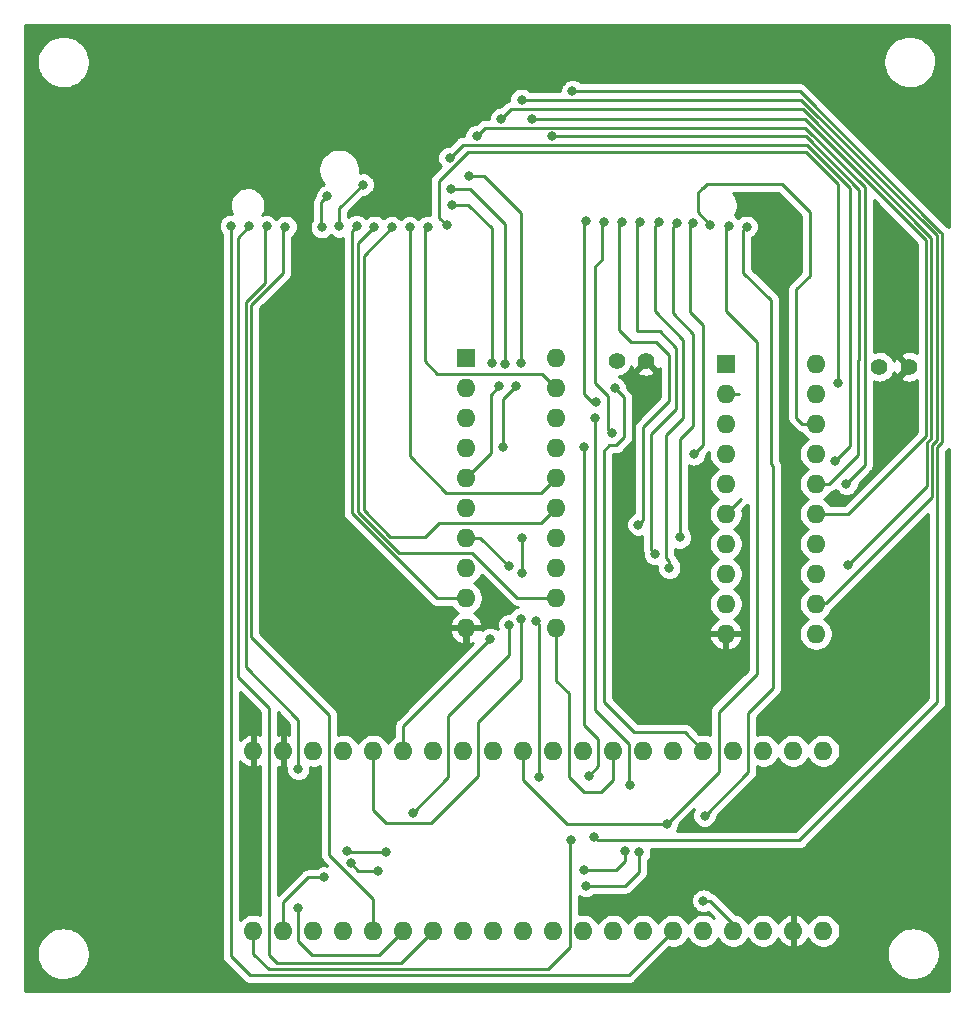
<source format=gbr>
G04 #@! TF.GenerationSoftware,KiCad,Pcbnew,(5.99.0-1468-g7e1294a4b)*
G04 #@! TF.CreationDate,2020-10-04T20:21:57+02:00*
G04 #@! TF.ProjectId,GB Dumper_SMD,47422044-756d-4706-9572-5f534d442e6b,rev?*
G04 #@! TF.SameCoordinates,Original*
G04 #@! TF.FileFunction,Copper,L2,Bot*
G04 #@! TF.FilePolarity,Positive*
%FSLAX46Y46*%
G04 Gerber Fmt 4.6, Leading zero omitted, Abs format (unit mm)*
G04 Created by KiCad (PCBNEW (5.99.0-1468-g7e1294a4b)) date 2020-10-04 20:21:57*
%MOMM*%
%LPD*%
G01*
G04 APERTURE LIST*
G04 #@! TA.AperFunction,ComponentPad*
%ADD10O,1.600000X1.600000*%
G04 #@! TD*
G04 #@! TA.AperFunction,ComponentPad*
%ADD11R,1.600000X1.600000*%
G04 #@! TD*
G04 #@! TA.AperFunction,ComponentPad*
%ADD12C,1.400000*%
G04 #@! TD*
G04 #@! TA.AperFunction,ViaPad*
%ADD13C,0.800000*%
G04 #@! TD*
G04 #@! TA.AperFunction,Conductor*
%ADD14C,0.400000*%
G04 #@! TD*
G04 #@! TA.AperFunction,Conductor*
%ADD15C,0.250000*%
G04 #@! TD*
G04 #@! TA.AperFunction,Conductor*
%ADD16C,0.254000*%
G04 #@! TD*
G04 APERTURE END LIST*
D10*
X173250000Y-99000000D03*
X170710000Y-99000000D03*
X168170000Y-99000000D03*
X165630000Y-99000000D03*
X163090000Y-99000000D03*
X160550000Y-99000000D03*
X158010000Y-99000000D03*
X155470000Y-99000000D03*
X152930000Y-99000000D03*
X150390000Y-99000000D03*
X147850000Y-99000000D03*
X145310000Y-99000000D03*
X142770000Y-99000000D03*
X140230000Y-99000000D03*
X137690000Y-99000000D03*
X135150000Y-99000000D03*
X132610000Y-99000000D03*
X130070000Y-99000000D03*
X127530000Y-99000000D03*
X124990000Y-99000000D03*
X124990000Y-114240000D03*
X127530000Y-114240000D03*
X130070000Y-114240000D03*
X132610000Y-114240000D03*
X135150000Y-114240000D03*
X137690000Y-114240000D03*
X140230000Y-114240000D03*
X142770000Y-114240000D03*
X145310000Y-114240000D03*
X147850000Y-114240000D03*
X150390000Y-114240000D03*
X152930000Y-114240000D03*
X155470000Y-114240000D03*
X158010000Y-114240000D03*
X160550000Y-114240000D03*
X163090000Y-114240000D03*
X165630000Y-114240000D03*
X168170000Y-114240000D03*
X170710000Y-114240000D03*
X173250000Y-114240000D03*
D11*
X165000000Y-66250000D03*
D10*
X172620000Y-89110000D03*
X165000000Y-68790000D03*
X172620000Y-86570000D03*
X165000000Y-71330000D03*
X172620000Y-84030000D03*
X165000000Y-73870000D03*
X172620000Y-81490000D03*
X165000000Y-76410000D03*
X172620000Y-78950000D03*
X165000000Y-78950000D03*
X172620000Y-76410000D03*
X165000000Y-81490000D03*
X172620000Y-73870000D03*
X165000000Y-84030000D03*
X172620000Y-71330000D03*
X165000000Y-86570000D03*
X172620000Y-68790000D03*
X165000000Y-89110000D03*
X172620000Y-66250000D03*
D11*
X143000000Y-65750000D03*
D10*
X150620000Y-88610000D03*
X143000000Y-68290000D03*
X150620000Y-86070000D03*
X143000000Y-70830000D03*
X150620000Y-83530000D03*
X143000000Y-73370000D03*
X150620000Y-80990000D03*
X143000000Y-75910000D03*
X150620000Y-78450000D03*
X143000000Y-78450000D03*
X150620000Y-75910000D03*
X143000000Y-80990000D03*
X150620000Y-73370000D03*
X143000000Y-83530000D03*
X150620000Y-70830000D03*
X143000000Y-86070000D03*
X150620000Y-68290000D03*
X143000000Y-88610000D03*
X150620000Y-65750000D03*
D12*
X155750000Y-66000000D03*
X158250000Y-66000000D03*
X180500000Y-66500000D03*
X178000000Y-66500000D03*
D13*
X175020000Y-98580000D03*
X121580000Y-99290000D03*
X155581218Y-68298782D03*
X149140000Y-101250000D03*
X148900000Y-88030000D03*
X147640000Y-87830000D03*
X146660000Y-88360000D03*
X145040000Y-89560000D03*
X138500000Y-104260000D03*
X134250000Y-51080000D03*
X143270000Y-50330000D03*
X147260000Y-68130000D03*
X147680000Y-66170000D03*
X146170000Y-73280000D03*
X141770000Y-51420000D03*
X131270000Y-52060000D03*
X141617340Y-48817340D03*
X143896088Y-46974990D03*
X146320000Y-66290000D03*
X145830000Y-68160000D03*
X141780000Y-52830000D03*
X145180000Y-66190000D03*
X157660000Y-107600000D03*
X153150000Y-110440000D03*
X156860000Y-101940000D03*
X153910000Y-70830000D03*
X156440000Y-107460000D03*
X133225000Y-108530000D03*
X135510000Y-109170000D03*
X152980000Y-109140000D03*
X153380000Y-101150000D03*
X152989990Y-73290000D03*
X146640000Y-83410000D03*
X130990000Y-109740000D03*
X128790000Y-100550000D03*
X128800000Y-112360000D03*
X136210000Y-107590000D03*
X132900000Y-107510000D03*
X147700000Y-83950000D03*
X147770000Y-80990000D03*
X151897653Y-106552347D03*
X124625000Y-54625000D03*
X126125000Y-54625000D03*
X130800000Y-54675000D03*
X132275000Y-54625000D03*
X133750000Y-54600000D03*
X135250000Y-54650000D03*
X136725000Y-54700000D03*
X138225000Y-54700000D03*
X139750000Y-54675000D03*
X174500000Y-67900000D03*
X141350000Y-54525000D03*
X174200000Y-74500000D03*
X175200000Y-76400000D03*
X146000000Y-45500000D03*
X175300000Y-83300000D03*
X147700000Y-43900000D03*
X148600000Y-45500000D03*
X150300000Y-46975000D03*
X152000000Y-43175000D03*
X153825000Y-106275000D03*
X154000000Y-69500000D03*
X153150000Y-54125000D03*
X155400000Y-72110000D03*
X163090000Y-111710000D03*
X154700000Y-54225000D03*
X157600000Y-79864999D03*
X156200000Y-54275000D03*
X159000000Y-82350000D03*
X157700000Y-54275000D03*
X160200000Y-83530000D03*
X159350000Y-54275000D03*
X161100000Y-80950000D03*
X160850000Y-54300000D03*
X162300000Y-73910000D03*
X162250000Y-54350000D03*
X163675000Y-54475000D03*
X160000000Y-105200000D03*
X165225000Y-54550000D03*
X163200000Y-104500000D03*
X166750000Y-54650000D03*
X180600000Y-64000000D03*
X170000000Y-55000000D03*
X171680000Y-118900000D03*
X124880000Y-101620000D03*
X170200000Y-89200000D03*
X127700000Y-54650000D03*
X123100000Y-54575000D03*
X140824055Y-88649654D03*
D14*
X170200000Y-89200000D02*
X170200000Y-93760000D01*
X170200000Y-93760000D02*
X175020000Y-98580000D01*
D15*
X153910000Y-95580000D02*
X156770000Y-98440000D01*
X153910000Y-70830000D02*
X153910000Y-95580000D01*
X156770000Y-101850000D02*
X156860000Y-101940000D01*
X156770000Y-98440000D02*
X156770000Y-101850000D01*
X155470000Y-101470000D02*
X154460000Y-102480000D01*
X150620000Y-93080000D02*
X150620000Y-88610000D01*
X152950000Y-102480000D02*
X151700000Y-101230000D01*
X155470000Y-99000000D02*
X155470000Y-101470000D01*
X154460000Y-102480000D02*
X152950000Y-102480000D01*
X151700000Y-101230000D02*
X151700000Y-94160000D01*
X151700000Y-94160000D02*
X150620000Y-93080000D01*
X157210000Y-97410000D02*
X154680000Y-94880000D01*
X156380000Y-69097564D02*
X155581218Y-68298782D01*
X163090000Y-99000000D02*
X161500000Y-97410000D01*
X154680000Y-94880000D02*
X154680000Y-73610000D01*
X155130000Y-73160000D02*
X155710000Y-73160000D01*
X155710000Y-73160000D02*
X156380000Y-72490000D01*
X154680000Y-73610000D02*
X155130000Y-73160000D01*
X156380000Y-72490000D02*
X156380000Y-69097564D01*
X161500000Y-97410000D02*
X157210000Y-97410000D01*
X149140000Y-101250000D02*
X149140000Y-88270000D01*
X149140000Y-88270000D02*
X148900000Y-88030000D01*
X140060000Y-105090000D02*
X136220000Y-105090000D01*
X147640000Y-92960000D02*
X144010000Y-96590000D01*
X147640000Y-87830000D02*
X147640000Y-92960000D01*
X144010000Y-96590000D02*
X144010000Y-101140000D01*
X144010000Y-101140000D02*
X140060000Y-105090000D01*
X141510000Y-96080000D02*
X146660000Y-90930000D01*
X146660000Y-90930000D02*
X146660000Y-88360000D01*
X138500000Y-104260000D02*
X141510000Y-101250000D01*
X141510000Y-101250000D02*
X141510000Y-96080000D01*
X137690000Y-96910000D02*
X145040000Y-89560000D01*
X137690000Y-99000000D02*
X137690000Y-96910000D01*
X133884987Y-78806558D02*
X133884987Y-56015013D01*
X143530000Y-82250000D02*
X137328429Y-82250000D01*
X137328429Y-82250000D02*
X133884987Y-78806558D01*
X150620000Y-86070000D02*
X147350000Y-86070000D01*
X147350000Y-86070000D02*
X143530000Y-82250000D01*
X133884987Y-56015013D02*
X135250000Y-54650000D01*
X140512018Y-86070000D02*
X133350001Y-78907983D01*
X143000000Y-86070000D02*
X140512018Y-86070000D01*
X133350001Y-54999999D02*
X133750000Y-54600000D01*
X133350001Y-78907983D02*
X133350001Y-54999999D01*
X132270000Y-53060000D02*
X132270000Y-54620000D01*
X134250000Y-51080000D02*
X132270000Y-53060000D01*
X132270000Y-54620000D02*
X132275000Y-54625000D01*
X147680000Y-66170000D02*
X147680000Y-53500000D01*
X144510000Y-50330000D02*
X143270000Y-50330000D01*
X147680000Y-53500000D02*
X144510000Y-50330000D01*
X146170000Y-69220000D02*
X147260000Y-68130000D01*
X146170000Y-73280000D02*
X146170000Y-69220000D01*
X139528852Y-80874954D02*
X136589793Y-80874954D01*
X149350000Y-79720000D02*
X140683806Y-79720000D01*
X136589793Y-80874954D02*
X134334998Y-78620159D01*
X134334998Y-78620159D02*
X134334998Y-57090002D01*
X134334998Y-57090002D02*
X136725000Y-54700000D01*
X140683806Y-79720000D02*
X139528852Y-80874954D01*
X150620000Y-78450000D02*
X149350000Y-79720000D01*
X149350000Y-77180000D02*
X141323783Y-77180000D01*
X150620000Y-75910000D02*
X149350000Y-77180000D01*
X141323783Y-77180000D02*
X138225000Y-74081217D01*
X138225000Y-74081217D02*
X138225000Y-54700000D01*
X130750000Y-52580000D02*
X130750000Y-54625000D01*
X131270000Y-52060000D02*
X130750000Y-52580000D01*
X130750000Y-54625000D02*
X130800000Y-54675000D01*
X143330000Y-51420000D02*
X141770000Y-51420000D01*
X146320000Y-54530000D02*
X146320000Y-54410000D01*
X146320000Y-54410000D02*
X143330000Y-51420000D01*
X176750033Y-51313623D02*
X171686409Y-46249999D01*
X171686409Y-46249999D02*
X144621079Y-46249999D01*
X174500000Y-67900000D02*
X174500000Y-51000000D01*
X176750033Y-74849967D02*
X176750033Y-51313623D01*
X174200000Y-74500000D02*
X175500000Y-73200000D01*
X142734680Y-47700000D02*
X141617340Y-48817340D01*
X140720000Y-53895000D02*
X141350000Y-54525000D01*
X171836411Y-47700000D02*
X142734680Y-47700000D01*
X175500000Y-51363589D02*
X171836411Y-47700000D01*
X175500000Y-73200000D02*
X175500000Y-51363589D01*
X144621079Y-46249999D02*
X143896088Y-46974990D01*
X175200000Y-76400000D02*
X176750033Y-74849967D01*
X174500000Y-51000000D02*
X171800000Y-48300000D01*
X171800000Y-48300000D02*
X143160000Y-48300000D01*
X143160000Y-48300000D02*
X140720000Y-50740000D01*
X140720000Y-50740000D02*
X140720000Y-53895000D01*
X145090000Y-68900000D02*
X145830000Y-68160000D01*
X146320000Y-66290000D02*
X146320000Y-54530000D01*
X145090000Y-73820000D02*
X145090000Y-68900000D01*
X143000000Y-75910000D02*
X145090000Y-73820000D01*
X143210000Y-52800000D02*
X141810000Y-52800000D01*
X141810000Y-52800000D02*
X141780000Y-52830000D01*
X145180000Y-66190000D02*
X145180000Y-54770000D01*
X145180000Y-54770000D02*
X143210000Y-52800000D01*
X149410000Y-67080000D02*
X140580000Y-67080000D01*
X150620000Y-68290000D02*
X149410000Y-67080000D01*
X140580000Y-67080000D02*
X139500000Y-66000000D01*
X139500000Y-66000000D02*
X139500000Y-57430000D01*
X156500000Y-110440000D02*
X153150000Y-110440000D01*
X157660000Y-107600000D02*
X157660000Y-109280000D01*
X157660000Y-109280000D02*
X156500000Y-110440000D01*
X156440000Y-107460000D02*
X156440000Y-108370000D01*
X135510000Y-109170000D02*
X133865000Y-109170000D01*
X155670000Y-109140000D02*
X152980000Y-109140000D01*
X133865000Y-109170000D02*
X133225000Y-108530000D01*
X156440000Y-108370000D02*
X155670000Y-109140000D01*
X154190000Y-97990000D02*
X154190000Y-100340000D01*
X152989990Y-96789990D02*
X154190000Y-97990000D01*
X154190000Y-100340000D02*
X153380000Y-101150000D01*
X152989990Y-87969990D02*
X152989990Y-96789990D01*
X152989990Y-73290000D02*
X152989990Y-87969990D01*
X143000000Y-80990000D02*
X144220000Y-80990000D01*
X144220000Y-80990000D02*
X146640000Y-83410000D01*
X129610000Y-109740000D02*
X127530000Y-111820000D01*
X130990000Y-109740000D02*
X129610000Y-109740000D01*
X127530000Y-111820000D02*
X127530000Y-114240000D01*
X128800000Y-96400000D02*
X128800000Y-100540000D01*
X128800000Y-100540000D02*
X128790000Y-100550000D01*
X128800000Y-112360000D02*
X128800000Y-115100000D01*
X132980000Y-107590000D02*
X132900000Y-107510000D01*
X136210000Y-107590000D02*
X132980000Y-107590000D01*
X147770000Y-80990000D02*
X147770000Y-83880000D01*
X147770000Y-83880000D02*
X147700000Y-83950000D01*
X135150000Y-104020000D02*
X135150000Y-99000000D01*
X136220000Y-105090000D02*
X135150000Y-104020000D01*
X151520000Y-105200000D02*
X147850000Y-101530000D01*
X160000000Y-105200000D02*
X151520000Y-105200000D01*
X147850000Y-101530000D02*
X147850000Y-99000000D01*
X123100000Y-116400000D02*
X124700000Y-118000000D01*
X123100000Y-54575000D02*
X123100000Y-116400000D01*
X124700000Y-118000000D02*
X156790000Y-118000000D01*
X156790000Y-118000000D02*
X160550000Y-114240000D01*
X139700000Y-117500000D02*
X126290000Y-117500000D01*
X126290000Y-117500000D02*
X124990000Y-116200000D01*
X124990000Y-116200000D02*
X124990000Y-114240000D01*
X126300000Y-116270000D02*
X126300000Y-95400000D01*
X127000000Y-116970000D02*
X126300000Y-116270000D01*
X140230000Y-114240000D02*
X137500000Y-116970000D01*
X126300000Y-95400000D02*
X123690001Y-92790001D01*
X137500000Y-116970000D02*
X127000000Y-116970000D01*
X123690001Y-92790001D02*
X123690001Y-55559999D01*
X123690001Y-55559999D02*
X124625000Y-54625000D01*
X151804999Y-106645001D02*
X151804999Y-115605001D01*
X151897653Y-106552347D02*
X151804999Y-106645001D01*
X151804999Y-115605001D02*
X149910000Y-117500000D01*
X149910000Y-117500000D02*
X139700000Y-117500000D01*
X125990000Y-59414959D02*
X124349989Y-61054970D01*
X124349989Y-91949989D02*
X128800000Y-96400000D01*
X136890001Y-115039999D02*
X137690000Y-114240000D01*
X130000000Y-116300000D02*
X135630000Y-116300000D01*
X135630000Y-116300000D02*
X136890001Y-115039999D01*
X125990000Y-55920000D02*
X125990000Y-59414959D01*
X124349989Y-61054970D02*
X124349989Y-91949989D01*
X128800000Y-115100000D02*
X130000000Y-116300000D01*
X125990000Y-55920000D02*
X125990000Y-54760000D01*
X125990000Y-54760000D02*
X126125000Y-54625000D01*
X139500000Y-57430000D02*
X139490000Y-57420000D01*
X139500000Y-57430000D02*
X139500000Y-54925000D01*
X139500000Y-54925000D02*
X139750000Y-54675000D01*
X165000000Y-68790000D02*
X166131370Y-68790000D01*
X165000000Y-78950000D02*
X166250000Y-77700000D01*
X181999978Y-76600022D02*
X181999978Y-72936432D01*
X146800000Y-44700000D02*
X146399999Y-45100001D01*
X182399978Y-55572797D02*
X171527180Y-44700000D01*
X182399978Y-72536433D02*
X182399978Y-55572797D01*
X181999978Y-72936432D02*
X182399978Y-72536433D01*
X171527180Y-44700000D02*
X146800000Y-44700000D01*
X146399999Y-45100001D02*
X146000000Y-45500000D01*
X175300000Y-83300000D02*
X181999978Y-76600022D01*
X182849989Y-72722833D02*
X182849989Y-55386397D01*
X172666410Y-86570000D02*
X172736410Y-86500000D01*
X172736410Y-86500000D02*
X173500000Y-86500000D01*
X182849989Y-55386397D02*
X171363590Y-43900000D01*
X173500000Y-86500000D02*
X182449989Y-77550011D01*
X148265685Y-43900000D02*
X147700000Y-43900000D01*
X171363590Y-43900000D02*
X148265685Y-43900000D01*
X182449989Y-77550011D02*
X182449989Y-73122832D01*
X182449989Y-73122832D02*
X182849989Y-72722833D01*
X172620000Y-86570000D02*
X172666410Y-86570000D01*
X149165685Y-45500000D02*
X148600000Y-45500000D01*
X171690770Y-45500000D02*
X149165685Y-45500000D01*
X181949967Y-72350033D02*
X181949967Y-55759197D01*
X172620000Y-78950000D02*
X175350000Y-78950000D01*
X175350000Y-78950000D02*
X181949967Y-72350033D01*
X181949967Y-55759197D02*
X171690770Y-45500000D01*
X173751370Y-76410000D02*
X176200000Y-73961370D01*
X176200000Y-65972822D02*
X176300022Y-65872800D01*
X176300022Y-51500022D02*
X171775000Y-46975000D01*
X150865685Y-46975000D02*
X150300000Y-46975000D01*
X172620000Y-76410000D02*
X173751370Y-76410000D01*
X176300022Y-65872800D02*
X176300022Y-51500022D01*
X176200000Y-73961370D02*
X176200000Y-65972822D01*
X171775000Y-46975000D02*
X150865685Y-46975000D01*
X152565685Y-43175000D02*
X152000000Y-43175000D01*
X182900000Y-94900000D02*
X182900000Y-73309232D01*
X158030000Y-106600000D02*
X171200000Y-106600000D01*
X171200000Y-106600000D02*
X182900000Y-94900000D01*
X182900000Y-73309232D02*
X183300000Y-72909233D01*
X183300000Y-72909233D02*
X183300000Y-55199997D01*
X171275000Y-43175000D02*
X152565685Y-43175000D01*
X183300000Y-55199997D02*
X183165168Y-55065166D01*
X183165168Y-55065166D02*
X171275000Y-43175000D01*
X158030000Y-106600000D02*
X154150000Y-106600000D01*
X154150000Y-106600000D02*
X153825000Y-106275000D01*
X152990000Y-59790000D02*
X152990000Y-55920000D01*
X152990000Y-68790000D02*
X152990000Y-59790000D01*
X154000000Y-69500000D02*
X153700000Y-69500000D01*
X153700000Y-69500000D02*
X152990000Y-68790000D01*
X152990000Y-55920000D02*
X152990000Y-54285000D01*
X152990000Y-54285000D02*
X153150000Y-54125000D01*
X153900000Y-58010000D02*
X154490000Y-57420000D01*
X153900000Y-67900000D02*
X153900000Y-58010000D01*
X155000000Y-69000000D02*
X153900000Y-67900000D01*
X155000000Y-71800000D02*
X155000000Y-69000000D01*
X155400000Y-72110000D02*
X155310000Y-72110000D01*
X155310000Y-72110000D02*
X155000000Y-71800000D01*
X165630000Y-113684315D02*
X165630000Y-114240000D01*
X163090000Y-111710000D02*
X163655685Y-111710000D01*
X163655685Y-111710000D02*
X165630000Y-113684315D01*
X154490000Y-57420000D02*
X154490000Y-54435000D01*
X154490000Y-54435000D02*
X154700000Y-54225000D01*
X157999999Y-79465000D02*
X157999999Y-71600001D01*
X157600000Y-79864999D02*
X157999999Y-79465000D01*
X157999999Y-71600001D02*
X160200000Y-69400000D01*
X160200000Y-69400000D02*
X160200000Y-65500000D01*
X160200000Y-65500000D02*
X159100000Y-64400000D01*
X159100000Y-64400000D02*
X157000000Y-64400000D01*
X155990000Y-63390000D02*
X155990000Y-55920000D01*
X157000000Y-64400000D02*
X155990000Y-63390000D01*
X155990000Y-55920000D02*
X155990000Y-54485000D01*
X155990000Y-54485000D02*
X156200000Y-54275000D01*
X157500000Y-57430000D02*
X157490000Y-57420000D01*
X157500000Y-63500000D02*
X157500000Y-57430000D01*
X159000000Y-82300000D02*
X158700000Y-82000000D01*
X159400000Y-63500000D02*
X157500000Y-63500000D01*
X159000000Y-82350000D02*
X159000000Y-82300000D01*
X158700000Y-82000000D02*
X158700000Y-72200000D01*
X158700000Y-72200000D02*
X160800000Y-70100000D01*
X160800000Y-70100000D02*
X160800000Y-64900000D01*
X160800000Y-64900000D02*
X159400000Y-63500000D01*
X157500000Y-57430000D02*
X157500000Y-54475000D01*
X157500000Y-54475000D02*
X157700000Y-54275000D01*
X158990000Y-61790000D02*
X158990000Y-55920000D01*
X160200000Y-83530000D02*
X160200000Y-82964315D01*
X160200000Y-82964315D02*
X159900000Y-82664315D01*
X159900000Y-72300000D02*
X161400000Y-70800000D01*
X161400000Y-70800000D02*
X161400000Y-64200000D01*
X159900000Y-82664315D02*
X159900000Y-72300000D01*
X161400000Y-64200000D02*
X158990000Y-61790000D01*
X158990000Y-55920000D02*
X158990000Y-54635000D01*
X158990000Y-54635000D02*
X159350000Y-54275000D01*
X160490000Y-57420000D02*
X160490000Y-61990000D01*
X160490000Y-61990000D02*
X162200000Y-63700000D01*
X162200000Y-63700000D02*
X162200000Y-71500000D01*
X161100000Y-72600000D02*
X161100000Y-80950000D01*
X162200000Y-71500000D02*
X161100000Y-72600000D01*
X160490000Y-57420000D02*
X160490000Y-54660000D01*
X160490000Y-54660000D02*
X160850000Y-54300000D01*
X161990000Y-55920000D02*
X161990000Y-61890000D01*
X161990000Y-61890000D02*
X163100000Y-63000000D01*
X163100000Y-73110000D02*
X162300000Y-73910000D01*
X163100000Y-63000000D02*
X163100000Y-73110000D01*
X161990000Y-55920000D02*
X161990000Y-54610000D01*
X161990000Y-54610000D02*
X162250000Y-54350000D01*
X163375000Y-51025000D02*
X163025000Y-51375000D01*
X169725000Y-51025000D02*
X163375000Y-51025000D01*
X171488630Y-71330000D02*
X170958630Y-70800000D01*
X172620000Y-71330000D02*
X171488630Y-71330000D01*
X170958630Y-70800000D02*
X170958630Y-59941370D01*
X170958630Y-59941370D02*
X172100000Y-58800000D01*
X172100000Y-58800000D02*
X172100000Y-53400000D01*
X172100000Y-53400000D02*
X169725000Y-51025000D01*
X163025000Y-51375000D02*
X162975000Y-51375000D01*
X162975000Y-51375000D02*
X162600000Y-51750000D01*
X162600000Y-51750000D02*
X162600000Y-53400000D01*
X162600000Y-53400000D02*
X163675000Y-54475000D01*
X164990000Y-57051370D02*
X165000000Y-57061370D01*
X164990000Y-55920000D02*
X164990000Y-57051370D01*
X165000000Y-57061370D02*
X165000000Y-61800000D01*
X165000000Y-61800000D02*
X167600000Y-64400000D01*
X167600000Y-64400000D02*
X167600000Y-92500000D01*
X167600000Y-92500000D02*
X164400000Y-95700000D01*
X164400000Y-95700000D02*
X164400000Y-100800000D01*
X164400000Y-100800000D02*
X160000000Y-105200000D01*
X164990000Y-55920000D02*
X164990000Y-54785000D01*
X164990000Y-54785000D02*
X165225000Y-54550000D01*
X166490000Y-58551370D02*
X168800000Y-60861370D01*
X166490000Y-57420000D02*
X166490000Y-58551370D01*
X168800000Y-74700000D02*
X169000000Y-74900000D01*
X168800000Y-60861370D02*
X168800000Y-74700000D01*
X169000000Y-74900000D02*
X169000000Y-93700000D01*
X169000000Y-93700000D02*
X166900000Y-95800000D01*
X166900000Y-95800000D02*
X166900000Y-100800000D01*
X166900000Y-100800000D02*
X163200000Y-104500000D01*
X166490000Y-57420000D02*
X166490000Y-54910000D01*
X166490000Y-54910000D02*
X166750000Y-54650000D01*
D14*
X170710000Y-114240000D02*
X170710000Y-117930000D01*
X170710000Y-117930000D02*
X171680000Y-118900000D01*
D15*
X135150000Y-111550000D02*
X135150000Y-114240000D01*
X127490000Y-58551370D02*
X124800000Y-61241370D01*
X127490000Y-57420000D02*
X127490000Y-58551370D01*
X124800000Y-61241370D02*
X124800000Y-89400000D01*
X124800000Y-89400000D02*
X131400000Y-96000000D01*
X131400000Y-96000000D02*
X131400000Y-107800000D01*
X131400000Y-107800000D02*
X135150000Y-111550000D01*
X127490000Y-57420000D02*
X127490000Y-54860000D01*
X127490000Y-54860000D02*
X127700000Y-54650000D01*
G36*
X183856000Y-37593920D02*
G01*
X183856000Y-54679782D01*
X183738612Y-54562394D01*
X171891412Y-42715198D01*
X171891407Y-42715191D01*
X171734980Y-42558764D01*
X171718934Y-42547106D01*
X171673847Y-42524133D01*
X171632916Y-42494394D01*
X171615244Y-42485389D01*
X171567126Y-42469755D01*
X171522039Y-42446782D01*
X171503176Y-42440653D01*
X171453193Y-42432737D01*
X171405078Y-42417103D01*
X171385489Y-42414001D01*
X171330191Y-42414001D01*
X171330179Y-42414000D01*
X152704124Y-42414000D01*
X152642009Y-42351884D01*
X152628905Y-42341829D01*
X152407095Y-42213767D01*
X152391835Y-42207446D01*
X152144438Y-42141156D01*
X152128062Y-42139000D01*
X151871938Y-42139000D01*
X151855562Y-42141156D01*
X151608165Y-42207446D01*
X151592905Y-42213767D01*
X151371095Y-42341829D01*
X151357991Y-42351884D01*
X151176884Y-42532991D01*
X151166829Y-42546095D01*
X151038767Y-42767905D01*
X151032446Y-42783165D01*
X150966156Y-43030562D01*
X150964000Y-43046938D01*
X150964000Y-43139000D01*
X148404124Y-43139000D01*
X148342009Y-43076884D01*
X148328905Y-43066829D01*
X148107095Y-42938767D01*
X148091835Y-42932446D01*
X147844438Y-42866156D01*
X147828062Y-42864000D01*
X147571938Y-42864000D01*
X147555562Y-42866156D01*
X147308165Y-42932446D01*
X147292905Y-42938767D01*
X147071095Y-43066829D01*
X147057991Y-43076884D01*
X146876884Y-43257991D01*
X146866829Y-43271095D01*
X146738767Y-43492905D01*
X146732446Y-43508165D01*
X146666156Y-43755562D01*
X146664000Y-43771938D01*
X146664000Y-43944027D01*
X146621808Y-43957736D01*
X146571823Y-43965653D01*
X146552962Y-43971782D01*
X146507879Y-43994753D01*
X146459754Y-44010390D01*
X146442082Y-44019394D01*
X146401147Y-44049136D01*
X146356066Y-44072106D01*
X146340020Y-44083764D01*
X146183593Y-44240191D01*
X146183588Y-44240198D01*
X145959786Y-44464000D01*
X145871938Y-44464000D01*
X145855562Y-44466156D01*
X145608165Y-44532446D01*
X145592905Y-44538767D01*
X145371095Y-44666829D01*
X145357991Y-44676884D01*
X145176884Y-44857991D01*
X145166829Y-44871095D01*
X145038767Y-45092905D01*
X145032446Y-45108165D01*
X144966156Y-45355562D01*
X144964000Y-45371938D01*
X144964000Y-45488999D01*
X144565900Y-45488999D01*
X144565888Y-45489000D01*
X144510588Y-45489000D01*
X144491000Y-45492103D01*
X144442885Y-45507736D01*
X144392902Y-45515652D01*
X144374039Y-45521781D01*
X144328950Y-45544756D01*
X144280834Y-45560389D01*
X144263162Y-45569393D01*
X144222227Y-45599134D01*
X144177145Y-45622105D01*
X144161099Y-45633763D01*
X143855873Y-45938990D01*
X143768026Y-45938990D01*
X143751650Y-45941146D01*
X143504253Y-46007436D01*
X143488993Y-46013757D01*
X143267183Y-46141819D01*
X143254079Y-46151874D01*
X143072972Y-46332981D01*
X143062917Y-46346085D01*
X142934855Y-46567895D01*
X142928534Y-46583155D01*
X142862244Y-46830552D01*
X142860088Y-46846928D01*
X142860088Y-46939000D01*
X142679501Y-46939000D01*
X142679489Y-46939001D01*
X142624189Y-46939001D01*
X142604600Y-46942103D01*
X142556485Y-46957737D01*
X142506503Y-46965654D01*
X142487641Y-46971782D01*
X142442553Y-46994755D01*
X142394434Y-47010390D01*
X142376764Y-47019394D01*
X142335830Y-47049134D01*
X142290746Y-47072106D01*
X142274700Y-47083764D01*
X142235084Y-47123381D01*
X142235069Y-47123394D01*
X141577124Y-47781340D01*
X141489278Y-47781340D01*
X141472902Y-47783496D01*
X141225505Y-47849786D01*
X141210245Y-47856107D01*
X140988435Y-47984169D01*
X140975331Y-47994224D01*
X140794224Y-48175331D01*
X140784169Y-48188435D01*
X140656107Y-48410245D01*
X140649786Y-48425505D01*
X140583496Y-48672902D01*
X140581340Y-48689278D01*
X140581340Y-48945402D01*
X140583496Y-48961778D01*
X140649786Y-49209175D01*
X140656107Y-49224435D01*
X140784169Y-49446245D01*
X140794224Y-49459349D01*
X140859331Y-49524455D01*
X140260197Y-50123589D01*
X140260190Y-50123594D01*
X140103763Y-50280022D01*
X140092106Y-50296067D01*
X140069138Y-50341145D01*
X140039394Y-50382083D01*
X140030390Y-50399755D01*
X140014753Y-50447880D01*
X139991782Y-50492963D01*
X139985653Y-50511824D01*
X139977736Y-50561809D01*
X139962103Y-50609923D01*
X139959001Y-50629511D01*
X139959001Y-50684810D01*
X139959000Y-50684822D01*
X139959001Y-53658456D01*
X139894438Y-53641156D01*
X139878062Y-53639000D01*
X139621938Y-53639000D01*
X139605562Y-53641156D01*
X139358165Y-53707446D01*
X139342905Y-53713767D01*
X139121095Y-53841829D01*
X139107991Y-53851884D01*
X138975000Y-53984875D01*
X138867009Y-53876884D01*
X138853905Y-53866829D01*
X138632095Y-53738767D01*
X138616835Y-53732446D01*
X138369438Y-53666156D01*
X138353062Y-53664000D01*
X138096938Y-53664000D01*
X138080562Y-53666156D01*
X137833165Y-53732446D01*
X137817905Y-53738767D01*
X137596095Y-53866829D01*
X137582991Y-53876884D01*
X137475000Y-53984875D01*
X137367009Y-53876884D01*
X137353905Y-53866829D01*
X137132095Y-53738767D01*
X137116835Y-53732446D01*
X136869438Y-53666156D01*
X136853062Y-53664000D01*
X136596938Y-53664000D01*
X136580562Y-53666156D01*
X136333165Y-53732446D01*
X136317905Y-53738767D01*
X136096095Y-53866829D01*
X136082991Y-53876884D01*
X136012500Y-53947375D01*
X135892009Y-53826884D01*
X135878905Y-53816829D01*
X135657095Y-53688767D01*
X135641835Y-53682446D01*
X135394438Y-53616156D01*
X135378062Y-53614000D01*
X135121938Y-53614000D01*
X135105562Y-53616156D01*
X134858165Y-53682446D01*
X134842905Y-53688767D01*
X134621095Y-53816829D01*
X134607991Y-53826884D01*
X134525000Y-53909875D01*
X134392009Y-53776884D01*
X134378905Y-53766829D01*
X134157095Y-53638767D01*
X134141835Y-53632446D01*
X133894438Y-53566156D01*
X133878062Y-53564000D01*
X133621938Y-53564000D01*
X133605562Y-53566156D01*
X133358165Y-53632446D01*
X133342905Y-53638767D01*
X133121095Y-53766829D01*
X133107991Y-53776884D01*
X133031000Y-53853875D01*
X133031000Y-53375214D01*
X134290215Y-52116000D01*
X134378062Y-52116000D01*
X134394438Y-52113844D01*
X134641835Y-52047554D01*
X134657095Y-52041233D01*
X134878905Y-51913171D01*
X134892009Y-51903116D01*
X135073116Y-51722009D01*
X135083171Y-51708905D01*
X135211233Y-51487095D01*
X135217554Y-51471835D01*
X135283844Y-51224438D01*
X135286000Y-51208062D01*
X135286000Y-50951938D01*
X135283844Y-50935562D01*
X135217554Y-50688165D01*
X135211233Y-50672905D01*
X135083171Y-50451095D01*
X135073116Y-50437991D01*
X134892009Y-50256884D01*
X134878905Y-50246829D01*
X134657095Y-50118767D01*
X134641835Y-50112446D01*
X134394438Y-50046156D01*
X134378062Y-50044000D01*
X134121938Y-50044000D01*
X134105562Y-50046156D01*
X133998999Y-50074709D01*
X134018222Y-49953341D01*
X134018999Y-49943470D01*
X134018999Y-49676530D01*
X134018222Y-49666659D01*
X133976464Y-49403005D01*
X133974153Y-49393377D01*
X133891663Y-49139501D01*
X133887874Y-49130354D01*
X133766685Y-48892508D01*
X133761512Y-48884066D01*
X133604608Y-48668106D01*
X133598178Y-48660577D01*
X133409423Y-48471822D01*
X133401894Y-48465392D01*
X133185934Y-48308488D01*
X133177492Y-48303315D01*
X132939646Y-48182126D01*
X132930499Y-48178337D01*
X132676623Y-48095847D01*
X132666995Y-48093536D01*
X132403341Y-48051778D01*
X132393470Y-48051001D01*
X132126530Y-48051001D01*
X132116659Y-48051778D01*
X131853005Y-48093536D01*
X131843377Y-48095847D01*
X131589501Y-48178337D01*
X131580354Y-48182126D01*
X131342508Y-48303315D01*
X131334066Y-48308488D01*
X131118106Y-48465392D01*
X131110577Y-48471822D01*
X130921822Y-48660577D01*
X130915392Y-48668106D01*
X130758488Y-48884066D01*
X130753315Y-48892508D01*
X130632126Y-49130354D01*
X130628337Y-49139501D01*
X130545847Y-49393377D01*
X130543536Y-49403005D01*
X130501778Y-49666659D01*
X130501001Y-49676530D01*
X130501001Y-49943470D01*
X130501778Y-49953341D01*
X130543536Y-50216995D01*
X130545847Y-50226623D01*
X130628337Y-50480499D01*
X130632126Y-50489646D01*
X130753315Y-50727492D01*
X130758488Y-50735934D01*
X130915392Y-50951894D01*
X130921822Y-50959423D01*
X131017508Y-51055109D01*
X130878165Y-51092446D01*
X130862905Y-51098767D01*
X130641095Y-51226829D01*
X130627991Y-51236884D01*
X130446884Y-51417991D01*
X130436829Y-51431095D01*
X130308767Y-51652905D01*
X130302446Y-51668165D01*
X130236156Y-51915562D01*
X130234000Y-51931938D01*
X130234000Y-52019784D01*
X130133763Y-52120022D01*
X130122106Y-52136067D01*
X130099138Y-52181145D01*
X130069394Y-52222083D01*
X130060390Y-52239755D01*
X130044753Y-52287880D01*
X130021782Y-52332963D01*
X130015653Y-52351824D01*
X130007736Y-52401809D01*
X129992103Y-52449923D01*
X129989001Y-52469511D01*
X129989001Y-52524810D01*
X129989000Y-52524822D01*
X129989001Y-54020874D01*
X129976884Y-54032991D01*
X129966829Y-54046095D01*
X129838767Y-54267905D01*
X129832446Y-54283165D01*
X129766156Y-54530562D01*
X129764000Y-54546938D01*
X129764000Y-54803062D01*
X129766156Y-54819438D01*
X129832446Y-55066835D01*
X129838767Y-55082095D01*
X129966829Y-55303905D01*
X129976884Y-55317009D01*
X130157991Y-55498116D01*
X130171095Y-55508171D01*
X130392905Y-55636233D01*
X130408165Y-55642554D01*
X130655562Y-55708844D01*
X130671938Y-55711000D01*
X130928062Y-55711000D01*
X130944438Y-55708844D01*
X131191835Y-55642554D01*
X131207095Y-55636233D01*
X131428905Y-55508171D01*
X131442009Y-55498116D01*
X131562500Y-55377625D01*
X131632991Y-55448116D01*
X131646095Y-55458171D01*
X131867905Y-55586233D01*
X131883165Y-55592554D01*
X132130562Y-55658844D01*
X132146938Y-55661000D01*
X132403062Y-55661000D01*
X132419438Y-55658844D01*
X132589002Y-55613409D01*
X132589001Y-78963161D01*
X132589002Y-78963173D01*
X132589002Y-79018472D01*
X132592104Y-79038060D01*
X132607737Y-79086174D01*
X132615654Y-79136159D01*
X132621783Y-79155020D01*
X132644754Y-79200103D01*
X132660391Y-79248228D01*
X132669395Y-79265900D01*
X132699139Y-79306838D01*
X132722107Y-79351916D01*
X132733764Y-79367961D01*
X132890191Y-79524389D01*
X132890198Y-79524394D01*
X140012408Y-86646607D01*
X140012423Y-86646620D01*
X140052038Y-86686236D01*
X140068083Y-86697893D01*
X140113163Y-86720863D01*
X140154102Y-86750607D01*
X140171773Y-86759611D01*
X140219897Y-86775248D01*
X140264980Y-86798218D01*
X140283841Y-86804347D01*
X140333826Y-86812264D01*
X140381940Y-86827897D01*
X140401528Y-86830999D01*
X140456827Y-86830999D01*
X140456839Y-86831000D01*
X141783524Y-86831000D01*
X141818088Y-86890868D01*
X141824399Y-86899881D01*
X141978587Y-87083634D01*
X141986366Y-87091413D01*
X142170119Y-87245601D01*
X142179132Y-87251912D01*
X142331705Y-87340000D01*
X142179132Y-87428088D01*
X142170119Y-87434399D01*
X141986366Y-87588587D01*
X141978587Y-87596366D01*
X141824399Y-87780119D01*
X141818088Y-87789132D01*
X141698152Y-87996868D01*
X141693502Y-88006840D01*
X141611460Y-88232247D01*
X141608613Y-88242874D01*
X141582320Y-88391982D01*
X141657854Y-88482000D01*
X144342146Y-88482000D01*
X144417680Y-88391982D01*
X144391387Y-88242874D01*
X144388540Y-88232247D01*
X144306498Y-88006840D01*
X144301848Y-87996868D01*
X144181912Y-87789132D01*
X144175601Y-87780119D01*
X144021413Y-87596366D01*
X144013634Y-87588587D01*
X143829881Y-87434399D01*
X143820868Y-87428088D01*
X143668295Y-87340000D01*
X143820868Y-87251912D01*
X143829881Y-87245601D01*
X144013634Y-87091413D01*
X144021413Y-87083634D01*
X144175601Y-86899881D01*
X144181912Y-86890868D01*
X144301848Y-86683132D01*
X144306498Y-86673160D01*
X144388540Y-86447753D01*
X144391387Y-86437126D01*
X144433041Y-86200897D01*
X144434000Y-86189936D01*
X144434000Y-85950064D01*
X144433041Y-85939103D01*
X144391387Y-85702874D01*
X144388540Y-85692247D01*
X144306498Y-85466840D01*
X144301848Y-85456868D01*
X144181912Y-85249132D01*
X144175601Y-85240119D01*
X144021413Y-85056366D01*
X144013634Y-85048587D01*
X143829881Y-84894399D01*
X143820868Y-84888088D01*
X143668295Y-84800000D01*
X143820868Y-84711912D01*
X143829881Y-84705601D01*
X144013634Y-84551413D01*
X144021413Y-84543634D01*
X144175601Y-84359881D01*
X144181912Y-84350868D01*
X144301848Y-84143132D01*
X144306498Y-84133160D01*
X144314623Y-84110838D01*
X146890021Y-86686237D01*
X146906066Y-86697894D01*
X146951144Y-86720862D01*
X146992082Y-86750606D01*
X147009754Y-86759610D01*
X147057879Y-86775247D01*
X147102962Y-86798218D01*
X147121823Y-86804347D01*
X147171808Y-86812264D01*
X147219922Y-86827897D01*
X147239510Y-86830999D01*
X147294809Y-86830999D01*
X147294821Y-86831000D01*
X147365523Y-86831000D01*
X147248165Y-86862446D01*
X147232905Y-86868767D01*
X147011095Y-86996829D01*
X146997991Y-87006884D01*
X146816884Y-87187991D01*
X146806829Y-87201095D01*
X146735870Y-87324000D01*
X146531938Y-87324000D01*
X146515562Y-87326156D01*
X146268165Y-87392446D01*
X146252905Y-87398767D01*
X146031095Y-87526829D01*
X146017991Y-87536884D01*
X145836884Y-87717991D01*
X145826829Y-87731095D01*
X145698767Y-87952905D01*
X145692446Y-87968165D01*
X145626156Y-88215562D01*
X145624000Y-88231938D01*
X145624000Y-88488062D01*
X145626156Y-88504438D01*
X145690794Y-88745669D01*
X145682009Y-88736884D01*
X145668905Y-88726829D01*
X145447095Y-88598767D01*
X145431835Y-88592446D01*
X145184438Y-88526156D01*
X145168062Y-88524000D01*
X144911938Y-88524000D01*
X144895562Y-88526156D01*
X144648165Y-88592446D01*
X144632905Y-88598767D01*
X144411095Y-88726829D01*
X144397991Y-88736884D01*
X144367116Y-88767759D01*
X144342146Y-88738000D01*
X143201809Y-88738000D01*
X143128000Y-88811809D01*
X143128000Y-89952146D01*
X143218018Y-90027680D01*
X143367126Y-90001387D01*
X143377753Y-89998540D01*
X143603160Y-89916498D01*
X143610893Y-89912892D01*
X137223010Y-96300776D01*
X137073765Y-96450020D01*
X137062108Y-96466065D01*
X137039138Y-96511144D01*
X137009393Y-96552085D01*
X137000389Y-96569757D01*
X136984753Y-96617882D01*
X136961783Y-96662960D01*
X136955654Y-96681823D01*
X136947739Y-96731801D01*
X136932103Y-96779922D01*
X136929001Y-96799511D01*
X136929001Y-97783523D01*
X136869132Y-97818088D01*
X136860119Y-97824399D01*
X136676366Y-97978587D01*
X136668587Y-97986366D01*
X136514399Y-98170119D01*
X136508088Y-98179132D01*
X136420000Y-98331705D01*
X136331912Y-98179132D01*
X136325601Y-98170119D01*
X136171413Y-97986366D01*
X136163634Y-97978587D01*
X135979881Y-97824399D01*
X135970868Y-97818088D01*
X135763132Y-97698152D01*
X135753160Y-97693502D01*
X135527753Y-97611460D01*
X135517126Y-97608613D01*
X135280897Y-97566959D01*
X135269936Y-97566000D01*
X135030064Y-97566000D01*
X135019103Y-97566959D01*
X134782874Y-97608613D01*
X134772247Y-97611460D01*
X134546840Y-97693502D01*
X134536868Y-97698152D01*
X134329132Y-97818088D01*
X134320119Y-97824399D01*
X134136366Y-97978587D01*
X134128587Y-97986366D01*
X133974399Y-98170119D01*
X133968088Y-98179132D01*
X133880000Y-98331705D01*
X133791912Y-98179132D01*
X133785601Y-98170119D01*
X133631413Y-97986366D01*
X133623634Y-97978587D01*
X133439881Y-97824399D01*
X133430868Y-97818088D01*
X133223132Y-97698152D01*
X133213160Y-97693502D01*
X132987753Y-97611460D01*
X132977126Y-97608613D01*
X132740897Y-97566959D01*
X132729936Y-97566000D01*
X132490064Y-97566000D01*
X132479103Y-97566959D01*
X132242874Y-97608613D01*
X132232247Y-97611460D01*
X132161000Y-97637392D01*
X132161000Y-95944821D01*
X132160999Y-95944809D01*
X132160999Y-95889510D01*
X132157897Y-95869922D01*
X132142264Y-95821808D01*
X132134347Y-95771823D01*
X132128218Y-95752962D01*
X132105248Y-95707879D01*
X132089611Y-95659755D01*
X132080607Y-95642084D01*
X132050863Y-95601145D01*
X132027893Y-95556064D01*
X132016235Y-95540019D01*
X131978916Y-95502701D01*
X131978909Y-95502692D01*
X125561000Y-89084786D01*
X125561000Y-88828018D01*
X141582320Y-88828018D01*
X141608613Y-88977126D01*
X141611460Y-88987753D01*
X141693502Y-89213160D01*
X141698152Y-89223132D01*
X141818088Y-89430868D01*
X141824399Y-89439881D01*
X141978587Y-89623634D01*
X141986366Y-89631413D01*
X142170119Y-89785601D01*
X142179132Y-89791912D01*
X142386868Y-89911848D01*
X142396840Y-89916498D01*
X142622247Y-89998540D01*
X142632874Y-90001387D01*
X142781982Y-90027680D01*
X142872000Y-89952146D01*
X142872000Y-88811809D01*
X142798191Y-88738000D01*
X141657854Y-88738000D01*
X141582320Y-88828018D01*
X125561000Y-88828018D01*
X125561000Y-61556584D01*
X128066606Y-59050981D01*
X128066619Y-59050966D01*
X128106236Y-59011350D01*
X128117894Y-58995304D01*
X128140866Y-58950220D01*
X128170606Y-58909286D01*
X128179610Y-58891616D01*
X128195245Y-58843497D01*
X128218218Y-58798409D01*
X128224346Y-58779547D01*
X128232263Y-58729565D01*
X128247897Y-58681450D01*
X128250999Y-58661861D01*
X128250999Y-58606561D01*
X128251000Y-58606549D01*
X128251000Y-55528150D01*
X128328905Y-55483171D01*
X128342009Y-55473116D01*
X128523116Y-55292009D01*
X128533171Y-55278905D01*
X128661233Y-55057095D01*
X128667554Y-55041835D01*
X128733844Y-54794438D01*
X128736000Y-54778062D01*
X128736000Y-54521938D01*
X128733844Y-54505562D01*
X128667554Y-54258165D01*
X128661233Y-54242905D01*
X128533171Y-54021095D01*
X128523116Y-54007991D01*
X128342009Y-53826884D01*
X128328905Y-53816829D01*
X128107095Y-53688767D01*
X128091835Y-53682446D01*
X127844438Y-53616156D01*
X127828062Y-53614000D01*
X127571938Y-53614000D01*
X127555562Y-53616156D01*
X127308165Y-53682446D01*
X127292905Y-53688767D01*
X127071095Y-53816829D01*
X127057991Y-53826884D01*
X126925000Y-53959875D01*
X126767009Y-53801884D01*
X126753905Y-53791829D01*
X126532095Y-53663767D01*
X126516835Y-53657446D01*
X126269438Y-53591156D01*
X126253062Y-53589000D01*
X125996938Y-53589000D01*
X125980562Y-53591156D01*
X125768255Y-53648044D01*
X125875931Y-53463037D01*
X125880500Y-53453392D01*
X125966432Y-53223555D01*
X125969311Y-53213279D01*
X126015347Y-52971952D01*
X126016462Y-52960729D01*
X126019078Y-52688219D01*
X126018179Y-52676977D01*
X125976785Y-52434811D01*
X125974104Y-52424481D01*
X125892600Y-52193037D01*
X125888216Y-52183306D01*
X125768881Y-51968904D01*
X125762921Y-51960052D01*
X125609168Y-51768820D01*
X125601801Y-51761098D01*
X125418025Y-51598508D01*
X125409463Y-51592137D01*
X125200920Y-51462836D01*
X125191408Y-51457999D01*
X124964061Y-51365682D01*
X124953868Y-51362517D01*
X124714216Y-51309826D01*
X124703636Y-51308424D01*
X124458533Y-51296866D01*
X124447869Y-51297266D01*
X124204322Y-51327169D01*
X124193877Y-51329361D01*
X123958851Y-51399873D01*
X123948926Y-51403793D01*
X123729140Y-51512895D01*
X123720016Y-51518431D01*
X123521755Y-51663006D01*
X123513695Y-51670001D01*
X123342626Y-51845912D01*
X123335859Y-51854165D01*
X123196878Y-52056387D01*
X123191598Y-52065661D01*
X123088675Y-52288407D01*
X123085033Y-52298439D01*
X123021112Y-52535342D01*
X123019213Y-52545844D01*
X122996121Y-52790131D01*
X122996019Y-52800802D01*
X123014417Y-53045487D01*
X123016114Y-53056024D01*
X123075476Y-53294111D01*
X123078924Y-53304210D01*
X123177551Y-53528892D01*
X123182652Y-53538267D01*
X123183135Y-53539000D01*
X122971938Y-53539000D01*
X122955562Y-53541156D01*
X122708165Y-53607446D01*
X122692905Y-53613767D01*
X122471095Y-53741829D01*
X122457991Y-53751884D01*
X122276884Y-53932991D01*
X122266829Y-53946095D01*
X122138767Y-54167905D01*
X122132446Y-54183165D01*
X122066156Y-54430562D01*
X122064000Y-54446938D01*
X122064000Y-54703062D01*
X122066156Y-54719438D01*
X122132446Y-54966835D01*
X122138767Y-54982095D01*
X122266829Y-55203905D01*
X122276884Y-55217009D01*
X122339000Y-55279124D01*
X122339001Y-116299427D01*
X122339001Y-116510489D01*
X122342103Y-116530078D01*
X122357739Y-116578199D01*
X122365654Y-116628177D01*
X122371783Y-116647040D01*
X122394753Y-116692118D01*
X122410389Y-116740243D01*
X122419393Y-116757915D01*
X122449138Y-116798856D01*
X122472108Y-116843935D01*
X122483765Y-116859980D01*
X122526556Y-116902770D01*
X124090776Y-118466991D01*
X124240021Y-118616237D01*
X124256066Y-118627894D01*
X124301144Y-118650862D01*
X124342082Y-118680606D01*
X124359754Y-118689610D01*
X124407879Y-118705247D01*
X124452962Y-118728218D01*
X124471823Y-118734347D01*
X124521808Y-118742264D01*
X124569922Y-118757897D01*
X124589510Y-118760999D01*
X124644809Y-118760999D01*
X124644821Y-118761000D01*
X156845179Y-118761000D01*
X156845191Y-118760999D01*
X156900489Y-118760999D01*
X156920078Y-118757897D01*
X156968193Y-118742263D01*
X157018176Y-118734347D01*
X157037039Y-118728218D01*
X157082126Y-118705245D01*
X157130244Y-118689611D01*
X157147916Y-118680606D01*
X157188847Y-118650867D01*
X157233934Y-118627894D01*
X157249980Y-118616236D01*
X157406407Y-118459809D01*
X157406412Y-118459802D01*
X159541616Y-116324598D01*
X178624541Y-116324598D01*
X178625035Y-116333164D01*
X178662133Y-116626832D01*
X178663785Y-116635252D01*
X178740397Y-116921168D01*
X178743176Y-116929285D01*
X178857881Y-117202159D01*
X178861736Y-117209824D01*
X179012413Y-117464606D01*
X179017273Y-117471677D01*
X179201134Y-117703652D01*
X179206909Y-117709998D01*
X179420551Y-117914873D01*
X179427133Y-117920377D01*
X179666605Y-118094363D01*
X179673873Y-118098922D01*
X179934740Y-118238798D01*
X179942560Y-118242329D01*
X180219998Y-118345507D01*
X180228224Y-118347944D01*
X180517098Y-118412514D01*
X180525579Y-118413812D01*
X180820543Y-118438581D01*
X180829122Y-118438716D01*
X181124718Y-118423225D01*
X181133236Y-118422194D01*
X181423996Y-118366728D01*
X181432295Y-118364551D01*
X181712836Y-118270138D01*
X181720762Y-118266855D01*
X181985895Y-118135242D01*
X181993303Y-118130914D01*
X182238121Y-117964536D01*
X182244873Y-117959242D01*
X182464846Y-117761178D01*
X182470816Y-117755016D01*
X182661873Y-117528930D01*
X182666953Y-117522015D01*
X182825559Y-117272093D01*
X182829653Y-117264553D01*
X182952873Y-116995417D01*
X182955905Y-116987391D01*
X183041459Y-116704022D01*
X183043375Y-116695659D01*
X183089731Y-116402974D01*
X183090505Y-116393766D01*
X183094073Y-116052988D01*
X183093493Y-116043766D01*
X183053276Y-115750176D01*
X183051536Y-115741774D01*
X182971936Y-115456675D01*
X182969072Y-115448588D01*
X182851515Y-115176930D01*
X182847580Y-115169306D01*
X182694243Y-114916116D01*
X182689309Y-114909096D01*
X182503029Y-114679060D01*
X182497188Y-114672775D01*
X182281412Y-114470147D01*
X182274772Y-114464713D01*
X182033493Y-114293244D01*
X182026177Y-114288761D01*
X181763859Y-114151625D01*
X181756003Y-114148176D01*
X181477500Y-114047909D01*
X181469248Y-114045558D01*
X181179715Y-113984016D01*
X181171220Y-113982807D01*
X180876013Y-113961128D01*
X180867433Y-113961083D01*
X180572015Y-113979669D01*
X180563508Y-113980789D01*
X180273346Y-114039297D01*
X180265070Y-114041561D01*
X179985533Y-114138905D01*
X179977641Y-114142272D01*
X179713901Y-114276654D01*
X179706539Y-114281060D01*
X179463476Y-114449992D01*
X179456781Y-114455357D01*
X179238894Y-114655713D01*
X179232988Y-114661937D01*
X179044309Y-114890011D01*
X179039302Y-114896979D01*
X178883323Y-115148549D01*
X178879308Y-115156131D01*
X178758912Y-115426543D01*
X178755964Y-115434601D01*
X178673382Y-115718850D01*
X178671554Y-115727233D01*
X178628313Y-116020059D01*
X178627640Y-116028613D01*
X178624541Y-116324598D01*
X159541616Y-116324598D01*
X160227040Y-115639175D01*
X160419103Y-115673041D01*
X160430064Y-115674000D01*
X160669936Y-115674000D01*
X160680897Y-115673041D01*
X160917126Y-115631387D01*
X160927753Y-115628540D01*
X161153160Y-115546498D01*
X161163132Y-115541848D01*
X161370868Y-115421912D01*
X161379881Y-115415601D01*
X161563634Y-115261413D01*
X161571413Y-115253634D01*
X161725601Y-115069881D01*
X161731912Y-115060868D01*
X161820000Y-114908295D01*
X161908088Y-115060868D01*
X161914399Y-115069881D01*
X162068587Y-115253634D01*
X162076366Y-115261413D01*
X162260119Y-115415601D01*
X162269132Y-115421912D01*
X162476868Y-115541848D01*
X162486840Y-115546498D01*
X162712247Y-115628540D01*
X162722874Y-115631387D01*
X162959103Y-115673041D01*
X162970064Y-115674000D01*
X163209936Y-115674000D01*
X163220897Y-115673041D01*
X163457126Y-115631387D01*
X163467753Y-115628540D01*
X163693160Y-115546498D01*
X163703132Y-115541848D01*
X163910868Y-115421912D01*
X163919881Y-115415601D01*
X164103634Y-115261413D01*
X164111413Y-115253634D01*
X164265601Y-115069881D01*
X164271912Y-115060868D01*
X164360000Y-114908295D01*
X164448088Y-115060868D01*
X164454399Y-115069881D01*
X164608587Y-115253634D01*
X164616366Y-115261413D01*
X164800119Y-115415601D01*
X164809132Y-115421912D01*
X165016868Y-115541848D01*
X165026840Y-115546498D01*
X165252247Y-115628540D01*
X165262874Y-115631387D01*
X165499103Y-115673041D01*
X165510064Y-115674000D01*
X165749936Y-115674000D01*
X165760897Y-115673041D01*
X165997126Y-115631387D01*
X166007753Y-115628540D01*
X166233160Y-115546498D01*
X166243132Y-115541848D01*
X166450868Y-115421912D01*
X166459881Y-115415601D01*
X166643634Y-115261413D01*
X166651413Y-115253634D01*
X166805601Y-115069881D01*
X166811912Y-115060868D01*
X166900000Y-114908295D01*
X166988088Y-115060868D01*
X166994399Y-115069881D01*
X167148587Y-115253634D01*
X167156366Y-115261413D01*
X167340119Y-115415601D01*
X167349132Y-115421912D01*
X167556868Y-115541848D01*
X167566840Y-115546498D01*
X167792247Y-115628540D01*
X167802874Y-115631387D01*
X168039103Y-115673041D01*
X168050064Y-115674000D01*
X168289936Y-115674000D01*
X168300897Y-115673041D01*
X168537126Y-115631387D01*
X168547753Y-115628540D01*
X168773160Y-115546498D01*
X168783132Y-115541848D01*
X168990868Y-115421912D01*
X168999881Y-115415601D01*
X169183634Y-115261413D01*
X169191413Y-115253634D01*
X169345601Y-115069881D01*
X169351912Y-115060868D01*
X169440000Y-114908295D01*
X169528088Y-115060868D01*
X169534399Y-115069881D01*
X169688587Y-115253634D01*
X169696366Y-115261413D01*
X169880119Y-115415601D01*
X169889132Y-115421912D01*
X170096868Y-115541848D01*
X170106840Y-115546498D01*
X170332247Y-115628540D01*
X170342874Y-115631387D01*
X170491982Y-115657680D01*
X170582000Y-115582146D01*
X170582001Y-114441808D01*
X170582000Y-114441807D01*
X170582000Y-114038192D01*
X170837999Y-114038192D01*
X170838000Y-114038193D01*
X170837999Y-115582146D01*
X170928017Y-115657679D01*
X171077125Y-115631387D01*
X171087753Y-115628540D01*
X171313160Y-115546498D01*
X171323132Y-115541848D01*
X171530868Y-115421912D01*
X171539881Y-115415601D01*
X171723634Y-115261413D01*
X171731413Y-115253634D01*
X171885601Y-115069881D01*
X171891912Y-115060868D01*
X171980000Y-114908295D01*
X172068088Y-115060868D01*
X172074399Y-115069881D01*
X172228587Y-115253634D01*
X172236366Y-115261413D01*
X172420119Y-115415601D01*
X172429132Y-115421912D01*
X172636868Y-115541848D01*
X172646840Y-115546498D01*
X172872247Y-115628540D01*
X172882874Y-115631387D01*
X173119103Y-115673041D01*
X173130064Y-115674000D01*
X173369936Y-115674000D01*
X173380897Y-115673041D01*
X173617126Y-115631387D01*
X173627753Y-115628540D01*
X173853160Y-115546498D01*
X173863132Y-115541848D01*
X174070868Y-115421912D01*
X174079881Y-115415601D01*
X174263634Y-115261413D01*
X174271413Y-115253634D01*
X174425601Y-115069881D01*
X174431912Y-115060868D01*
X174551848Y-114853132D01*
X174556498Y-114843160D01*
X174638540Y-114617753D01*
X174641387Y-114607126D01*
X174683041Y-114370897D01*
X174684000Y-114359936D01*
X174684000Y-114120064D01*
X174683041Y-114109103D01*
X174641387Y-113872874D01*
X174638540Y-113862247D01*
X174556498Y-113636840D01*
X174551848Y-113626868D01*
X174431912Y-113419132D01*
X174425601Y-113410119D01*
X174271413Y-113226366D01*
X174263634Y-113218587D01*
X174079881Y-113064399D01*
X174070868Y-113058088D01*
X173863132Y-112938152D01*
X173853160Y-112933502D01*
X173627753Y-112851460D01*
X173617126Y-112848613D01*
X173380897Y-112806959D01*
X173369936Y-112806000D01*
X173130064Y-112806000D01*
X173119103Y-112806959D01*
X172882874Y-112848613D01*
X172872247Y-112851460D01*
X172646840Y-112933502D01*
X172636868Y-112938152D01*
X172429132Y-113058088D01*
X172420119Y-113064399D01*
X172236366Y-113218587D01*
X172228587Y-113226366D01*
X172074399Y-113410119D01*
X172068088Y-113419132D01*
X171980000Y-113571705D01*
X171891912Y-113419132D01*
X171885601Y-113410119D01*
X171731413Y-113226366D01*
X171723634Y-113218587D01*
X171539881Y-113064399D01*
X171530868Y-113058088D01*
X171323132Y-112938152D01*
X171313160Y-112933502D01*
X171087753Y-112851460D01*
X171077126Y-112848613D01*
X170928018Y-112822320D01*
X170838000Y-112897854D01*
X170837999Y-114038192D01*
X170582000Y-114038192D01*
X170582001Y-112897854D01*
X170491983Y-112822321D01*
X170342875Y-112848613D01*
X170332247Y-112851460D01*
X170106840Y-112933502D01*
X170096868Y-112938152D01*
X169889132Y-113058088D01*
X169880119Y-113064399D01*
X169696366Y-113218587D01*
X169688587Y-113226366D01*
X169534399Y-113410119D01*
X169528088Y-113419132D01*
X169440000Y-113571705D01*
X169351912Y-113419132D01*
X169345601Y-113410119D01*
X169191413Y-113226366D01*
X169183634Y-113218587D01*
X168999881Y-113064399D01*
X168990868Y-113058088D01*
X168783132Y-112938152D01*
X168773160Y-112933502D01*
X168547753Y-112851460D01*
X168537126Y-112848613D01*
X168300897Y-112806959D01*
X168289936Y-112806000D01*
X168050064Y-112806000D01*
X168039103Y-112806959D01*
X167802874Y-112848613D01*
X167792247Y-112851460D01*
X167566840Y-112933502D01*
X167556868Y-112938152D01*
X167349132Y-113058088D01*
X167340119Y-113064399D01*
X167156366Y-113218587D01*
X167148587Y-113226366D01*
X166994399Y-113410119D01*
X166988088Y-113419132D01*
X166900000Y-113571705D01*
X166811912Y-113419132D01*
X166805601Y-113410119D01*
X166651413Y-113226366D01*
X166643634Y-113218587D01*
X166459881Y-113064399D01*
X166450868Y-113058088D01*
X166243132Y-112938152D01*
X166233160Y-112933502D01*
X166007753Y-112851460D01*
X165997126Y-112848613D01*
X165843408Y-112821508D01*
X164272097Y-111250198D01*
X164272092Y-111250191D01*
X164115665Y-111093764D01*
X164099619Y-111082106D01*
X164054532Y-111059133D01*
X164013601Y-111029394D01*
X163995929Y-111020389D01*
X163947811Y-111004755D01*
X163902724Y-110981782D01*
X163883861Y-110975653D01*
X163833878Y-110967737D01*
X163802745Y-110957621D01*
X163732009Y-110886884D01*
X163718905Y-110876829D01*
X163497095Y-110748767D01*
X163481835Y-110742446D01*
X163234438Y-110676156D01*
X163218062Y-110674000D01*
X162961938Y-110674000D01*
X162945562Y-110676156D01*
X162698165Y-110742446D01*
X162682905Y-110748767D01*
X162461095Y-110876829D01*
X162447991Y-110886884D01*
X162266884Y-111067991D01*
X162256829Y-111081095D01*
X162128767Y-111302905D01*
X162122446Y-111318165D01*
X162056156Y-111565562D01*
X162054000Y-111581938D01*
X162054000Y-111838062D01*
X162056156Y-111854438D01*
X162122446Y-112101835D01*
X162128767Y-112117095D01*
X162256829Y-112338905D01*
X162266884Y-112352009D01*
X162447991Y-112533116D01*
X162461095Y-112543171D01*
X162682905Y-112671233D01*
X162698165Y-112677554D01*
X162945562Y-112743844D01*
X162961938Y-112746000D01*
X163218062Y-112746000D01*
X163234438Y-112743844D01*
X163481835Y-112677554D01*
X163497095Y-112671234D01*
X163524743Y-112655272D01*
X164006822Y-113137352D01*
X163919881Y-113064399D01*
X163910868Y-113058088D01*
X163703132Y-112938152D01*
X163693160Y-112933502D01*
X163467753Y-112851460D01*
X163457126Y-112848613D01*
X163220897Y-112806959D01*
X163209936Y-112806000D01*
X162970064Y-112806000D01*
X162959103Y-112806959D01*
X162722874Y-112848613D01*
X162712247Y-112851460D01*
X162486840Y-112933502D01*
X162476868Y-112938152D01*
X162269132Y-113058088D01*
X162260119Y-113064399D01*
X162076366Y-113218587D01*
X162068587Y-113226366D01*
X161914399Y-113410119D01*
X161908088Y-113419132D01*
X161820000Y-113571705D01*
X161731912Y-113419132D01*
X161725601Y-113410119D01*
X161571413Y-113226366D01*
X161563634Y-113218587D01*
X161379881Y-113064399D01*
X161370868Y-113058088D01*
X161163132Y-112938152D01*
X161153160Y-112933502D01*
X160927753Y-112851460D01*
X160917126Y-112848613D01*
X160680897Y-112806959D01*
X160669936Y-112806000D01*
X160430064Y-112806000D01*
X160419103Y-112806959D01*
X160182874Y-112848613D01*
X160172247Y-112851460D01*
X159946840Y-112933502D01*
X159936868Y-112938152D01*
X159729132Y-113058088D01*
X159720119Y-113064399D01*
X159536366Y-113218587D01*
X159528587Y-113226366D01*
X159374399Y-113410119D01*
X159368088Y-113419132D01*
X159280000Y-113571705D01*
X159191912Y-113419132D01*
X159185601Y-113410119D01*
X159031413Y-113226366D01*
X159023634Y-113218587D01*
X158839881Y-113064399D01*
X158830868Y-113058088D01*
X158623132Y-112938152D01*
X158613160Y-112933502D01*
X158387753Y-112851460D01*
X158377126Y-112848613D01*
X158140897Y-112806959D01*
X158129936Y-112806000D01*
X157890064Y-112806000D01*
X157879103Y-112806959D01*
X157642874Y-112848613D01*
X157632247Y-112851460D01*
X157406840Y-112933502D01*
X157396868Y-112938152D01*
X157189132Y-113058088D01*
X157180119Y-113064399D01*
X156996366Y-113218587D01*
X156988587Y-113226366D01*
X156834399Y-113410119D01*
X156828088Y-113419132D01*
X156740000Y-113571705D01*
X156651912Y-113419132D01*
X156645601Y-113410119D01*
X156491413Y-113226366D01*
X156483634Y-113218587D01*
X156299881Y-113064399D01*
X156290868Y-113058088D01*
X156083132Y-112938152D01*
X156073160Y-112933502D01*
X155847753Y-112851460D01*
X155837126Y-112848613D01*
X155600897Y-112806959D01*
X155589936Y-112806000D01*
X155350064Y-112806000D01*
X155339103Y-112806959D01*
X155102874Y-112848613D01*
X155092247Y-112851460D01*
X154866840Y-112933502D01*
X154856868Y-112938152D01*
X154649132Y-113058088D01*
X154640119Y-113064399D01*
X154456366Y-113218587D01*
X154448587Y-113226366D01*
X154294399Y-113410119D01*
X154288088Y-113419132D01*
X154200000Y-113571705D01*
X154111912Y-113419132D01*
X154105601Y-113410119D01*
X153951413Y-113226366D01*
X153943634Y-113218587D01*
X153759881Y-113064399D01*
X153750868Y-113058088D01*
X153543132Y-112938152D01*
X153533160Y-112933502D01*
X153307753Y-112851460D01*
X153297126Y-112848613D01*
X153060897Y-112806959D01*
X153049936Y-112806000D01*
X152810064Y-112806000D01*
X152799103Y-112806959D01*
X152565999Y-112848062D01*
X152565999Y-111299096D01*
X152742905Y-111401233D01*
X152758165Y-111407554D01*
X153005562Y-111473844D01*
X153021938Y-111476000D01*
X153278062Y-111476000D01*
X153294438Y-111473844D01*
X153541835Y-111407554D01*
X153557095Y-111401233D01*
X153778905Y-111273171D01*
X153792009Y-111263116D01*
X153854124Y-111201000D01*
X156555179Y-111201000D01*
X156555191Y-111200999D01*
X156610489Y-111200999D01*
X156630078Y-111197897D01*
X156678193Y-111182263D01*
X156728176Y-111174347D01*
X156747039Y-111168218D01*
X156792126Y-111145245D01*
X156840244Y-111129611D01*
X156857916Y-111120606D01*
X156898847Y-111090867D01*
X156943934Y-111067894D01*
X156959980Y-111056236D01*
X157116407Y-110899809D01*
X157116412Y-110899802D01*
X158233444Y-109782771D01*
X158276237Y-109739979D01*
X158287894Y-109723934D01*
X158310862Y-109678856D01*
X158340606Y-109637918D01*
X158349610Y-109620246D01*
X158365247Y-109572121D01*
X158388218Y-109527038D01*
X158394347Y-109508177D01*
X158402264Y-109458192D01*
X158417897Y-109410078D01*
X158420999Y-109390490D01*
X158420999Y-109335191D01*
X158421000Y-109335179D01*
X158421000Y-108304124D01*
X158483116Y-108242009D01*
X158493171Y-108228905D01*
X158621233Y-108007095D01*
X158627554Y-107991835D01*
X158693844Y-107744438D01*
X158696000Y-107728062D01*
X158696000Y-107471938D01*
X158693844Y-107455562D01*
X158668506Y-107361000D01*
X171255179Y-107361000D01*
X171255191Y-107360999D01*
X171310489Y-107360999D01*
X171330078Y-107357897D01*
X171378193Y-107342263D01*
X171428176Y-107334347D01*
X171447039Y-107328218D01*
X171492126Y-107305245D01*
X171540244Y-107289611D01*
X171557916Y-107280606D01*
X171598847Y-107250867D01*
X171643934Y-107227894D01*
X171659980Y-107216236D01*
X171816407Y-107059809D01*
X171816412Y-107059802D01*
X183473444Y-95402771D01*
X183516237Y-95359979D01*
X183527894Y-95343934D01*
X183550862Y-95298856D01*
X183580606Y-95257918D01*
X183589610Y-95240246D01*
X183605247Y-95192121D01*
X183628218Y-95147038D01*
X183634347Y-95128177D01*
X183642264Y-95078192D01*
X183657897Y-95030078D01*
X183660999Y-95010490D01*
X183660999Y-94955191D01*
X183661000Y-94955179D01*
X183661000Y-73624448D01*
X183856000Y-73429448D01*
X183856001Y-119375921D01*
X105634000Y-119366080D01*
X105634000Y-116324598D01*
X106664541Y-116324598D01*
X106665035Y-116333164D01*
X106702133Y-116626832D01*
X106703785Y-116635252D01*
X106780397Y-116921168D01*
X106783176Y-116929285D01*
X106897881Y-117202159D01*
X106901736Y-117209824D01*
X107052413Y-117464606D01*
X107057273Y-117471677D01*
X107241134Y-117703652D01*
X107246909Y-117709998D01*
X107460551Y-117914873D01*
X107467133Y-117920377D01*
X107706605Y-118094363D01*
X107713873Y-118098922D01*
X107974740Y-118238798D01*
X107982560Y-118242329D01*
X108259998Y-118345507D01*
X108268224Y-118347944D01*
X108557098Y-118412514D01*
X108565579Y-118413812D01*
X108860543Y-118438581D01*
X108869122Y-118438716D01*
X109164718Y-118423225D01*
X109173236Y-118422194D01*
X109463996Y-118366728D01*
X109472295Y-118364551D01*
X109752836Y-118270138D01*
X109760762Y-118266855D01*
X110025895Y-118135242D01*
X110033303Y-118130914D01*
X110278121Y-117964536D01*
X110284873Y-117959242D01*
X110504846Y-117761178D01*
X110510816Y-117755016D01*
X110701873Y-117528930D01*
X110706953Y-117522015D01*
X110865559Y-117272093D01*
X110869653Y-117264553D01*
X110992873Y-116995417D01*
X110995905Y-116987391D01*
X111081459Y-116704022D01*
X111083375Y-116695659D01*
X111129731Y-116402974D01*
X111130505Y-116393766D01*
X111134073Y-116052988D01*
X111133493Y-116043766D01*
X111093276Y-115750176D01*
X111091536Y-115741774D01*
X111011936Y-115456675D01*
X111009072Y-115448588D01*
X110891515Y-115176930D01*
X110887580Y-115169306D01*
X110734243Y-114916116D01*
X110729309Y-114909096D01*
X110543029Y-114679060D01*
X110537188Y-114672775D01*
X110321412Y-114470147D01*
X110314772Y-114464713D01*
X110073493Y-114293244D01*
X110066177Y-114288761D01*
X109803859Y-114151625D01*
X109796003Y-114148176D01*
X109517500Y-114047909D01*
X109509248Y-114045558D01*
X109219715Y-113984016D01*
X109211220Y-113982807D01*
X108916013Y-113961128D01*
X108907433Y-113961083D01*
X108612015Y-113979669D01*
X108603508Y-113980789D01*
X108313346Y-114039297D01*
X108305070Y-114041561D01*
X108025533Y-114138905D01*
X108017641Y-114142272D01*
X107753901Y-114276654D01*
X107746539Y-114281060D01*
X107503476Y-114449992D01*
X107496781Y-114455357D01*
X107278894Y-114655713D01*
X107272988Y-114661937D01*
X107084309Y-114890011D01*
X107079302Y-114896979D01*
X106923323Y-115148549D01*
X106919308Y-115156131D01*
X106798912Y-115426543D01*
X106795964Y-115434601D01*
X106713382Y-115718850D01*
X106711554Y-115727233D01*
X106668313Y-116020059D01*
X106667640Y-116028613D01*
X106664541Y-116324598D01*
X105634000Y-116324598D01*
X105634000Y-40824598D01*
X106664541Y-40824598D01*
X106665035Y-40833164D01*
X106702133Y-41126832D01*
X106703785Y-41135252D01*
X106780397Y-41421168D01*
X106783176Y-41429285D01*
X106897881Y-41702159D01*
X106901736Y-41709824D01*
X107052413Y-41964606D01*
X107057273Y-41971677D01*
X107241134Y-42203652D01*
X107246909Y-42209998D01*
X107460551Y-42414873D01*
X107467133Y-42420377D01*
X107706605Y-42594363D01*
X107713873Y-42598922D01*
X107974740Y-42738798D01*
X107982560Y-42742329D01*
X108259998Y-42845507D01*
X108268224Y-42847944D01*
X108557098Y-42912514D01*
X108565579Y-42913812D01*
X108860543Y-42938581D01*
X108869122Y-42938716D01*
X109164718Y-42923225D01*
X109173236Y-42922194D01*
X109463996Y-42866728D01*
X109472295Y-42864551D01*
X109752836Y-42770138D01*
X109760762Y-42766855D01*
X110025895Y-42635242D01*
X110033303Y-42630914D01*
X110278121Y-42464536D01*
X110284873Y-42459242D01*
X110504846Y-42261178D01*
X110510816Y-42255016D01*
X110701873Y-42028930D01*
X110706953Y-42022015D01*
X110865559Y-41772093D01*
X110869653Y-41764553D01*
X110992873Y-41495417D01*
X110995905Y-41487391D01*
X111081459Y-41204022D01*
X111083375Y-41195659D01*
X111129731Y-40902974D01*
X111130505Y-40893766D01*
X111131229Y-40824598D01*
X178324541Y-40824598D01*
X178325035Y-40833164D01*
X178362133Y-41126832D01*
X178363785Y-41135252D01*
X178440397Y-41421168D01*
X178443176Y-41429285D01*
X178557881Y-41702159D01*
X178561736Y-41709824D01*
X178712413Y-41964606D01*
X178717273Y-41971677D01*
X178901134Y-42203652D01*
X178906909Y-42209998D01*
X179120551Y-42414873D01*
X179127133Y-42420377D01*
X179366605Y-42594363D01*
X179373873Y-42598922D01*
X179634740Y-42738798D01*
X179642560Y-42742329D01*
X179919998Y-42845507D01*
X179928224Y-42847944D01*
X180217098Y-42912514D01*
X180225579Y-42913812D01*
X180520543Y-42938581D01*
X180529122Y-42938716D01*
X180824718Y-42923225D01*
X180833236Y-42922194D01*
X181123996Y-42866728D01*
X181132295Y-42864551D01*
X181412836Y-42770138D01*
X181420762Y-42766855D01*
X181685895Y-42635242D01*
X181693303Y-42630914D01*
X181938121Y-42464536D01*
X181944873Y-42459242D01*
X182164846Y-42261178D01*
X182170816Y-42255016D01*
X182361873Y-42028930D01*
X182366953Y-42022015D01*
X182525559Y-41772093D01*
X182529653Y-41764553D01*
X182652873Y-41495417D01*
X182655905Y-41487391D01*
X182741459Y-41204022D01*
X182743375Y-41195659D01*
X182789731Y-40902974D01*
X182790505Y-40893766D01*
X182794073Y-40552988D01*
X182793493Y-40543766D01*
X182753276Y-40250176D01*
X182751536Y-40241774D01*
X182671936Y-39956675D01*
X182669072Y-39948588D01*
X182551515Y-39676930D01*
X182547580Y-39669306D01*
X182394243Y-39416116D01*
X182389309Y-39409096D01*
X182203029Y-39179060D01*
X182197188Y-39172775D01*
X181981412Y-38970147D01*
X181974772Y-38964713D01*
X181733493Y-38793244D01*
X181726177Y-38788761D01*
X181463859Y-38651625D01*
X181456003Y-38648176D01*
X181177500Y-38547909D01*
X181169248Y-38545558D01*
X180879715Y-38484016D01*
X180871220Y-38482807D01*
X180576013Y-38461128D01*
X180567433Y-38461083D01*
X180272015Y-38479669D01*
X180263508Y-38480789D01*
X179973346Y-38539297D01*
X179965070Y-38541561D01*
X179685533Y-38638905D01*
X179677641Y-38642272D01*
X179413901Y-38776654D01*
X179406539Y-38781060D01*
X179163476Y-38949992D01*
X179156781Y-38955357D01*
X178938894Y-39155713D01*
X178932988Y-39161937D01*
X178744309Y-39390011D01*
X178739302Y-39396979D01*
X178583323Y-39648549D01*
X178579308Y-39656131D01*
X178458912Y-39926543D01*
X178455964Y-39934601D01*
X178373382Y-40218850D01*
X178371554Y-40227233D01*
X178328313Y-40520059D01*
X178327640Y-40528613D01*
X178324541Y-40824598D01*
X111131229Y-40824598D01*
X111134073Y-40552988D01*
X111133493Y-40543766D01*
X111093276Y-40250176D01*
X111091536Y-40241774D01*
X111011936Y-39956675D01*
X111009072Y-39948588D01*
X110891515Y-39676930D01*
X110887580Y-39669306D01*
X110734243Y-39416116D01*
X110729309Y-39409096D01*
X110543029Y-39179060D01*
X110537188Y-39172775D01*
X110321412Y-38970147D01*
X110314772Y-38964713D01*
X110073493Y-38793244D01*
X110066177Y-38788761D01*
X109803859Y-38651625D01*
X109796003Y-38648176D01*
X109517500Y-38547909D01*
X109509248Y-38545558D01*
X109219715Y-38484016D01*
X109211220Y-38482807D01*
X108916013Y-38461128D01*
X108907433Y-38461083D01*
X108612015Y-38479669D01*
X108603508Y-38480789D01*
X108313346Y-38539297D01*
X108305070Y-38541561D01*
X108025533Y-38638905D01*
X108017641Y-38642272D01*
X107753901Y-38776654D01*
X107746539Y-38781060D01*
X107503476Y-38949992D01*
X107496781Y-38955357D01*
X107278894Y-39155713D01*
X107272988Y-39161937D01*
X107084309Y-39390011D01*
X107079302Y-39396979D01*
X106923323Y-39648549D01*
X106919308Y-39656131D01*
X106798912Y-39926543D01*
X106795964Y-39934601D01*
X106713382Y-40218850D01*
X106711554Y-40227233D01*
X106668313Y-40520059D01*
X106667640Y-40528613D01*
X106664541Y-40824598D01*
X105634000Y-40824598D01*
X105634000Y-37584079D01*
X183856000Y-37593920D01*
G37*
D16*
X183856000Y-37593920D02*
X183856000Y-54679782D01*
X183738612Y-54562394D01*
X171891412Y-42715198D01*
X171891407Y-42715191D01*
X171734980Y-42558764D01*
X171718934Y-42547106D01*
X171673847Y-42524133D01*
X171632916Y-42494394D01*
X171615244Y-42485389D01*
X171567126Y-42469755D01*
X171522039Y-42446782D01*
X171503176Y-42440653D01*
X171453193Y-42432737D01*
X171405078Y-42417103D01*
X171385489Y-42414001D01*
X171330191Y-42414001D01*
X171330179Y-42414000D01*
X152704124Y-42414000D01*
X152642009Y-42351884D01*
X152628905Y-42341829D01*
X152407095Y-42213767D01*
X152391835Y-42207446D01*
X152144438Y-42141156D01*
X152128062Y-42139000D01*
X151871938Y-42139000D01*
X151855562Y-42141156D01*
X151608165Y-42207446D01*
X151592905Y-42213767D01*
X151371095Y-42341829D01*
X151357991Y-42351884D01*
X151176884Y-42532991D01*
X151166829Y-42546095D01*
X151038767Y-42767905D01*
X151032446Y-42783165D01*
X150966156Y-43030562D01*
X150964000Y-43046938D01*
X150964000Y-43139000D01*
X148404124Y-43139000D01*
X148342009Y-43076884D01*
X148328905Y-43066829D01*
X148107095Y-42938767D01*
X148091835Y-42932446D01*
X147844438Y-42866156D01*
X147828062Y-42864000D01*
X147571938Y-42864000D01*
X147555562Y-42866156D01*
X147308165Y-42932446D01*
X147292905Y-42938767D01*
X147071095Y-43066829D01*
X147057991Y-43076884D01*
X146876884Y-43257991D01*
X146866829Y-43271095D01*
X146738767Y-43492905D01*
X146732446Y-43508165D01*
X146666156Y-43755562D01*
X146664000Y-43771938D01*
X146664000Y-43944027D01*
X146621808Y-43957736D01*
X146571823Y-43965653D01*
X146552962Y-43971782D01*
X146507879Y-43994753D01*
X146459754Y-44010390D01*
X146442082Y-44019394D01*
X146401147Y-44049136D01*
X146356066Y-44072106D01*
X146340020Y-44083764D01*
X146183593Y-44240191D01*
X146183588Y-44240198D01*
X145959786Y-44464000D01*
X145871938Y-44464000D01*
X145855562Y-44466156D01*
X145608165Y-44532446D01*
X145592905Y-44538767D01*
X145371095Y-44666829D01*
X145357991Y-44676884D01*
X145176884Y-44857991D01*
X145166829Y-44871095D01*
X145038767Y-45092905D01*
X145032446Y-45108165D01*
X144966156Y-45355562D01*
X144964000Y-45371938D01*
X144964000Y-45488999D01*
X144565900Y-45488999D01*
X144565888Y-45489000D01*
X144510588Y-45489000D01*
X144491000Y-45492103D01*
X144442885Y-45507736D01*
X144392902Y-45515652D01*
X144374039Y-45521781D01*
X144328950Y-45544756D01*
X144280834Y-45560389D01*
X144263162Y-45569393D01*
X144222227Y-45599134D01*
X144177145Y-45622105D01*
X144161099Y-45633763D01*
X143855873Y-45938990D01*
X143768026Y-45938990D01*
X143751650Y-45941146D01*
X143504253Y-46007436D01*
X143488993Y-46013757D01*
X143267183Y-46141819D01*
X143254079Y-46151874D01*
X143072972Y-46332981D01*
X143062917Y-46346085D01*
X142934855Y-46567895D01*
X142928534Y-46583155D01*
X142862244Y-46830552D01*
X142860088Y-46846928D01*
X142860088Y-46939000D01*
X142679501Y-46939000D01*
X142679489Y-46939001D01*
X142624189Y-46939001D01*
X142604600Y-46942103D01*
X142556485Y-46957737D01*
X142506503Y-46965654D01*
X142487641Y-46971782D01*
X142442553Y-46994755D01*
X142394434Y-47010390D01*
X142376764Y-47019394D01*
X142335830Y-47049134D01*
X142290746Y-47072106D01*
X142274700Y-47083764D01*
X142235084Y-47123381D01*
X142235069Y-47123394D01*
X141577124Y-47781340D01*
X141489278Y-47781340D01*
X141472902Y-47783496D01*
X141225505Y-47849786D01*
X141210245Y-47856107D01*
X140988435Y-47984169D01*
X140975331Y-47994224D01*
X140794224Y-48175331D01*
X140784169Y-48188435D01*
X140656107Y-48410245D01*
X140649786Y-48425505D01*
X140583496Y-48672902D01*
X140581340Y-48689278D01*
X140581340Y-48945402D01*
X140583496Y-48961778D01*
X140649786Y-49209175D01*
X140656107Y-49224435D01*
X140784169Y-49446245D01*
X140794224Y-49459349D01*
X140859331Y-49524455D01*
X140260197Y-50123589D01*
X140260190Y-50123594D01*
X140103763Y-50280022D01*
X140092106Y-50296067D01*
X140069138Y-50341145D01*
X140039394Y-50382083D01*
X140030390Y-50399755D01*
X140014753Y-50447880D01*
X139991782Y-50492963D01*
X139985653Y-50511824D01*
X139977736Y-50561809D01*
X139962103Y-50609923D01*
X139959001Y-50629511D01*
X139959001Y-50684810D01*
X139959000Y-50684822D01*
X139959001Y-53658456D01*
X139894438Y-53641156D01*
X139878062Y-53639000D01*
X139621938Y-53639000D01*
X139605562Y-53641156D01*
X139358165Y-53707446D01*
X139342905Y-53713767D01*
X139121095Y-53841829D01*
X139107991Y-53851884D01*
X138975000Y-53984875D01*
X138867009Y-53876884D01*
X138853905Y-53866829D01*
X138632095Y-53738767D01*
X138616835Y-53732446D01*
X138369438Y-53666156D01*
X138353062Y-53664000D01*
X138096938Y-53664000D01*
X138080562Y-53666156D01*
X137833165Y-53732446D01*
X137817905Y-53738767D01*
X137596095Y-53866829D01*
X137582991Y-53876884D01*
X137475000Y-53984875D01*
X137367009Y-53876884D01*
X137353905Y-53866829D01*
X137132095Y-53738767D01*
X137116835Y-53732446D01*
X136869438Y-53666156D01*
X136853062Y-53664000D01*
X136596938Y-53664000D01*
X136580562Y-53666156D01*
X136333165Y-53732446D01*
X136317905Y-53738767D01*
X136096095Y-53866829D01*
X136082991Y-53876884D01*
X136012500Y-53947375D01*
X135892009Y-53826884D01*
X135878905Y-53816829D01*
X135657095Y-53688767D01*
X135641835Y-53682446D01*
X135394438Y-53616156D01*
X135378062Y-53614000D01*
X135121938Y-53614000D01*
X135105562Y-53616156D01*
X134858165Y-53682446D01*
X134842905Y-53688767D01*
X134621095Y-53816829D01*
X134607991Y-53826884D01*
X134525000Y-53909875D01*
X134392009Y-53776884D01*
X134378905Y-53766829D01*
X134157095Y-53638767D01*
X134141835Y-53632446D01*
X133894438Y-53566156D01*
X133878062Y-53564000D01*
X133621938Y-53564000D01*
X133605562Y-53566156D01*
X133358165Y-53632446D01*
X133342905Y-53638767D01*
X133121095Y-53766829D01*
X133107991Y-53776884D01*
X133031000Y-53853875D01*
X133031000Y-53375214D01*
X134290215Y-52116000D01*
X134378062Y-52116000D01*
X134394438Y-52113844D01*
X134641835Y-52047554D01*
X134657095Y-52041233D01*
X134878905Y-51913171D01*
X134892009Y-51903116D01*
X135073116Y-51722009D01*
X135083171Y-51708905D01*
X135211233Y-51487095D01*
X135217554Y-51471835D01*
X135283844Y-51224438D01*
X135286000Y-51208062D01*
X135286000Y-50951938D01*
X135283844Y-50935562D01*
X135217554Y-50688165D01*
X135211233Y-50672905D01*
X135083171Y-50451095D01*
X135073116Y-50437991D01*
X134892009Y-50256884D01*
X134878905Y-50246829D01*
X134657095Y-50118767D01*
X134641835Y-50112446D01*
X134394438Y-50046156D01*
X134378062Y-50044000D01*
X134121938Y-50044000D01*
X134105562Y-50046156D01*
X133998999Y-50074709D01*
X134018222Y-49953341D01*
X134018999Y-49943470D01*
X134018999Y-49676530D01*
X134018222Y-49666659D01*
X133976464Y-49403005D01*
X133974153Y-49393377D01*
X133891663Y-49139501D01*
X133887874Y-49130354D01*
X133766685Y-48892508D01*
X133761512Y-48884066D01*
X133604608Y-48668106D01*
X133598178Y-48660577D01*
X133409423Y-48471822D01*
X133401894Y-48465392D01*
X133185934Y-48308488D01*
X133177492Y-48303315D01*
X132939646Y-48182126D01*
X132930499Y-48178337D01*
X132676623Y-48095847D01*
X132666995Y-48093536D01*
X132403341Y-48051778D01*
X132393470Y-48051001D01*
X132126530Y-48051001D01*
X132116659Y-48051778D01*
X131853005Y-48093536D01*
X131843377Y-48095847D01*
X131589501Y-48178337D01*
X131580354Y-48182126D01*
X131342508Y-48303315D01*
X131334066Y-48308488D01*
X131118106Y-48465392D01*
X131110577Y-48471822D01*
X130921822Y-48660577D01*
X130915392Y-48668106D01*
X130758488Y-48884066D01*
X130753315Y-48892508D01*
X130632126Y-49130354D01*
X130628337Y-49139501D01*
X130545847Y-49393377D01*
X130543536Y-49403005D01*
X130501778Y-49666659D01*
X130501001Y-49676530D01*
X130501001Y-49943470D01*
X130501778Y-49953341D01*
X130543536Y-50216995D01*
X130545847Y-50226623D01*
X130628337Y-50480499D01*
X130632126Y-50489646D01*
X130753315Y-50727492D01*
X130758488Y-50735934D01*
X130915392Y-50951894D01*
X130921822Y-50959423D01*
X131017508Y-51055109D01*
X130878165Y-51092446D01*
X130862905Y-51098767D01*
X130641095Y-51226829D01*
X130627991Y-51236884D01*
X130446884Y-51417991D01*
X130436829Y-51431095D01*
X130308767Y-51652905D01*
X130302446Y-51668165D01*
X130236156Y-51915562D01*
X130234000Y-51931938D01*
X130234000Y-52019784D01*
X130133763Y-52120022D01*
X130122106Y-52136067D01*
X130099138Y-52181145D01*
X130069394Y-52222083D01*
X130060390Y-52239755D01*
X130044753Y-52287880D01*
X130021782Y-52332963D01*
X130015653Y-52351824D01*
X130007736Y-52401809D01*
X129992103Y-52449923D01*
X129989001Y-52469511D01*
X129989001Y-52524810D01*
X129989000Y-52524822D01*
X129989001Y-54020874D01*
X129976884Y-54032991D01*
X129966829Y-54046095D01*
X129838767Y-54267905D01*
X129832446Y-54283165D01*
X129766156Y-54530562D01*
X129764000Y-54546938D01*
X129764000Y-54803062D01*
X129766156Y-54819438D01*
X129832446Y-55066835D01*
X129838767Y-55082095D01*
X129966829Y-55303905D01*
X129976884Y-55317009D01*
X130157991Y-55498116D01*
X130171095Y-55508171D01*
X130392905Y-55636233D01*
X130408165Y-55642554D01*
X130655562Y-55708844D01*
X130671938Y-55711000D01*
X130928062Y-55711000D01*
X130944438Y-55708844D01*
X131191835Y-55642554D01*
X131207095Y-55636233D01*
X131428905Y-55508171D01*
X131442009Y-55498116D01*
X131562500Y-55377625D01*
X131632991Y-55448116D01*
X131646095Y-55458171D01*
X131867905Y-55586233D01*
X131883165Y-55592554D01*
X132130562Y-55658844D01*
X132146938Y-55661000D01*
X132403062Y-55661000D01*
X132419438Y-55658844D01*
X132589002Y-55613409D01*
X132589001Y-78963161D01*
X132589002Y-78963173D01*
X132589002Y-79018472D01*
X132592104Y-79038060D01*
X132607737Y-79086174D01*
X132615654Y-79136159D01*
X132621783Y-79155020D01*
X132644754Y-79200103D01*
X132660391Y-79248228D01*
X132669395Y-79265900D01*
X132699139Y-79306838D01*
X132722107Y-79351916D01*
X132733764Y-79367961D01*
X132890191Y-79524389D01*
X132890198Y-79524394D01*
X140012408Y-86646607D01*
X140012423Y-86646620D01*
X140052038Y-86686236D01*
X140068083Y-86697893D01*
X140113163Y-86720863D01*
X140154102Y-86750607D01*
X140171773Y-86759611D01*
X140219897Y-86775248D01*
X140264980Y-86798218D01*
X140283841Y-86804347D01*
X140333826Y-86812264D01*
X140381940Y-86827897D01*
X140401528Y-86830999D01*
X140456827Y-86830999D01*
X140456839Y-86831000D01*
X141783524Y-86831000D01*
X141818088Y-86890868D01*
X141824399Y-86899881D01*
X141978587Y-87083634D01*
X141986366Y-87091413D01*
X142170119Y-87245601D01*
X142179132Y-87251912D01*
X142331705Y-87340000D01*
X142179132Y-87428088D01*
X142170119Y-87434399D01*
X141986366Y-87588587D01*
X141978587Y-87596366D01*
X141824399Y-87780119D01*
X141818088Y-87789132D01*
X141698152Y-87996868D01*
X141693502Y-88006840D01*
X141611460Y-88232247D01*
X141608613Y-88242874D01*
X141582320Y-88391982D01*
X141657854Y-88482000D01*
X144342146Y-88482000D01*
X144417680Y-88391982D01*
X144391387Y-88242874D01*
X144388540Y-88232247D01*
X144306498Y-88006840D01*
X144301848Y-87996868D01*
X144181912Y-87789132D01*
X144175601Y-87780119D01*
X144021413Y-87596366D01*
X144013634Y-87588587D01*
X143829881Y-87434399D01*
X143820868Y-87428088D01*
X143668295Y-87340000D01*
X143820868Y-87251912D01*
X143829881Y-87245601D01*
X144013634Y-87091413D01*
X144021413Y-87083634D01*
X144175601Y-86899881D01*
X144181912Y-86890868D01*
X144301848Y-86683132D01*
X144306498Y-86673160D01*
X144388540Y-86447753D01*
X144391387Y-86437126D01*
X144433041Y-86200897D01*
X144434000Y-86189936D01*
X144434000Y-85950064D01*
X144433041Y-85939103D01*
X144391387Y-85702874D01*
X144388540Y-85692247D01*
X144306498Y-85466840D01*
X144301848Y-85456868D01*
X144181912Y-85249132D01*
X144175601Y-85240119D01*
X144021413Y-85056366D01*
X144013634Y-85048587D01*
X143829881Y-84894399D01*
X143820868Y-84888088D01*
X143668295Y-84800000D01*
X143820868Y-84711912D01*
X143829881Y-84705601D01*
X144013634Y-84551413D01*
X144021413Y-84543634D01*
X144175601Y-84359881D01*
X144181912Y-84350868D01*
X144301848Y-84143132D01*
X144306498Y-84133160D01*
X144314623Y-84110838D01*
X146890021Y-86686237D01*
X146906066Y-86697894D01*
X146951144Y-86720862D01*
X146992082Y-86750606D01*
X147009754Y-86759610D01*
X147057879Y-86775247D01*
X147102962Y-86798218D01*
X147121823Y-86804347D01*
X147171808Y-86812264D01*
X147219922Y-86827897D01*
X147239510Y-86830999D01*
X147294809Y-86830999D01*
X147294821Y-86831000D01*
X147365523Y-86831000D01*
X147248165Y-86862446D01*
X147232905Y-86868767D01*
X147011095Y-86996829D01*
X146997991Y-87006884D01*
X146816884Y-87187991D01*
X146806829Y-87201095D01*
X146735870Y-87324000D01*
X146531938Y-87324000D01*
X146515562Y-87326156D01*
X146268165Y-87392446D01*
X146252905Y-87398767D01*
X146031095Y-87526829D01*
X146017991Y-87536884D01*
X145836884Y-87717991D01*
X145826829Y-87731095D01*
X145698767Y-87952905D01*
X145692446Y-87968165D01*
X145626156Y-88215562D01*
X145624000Y-88231938D01*
X145624000Y-88488062D01*
X145626156Y-88504438D01*
X145690794Y-88745669D01*
X145682009Y-88736884D01*
X145668905Y-88726829D01*
X145447095Y-88598767D01*
X145431835Y-88592446D01*
X145184438Y-88526156D01*
X145168062Y-88524000D01*
X144911938Y-88524000D01*
X144895562Y-88526156D01*
X144648165Y-88592446D01*
X144632905Y-88598767D01*
X144411095Y-88726829D01*
X144397991Y-88736884D01*
X144367116Y-88767759D01*
X144342146Y-88738000D01*
X143201809Y-88738000D01*
X143128000Y-88811809D01*
X143128000Y-89952146D01*
X143218018Y-90027680D01*
X143367126Y-90001387D01*
X143377753Y-89998540D01*
X143603160Y-89916498D01*
X143610893Y-89912892D01*
X137223010Y-96300776D01*
X137073765Y-96450020D01*
X137062108Y-96466065D01*
X137039138Y-96511144D01*
X137009393Y-96552085D01*
X137000389Y-96569757D01*
X136984753Y-96617882D01*
X136961783Y-96662960D01*
X136955654Y-96681823D01*
X136947739Y-96731801D01*
X136932103Y-96779922D01*
X136929001Y-96799511D01*
X136929001Y-97783523D01*
X136869132Y-97818088D01*
X136860119Y-97824399D01*
X136676366Y-97978587D01*
X136668587Y-97986366D01*
X136514399Y-98170119D01*
X136508088Y-98179132D01*
X136420000Y-98331705D01*
X136331912Y-98179132D01*
X136325601Y-98170119D01*
X136171413Y-97986366D01*
X136163634Y-97978587D01*
X135979881Y-97824399D01*
X135970868Y-97818088D01*
X135763132Y-97698152D01*
X135753160Y-97693502D01*
X135527753Y-97611460D01*
X135517126Y-97608613D01*
X135280897Y-97566959D01*
X135269936Y-97566000D01*
X135030064Y-97566000D01*
X135019103Y-97566959D01*
X134782874Y-97608613D01*
X134772247Y-97611460D01*
X134546840Y-97693502D01*
X134536868Y-97698152D01*
X134329132Y-97818088D01*
X134320119Y-97824399D01*
X134136366Y-97978587D01*
X134128587Y-97986366D01*
X133974399Y-98170119D01*
X133968088Y-98179132D01*
X133880000Y-98331705D01*
X133791912Y-98179132D01*
X133785601Y-98170119D01*
X133631413Y-97986366D01*
X133623634Y-97978587D01*
X133439881Y-97824399D01*
X133430868Y-97818088D01*
X133223132Y-97698152D01*
X133213160Y-97693502D01*
X132987753Y-97611460D01*
X132977126Y-97608613D01*
X132740897Y-97566959D01*
X132729936Y-97566000D01*
X132490064Y-97566000D01*
X132479103Y-97566959D01*
X132242874Y-97608613D01*
X132232247Y-97611460D01*
X132161000Y-97637392D01*
X132161000Y-95944821D01*
X132160999Y-95944809D01*
X132160999Y-95889510D01*
X132157897Y-95869922D01*
X132142264Y-95821808D01*
X132134347Y-95771823D01*
X132128218Y-95752962D01*
X132105248Y-95707879D01*
X132089611Y-95659755D01*
X132080607Y-95642084D01*
X132050863Y-95601145D01*
X132027893Y-95556064D01*
X132016235Y-95540019D01*
X131978916Y-95502701D01*
X131978909Y-95502692D01*
X125561000Y-89084786D01*
X125561000Y-88828018D01*
X141582320Y-88828018D01*
X141608613Y-88977126D01*
X141611460Y-88987753D01*
X141693502Y-89213160D01*
X141698152Y-89223132D01*
X141818088Y-89430868D01*
X141824399Y-89439881D01*
X141978587Y-89623634D01*
X141986366Y-89631413D01*
X142170119Y-89785601D01*
X142179132Y-89791912D01*
X142386868Y-89911848D01*
X142396840Y-89916498D01*
X142622247Y-89998540D01*
X142632874Y-90001387D01*
X142781982Y-90027680D01*
X142872000Y-89952146D01*
X142872000Y-88811809D01*
X142798191Y-88738000D01*
X141657854Y-88738000D01*
X141582320Y-88828018D01*
X125561000Y-88828018D01*
X125561000Y-61556584D01*
X128066606Y-59050981D01*
X128066619Y-59050966D01*
X128106236Y-59011350D01*
X128117894Y-58995304D01*
X128140866Y-58950220D01*
X128170606Y-58909286D01*
X128179610Y-58891616D01*
X128195245Y-58843497D01*
X128218218Y-58798409D01*
X128224346Y-58779547D01*
X128232263Y-58729565D01*
X128247897Y-58681450D01*
X128250999Y-58661861D01*
X128250999Y-58606561D01*
X128251000Y-58606549D01*
X128251000Y-55528150D01*
X128328905Y-55483171D01*
X128342009Y-55473116D01*
X128523116Y-55292009D01*
X128533171Y-55278905D01*
X128661233Y-55057095D01*
X128667554Y-55041835D01*
X128733844Y-54794438D01*
X128736000Y-54778062D01*
X128736000Y-54521938D01*
X128733844Y-54505562D01*
X128667554Y-54258165D01*
X128661233Y-54242905D01*
X128533171Y-54021095D01*
X128523116Y-54007991D01*
X128342009Y-53826884D01*
X128328905Y-53816829D01*
X128107095Y-53688767D01*
X128091835Y-53682446D01*
X127844438Y-53616156D01*
X127828062Y-53614000D01*
X127571938Y-53614000D01*
X127555562Y-53616156D01*
X127308165Y-53682446D01*
X127292905Y-53688767D01*
X127071095Y-53816829D01*
X127057991Y-53826884D01*
X126925000Y-53959875D01*
X126767009Y-53801884D01*
X126753905Y-53791829D01*
X126532095Y-53663767D01*
X126516835Y-53657446D01*
X126269438Y-53591156D01*
X126253062Y-53589000D01*
X125996938Y-53589000D01*
X125980562Y-53591156D01*
X125768255Y-53648044D01*
X125875931Y-53463037D01*
X125880500Y-53453392D01*
X125966432Y-53223555D01*
X125969311Y-53213279D01*
X126015347Y-52971952D01*
X126016462Y-52960729D01*
X126019078Y-52688219D01*
X126018179Y-52676977D01*
X125976785Y-52434811D01*
X125974104Y-52424481D01*
X125892600Y-52193037D01*
X125888216Y-52183306D01*
X125768881Y-51968904D01*
X125762921Y-51960052D01*
X125609168Y-51768820D01*
X125601801Y-51761098D01*
X125418025Y-51598508D01*
X125409463Y-51592137D01*
X125200920Y-51462836D01*
X125191408Y-51457999D01*
X124964061Y-51365682D01*
X124953868Y-51362517D01*
X124714216Y-51309826D01*
X124703636Y-51308424D01*
X124458533Y-51296866D01*
X124447869Y-51297266D01*
X124204322Y-51327169D01*
X124193877Y-51329361D01*
X123958851Y-51399873D01*
X123948926Y-51403793D01*
X123729140Y-51512895D01*
X123720016Y-51518431D01*
X123521755Y-51663006D01*
X123513695Y-51670001D01*
X123342626Y-51845912D01*
X123335859Y-51854165D01*
X123196878Y-52056387D01*
X123191598Y-52065661D01*
X123088675Y-52288407D01*
X123085033Y-52298439D01*
X123021112Y-52535342D01*
X123019213Y-52545844D01*
X122996121Y-52790131D01*
X122996019Y-52800802D01*
X123014417Y-53045487D01*
X123016114Y-53056024D01*
X123075476Y-53294111D01*
X123078924Y-53304210D01*
X123177551Y-53528892D01*
X123182652Y-53538267D01*
X123183135Y-53539000D01*
X122971938Y-53539000D01*
X122955562Y-53541156D01*
X122708165Y-53607446D01*
X122692905Y-53613767D01*
X122471095Y-53741829D01*
X122457991Y-53751884D01*
X122276884Y-53932991D01*
X122266829Y-53946095D01*
X122138767Y-54167905D01*
X122132446Y-54183165D01*
X122066156Y-54430562D01*
X122064000Y-54446938D01*
X122064000Y-54703062D01*
X122066156Y-54719438D01*
X122132446Y-54966835D01*
X122138767Y-54982095D01*
X122266829Y-55203905D01*
X122276884Y-55217009D01*
X122339000Y-55279124D01*
X122339001Y-116299427D01*
X122339001Y-116510489D01*
X122342103Y-116530078D01*
X122357739Y-116578199D01*
X122365654Y-116628177D01*
X122371783Y-116647040D01*
X122394753Y-116692118D01*
X122410389Y-116740243D01*
X122419393Y-116757915D01*
X122449138Y-116798856D01*
X122472108Y-116843935D01*
X122483765Y-116859980D01*
X122526556Y-116902770D01*
X124090776Y-118466991D01*
X124240021Y-118616237D01*
X124256066Y-118627894D01*
X124301144Y-118650862D01*
X124342082Y-118680606D01*
X124359754Y-118689610D01*
X124407879Y-118705247D01*
X124452962Y-118728218D01*
X124471823Y-118734347D01*
X124521808Y-118742264D01*
X124569922Y-118757897D01*
X124589510Y-118760999D01*
X124644809Y-118760999D01*
X124644821Y-118761000D01*
X156845179Y-118761000D01*
X156845191Y-118760999D01*
X156900489Y-118760999D01*
X156920078Y-118757897D01*
X156968193Y-118742263D01*
X157018176Y-118734347D01*
X157037039Y-118728218D01*
X157082126Y-118705245D01*
X157130244Y-118689611D01*
X157147916Y-118680606D01*
X157188847Y-118650867D01*
X157233934Y-118627894D01*
X157249980Y-118616236D01*
X157406407Y-118459809D01*
X157406412Y-118459802D01*
X159541616Y-116324598D01*
X178624541Y-116324598D01*
X178625035Y-116333164D01*
X178662133Y-116626832D01*
X178663785Y-116635252D01*
X178740397Y-116921168D01*
X178743176Y-116929285D01*
X178857881Y-117202159D01*
X178861736Y-117209824D01*
X179012413Y-117464606D01*
X179017273Y-117471677D01*
X179201134Y-117703652D01*
X179206909Y-117709998D01*
X179420551Y-117914873D01*
X179427133Y-117920377D01*
X179666605Y-118094363D01*
X179673873Y-118098922D01*
X179934740Y-118238798D01*
X179942560Y-118242329D01*
X180219998Y-118345507D01*
X180228224Y-118347944D01*
X180517098Y-118412514D01*
X180525579Y-118413812D01*
X180820543Y-118438581D01*
X180829122Y-118438716D01*
X181124718Y-118423225D01*
X181133236Y-118422194D01*
X181423996Y-118366728D01*
X181432295Y-118364551D01*
X181712836Y-118270138D01*
X181720762Y-118266855D01*
X181985895Y-118135242D01*
X181993303Y-118130914D01*
X182238121Y-117964536D01*
X182244873Y-117959242D01*
X182464846Y-117761178D01*
X182470816Y-117755016D01*
X182661873Y-117528930D01*
X182666953Y-117522015D01*
X182825559Y-117272093D01*
X182829653Y-117264553D01*
X182952873Y-116995417D01*
X182955905Y-116987391D01*
X183041459Y-116704022D01*
X183043375Y-116695659D01*
X183089731Y-116402974D01*
X183090505Y-116393766D01*
X183094073Y-116052988D01*
X183093493Y-116043766D01*
X183053276Y-115750176D01*
X183051536Y-115741774D01*
X182971936Y-115456675D01*
X182969072Y-115448588D01*
X182851515Y-115176930D01*
X182847580Y-115169306D01*
X182694243Y-114916116D01*
X182689309Y-114909096D01*
X182503029Y-114679060D01*
X182497188Y-114672775D01*
X182281412Y-114470147D01*
X182274772Y-114464713D01*
X182033493Y-114293244D01*
X182026177Y-114288761D01*
X181763859Y-114151625D01*
X181756003Y-114148176D01*
X181477500Y-114047909D01*
X181469248Y-114045558D01*
X181179715Y-113984016D01*
X181171220Y-113982807D01*
X180876013Y-113961128D01*
X180867433Y-113961083D01*
X180572015Y-113979669D01*
X180563508Y-113980789D01*
X180273346Y-114039297D01*
X180265070Y-114041561D01*
X179985533Y-114138905D01*
X179977641Y-114142272D01*
X179713901Y-114276654D01*
X179706539Y-114281060D01*
X179463476Y-114449992D01*
X179456781Y-114455357D01*
X179238894Y-114655713D01*
X179232988Y-114661937D01*
X179044309Y-114890011D01*
X179039302Y-114896979D01*
X178883323Y-115148549D01*
X178879308Y-115156131D01*
X178758912Y-115426543D01*
X178755964Y-115434601D01*
X178673382Y-115718850D01*
X178671554Y-115727233D01*
X178628313Y-116020059D01*
X178627640Y-116028613D01*
X178624541Y-116324598D01*
X159541616Y-116324598D01*
X160227040Y-115639175D01*
X160419103Y-115673041D01*
X160430064Y-115674000D01*
X160669936Y-115674000D01*
X160680897Y-115673041D01*
X160917126Y-115631387D01*
X160927753Y-115628540D01*
X161153160Y-115546498D01*
X161163132Y-115541848D01*
X161370868Y-115421912D01*
X161379881Y-115415601D01*
X161563634Y-115261413D01*
X161571413Y-115253634D01*
X161725601Y-115069881D01*
X161731912Y-115060868D01*
X161820000Y-114908295D01*
X161908088Y-115060868D01*
X161914399Y-115069881D01*
X162068587Y-115253634D01*
X162076366Y-115261413D01*
X162260119Y-115415601D01*
X162269132Y-115421912D01*
X162476868Y-115541848D01*
X162486840Y-115546498D01*
X162712247Y-115628540D01*
X162722874Y-115631387D01*
X162959103Y-115673041D01*
X162970064Y-115674000D01*
X163209936Y-115674000D01*
X163220897Y-115673041D01*
X163457126Y-115631387D01*
X163467753Y-115628540D01*
X163693160Y-115546498D01*
X163703132Y-115541848D01*
X163910868Y-115421912D01*
X163919881Y-115415601D01*
X164103634Y-115261413D01*
X164111413Y-115253634D01*
X164265601Y-115069881D01*
X164271912Y-115060868D01*
X164360000Y-114908295D01*
X164448088Y-115060868D01*
X164454399Y-115069881D01*
X164608587Y-115253634D01*
X164616366Y-115261413D01*
X164800119Y-115415601D01*
X164809132Y-115421912D01*
X165016868Y-115541848D01*
X165026840Y-115546498D01*
X165252247Y-115628540D01*
X165262874Y-115631387D01*
X165499103Y-115673041D01*
X165510064Y-115674000D01*
X165749936Y-115674000D01*
X165760897Y-115673041D01*
X165997126Y-115631387D01*
X166007753Y-115628540D01*
X166233160Y-115546498D01*
X166243132Y-115541848D01*
X166450868Y-115421912D01*
X166459881Y-115415601D01*
X166643634Y-115261413D01*
X166651413Y-115253634D01*
X166805601Y-115069881D01*
X166811912Y-115060868D01*
X166900000Y-114908295D01*
X166988088Y-115060868D01*
X166994399Y-115069881D01*
X167148587Y-115253634D01*
X167156366Y-115261413D01*
X167340119Y-115415601D01*
X167349132Y-115421912D01*
X167556868Y-115541848D01*
X167566840Y-115546498D01*
X167792247Y-115628540D01*
X167802874Y-115631387D01*
X168039103Y-115673041D01*
X168050064Y-115674000D01*
X168289936Y-115674000D01*
X168300897Y-115673041D01*
X168537126Y-115631387D01*
X168547753Y-115628540D01*
X168773160Y-115546498D01*
X168783132Y-115541848D01*
X168990868Y-115421912D01*
X168999881Y-115415601D01*
X169183634Y-115261413D01*
X169191413Y-115253634D01*
X169345601Y-115069881D01*
X169351912Y-115060868D01*
X169440000Y-114908295D01*
X169528088Y-115060868D01*
X169534399Y-115069881D01*
X169688587Y-115253634D01*
X169696366Y-115261413D01*
X169880119Y-115415601D01*
X169889132Y-115421912D01*
X170096868Y-115541848D01*
X170106840Y-115546498D01*
X170332247Y-115628540D01*
X170342874Y-115631387D01*
X170491982Y-115657680D01*
X170582000Y-115582146D01*
X170582001Y-114441808D01*
X170582000Y-114441807D01*
X170582000Y-114038192D01*
X170837999Y-114038192D01*
X170838000Y-114038193D01*
X170837999Y-115582146D01*
X170928017Y-115657679D01*
X171077125Y-115631387D01*
X171087753Y-115628540D01*
X171313160Y-115546498D01*
X171323132Y-115541848D01*
X171530868Y-115421912D01*
X171539881Y-115415601D01*
X171723634Y-115261413D01*
X171731413Y-115253634D01*
X171885601Y-115069881D01*
X171891912Y-115060868D01*
X171980000Y-114908295D01*
X172068088Y-115060868D01*
X172074399Y-115069881D01*
X172228587Y-115253634D01*
X172236366Y-115261413D01*
X172420119Y-115415601D01*
X172429132Y-115421912D01*
X172636868Y-115541848D01*
X172646840Y-115546498D01*
X172872247Y-115628540D01*
X172882874Y-115631387D01*
X173119103Y-115673041D01*
X173130064Y-115674000D01*
X173369936Y-115674000D01*
X173380897Y-115673041D01*
X173617126Y-115631387D01*
X173627753Y-115628540D01*
X173853160Y-115546498D01*
X173863132Y-115541848D01*
X174070868Y-115421912D01*
X174079881Y-115415601D01*
X174263634Y-115261413D01*
X174271413Y-115253634D01*
X174425601Y-115069881D01*
X174431912Y-115060868D01*
X174551848Y-114853132D01*
X174556498Y-114843160D01*
X174638540Y-114617753D01*
X174641387Y-114607126D01*
X174683041Y-114370897D01*
X174684000Y-114359936D01*
X174684000Y-114120064D01*
X174683041Y-114109103D01*
X174641387Y-113872874D01*
X174638540Y-113862247D01*
X174556498Y-113636840D01*
X174551848Y-113626868D01*
X174431912Y-113419132D01*
X174425601Y-113410119D01*
X174271413Y-113226366D01*
X174263634Y-113218587D01*
X174079881Y-113064399D01*
X174070868Y-113058088D01*
X173863132Y-112938152D01*
X173853160Y-112933502D01*
X173627753Y-112851460D01*
X173617126Y-112848613D01*
X173380897Y-112806959D01*
X173369936Y-112806000D01*
X173130064Y-112806000D01*
X173119103Y-112806959D01*
X172882874Y-112848613D01*
X172872247Y-112851460D01*
X172646840Y-112933502D01*
X172636868Y-112938152D01*
X172429132Y-113058088D01*
X172420119Y-113064399D01*
X172236366Y-113218587D01*
X172228587Y-113226366D01*
X172074399Y-113410119D01*
X172068088Y-113419132D01*
X171980000Y-113571705D01*
X171891912Y-113419132D01*
X171885601Y-113410119D01*
X171731413Y-113226366D01*
X171723634Y-113218587D01*
X171539881Y-113064399D01*
X171530868Y-113058088D01*
X171323132Y-112938152D01*
X171313160Y-112933502D01*
X171087753Y-112851460D01*
X171077126Y-112848613D01*
X170928018Y-112822320D01*
X170838000Y-112897854D01*
X170837999Y-114038192D01*
X170582000Y-114038192D01*
X170582001Y-112897854D01*
X170491983Y-112822321D01*
X170342875Y-112848613D01*
X170332247Y-112851460D01*
X170106840Y-112933502D01*
X170096868Y-112938152D01*
X169889132Y-113058088D01*
X169880119Y-113064399D01*
X169696366Y-113218587D01*
X169688587Y-113226366D01*
X169534399Y-113410119D01*
X169528088Y-113419132D01*
X169440000Y-113571705D01*
X169351912Y-113419132D01*
X169345601Y-113410119D01*
X169191413Y-113226366D01*
X169183634Y-113218587D01*
X168999881Y-113064399D01*
X168990868Y-113058088D01*
X168783132Y-112938152D01*
X168773160Y-112933502D01*
X168547753Y-112851460D01*
X168537126Y-112848613D01*
X168300897Y-112806959D01*
X168289936Y-112806000D01*
X168050064Y-112806000D01*
X168039103Y-112806959D01*
X167802874Y-112848613D01*
X167792247Y-112851460D01*
X167566840Y-112933502D01*
X167556868Y-112938152D01*
X167349132Y-113058088D01*
X167340119Y-113064399D01*
X167156366Y-113218587D01*
X167148587Y-113226366D01*
X166994399Y-113410119D01*
X166988088Y-113419132D01*
X166900000Y-113571705D01*
X166811912Y-113419132D01*
X166805601Y-113410119D01*
X166651413Y-113226366D01*
X166643634Y-113218587D01*
X166459881Y-113064399D01*
X166450868Y-113058088D01*
X166243132Y-112938152D01*
X166233160Y-112933502D01*
X166007753Y-112851460D01*
X165997126Y-112848613D01*
X165843408Y-112821508D01*
X164272097Y-111250198D01*
X164272092Y-111250191D01*
X164115665Y-111093764D01*
X164099619Y-111082106D01*
X164054532Y-111059133D01*
X164013601Y-111029394D01*
X163995929Y-111020389D01*
X163947811Y-111004755D01*
X163902724Y-110981782D01*
X163883861Y-110975653D01*
X163833878Y-110967737D01*
X163802745Y-110957621D01*
X163732009Y-110886884D01*
X163718905Y-110876829D01*
X163497095Y-110748767D01*
X163481835Y-110742446D01*
X163234438Y-110676156D01*
X163218062Y-110674000D01*
X162961938Y-110674000D01*
X162945562Y-110676156D01*
X162698165Y-110742446D01*
X162682905Y-110748767D01*
X162461095Y-110876829D01*
X162447991Y-110886884D01*
X162266884Y-111067991D01*
X162256829Y-111081095D01*
X162128767Y-111302905D01*
X162122446Y-111318165D01*
X162056156Y-111565562D01*
X162054000Y-111581938D01*
X162054000Y-111838062D01*
X162056156Y-111854438D01*
X162122446Y-112101835D01*
X162128767Y-112117095D01*
X162256829Y-112338905D01*
X162266884Y-112352009D01*
X162447991Y-112533116D01*
X162461095Y-112543171D01*
X162682905Y-112671233D01*
X162698165Y-112677554D01*
X162945562Y-112743844D01*
X162961938Y-112746000D01*
X163218062Y-112746000D01*
X163234438Y-112743844D01*
X163481835Y-112677554D01*
X163497095Y-112671234D01*
X163524743Y-112655272D01*
X164006822Y-113137352D01*
X163919881Y-113064399D01*
X163910868Y-113058088D01*
X163703132Y-112938152D01*
X163693160Y-112933502D01*
X163467753Y-112851460D01*
X163457126Y-112848613D01*
X163220897Y-112806959D01*
X163209936Y-112806000D01*
X162970064Y-112806000D01*
X162959103Y-112806959D01*
X162722874Y-112848613D01*
X162712247Y-112851460D01*
X162486840Y-112933502D01*
X162476868Y-112938152D01*
X162269132Y-113058088D01*
X162260119Y-113064399D01*
X162076366Y-113218587D01*
X162068587Y-113226366D01*
X161914399Y-113410119D01*
X161908088Y-113419132D01*
X161820000Y-113571705D01*
X161731912Y-113419132D01*
X161725601Y-113410119D01*
X161571413Y-113226366D01*
X161563634Y-113218587D01*
X161379881Y-113064399D01*
X161370868Y-113058088D01*
X161163132Y-112938152D01*
X161153160Y-112933502D01*
X160927753Y-112851460D01*
X160917126Y-112848613D01*
X160680897Y-112806959D01*
X160669936Y-112806000D01*
X160430064Y-112806000D01*
X160419103Y-112806959D01*
X160182874Y-112848613D01*
X160172247Y-112851460D01*
X159946840Y-112933502D01*
X159936868Y-112938152D01*
X159729132Y-113058088D01*
X159720119Y-113064399D01*
X159536366Y-113218587D01*
X159528587Y-113226366D01*
X159374399Y-113410119D01*
X159368088Y-113419132D01*
X159280000Y-113571705D01*
X159191912Y-113419132D01*
X159185601Y-113410119D01*
X159031413Y-113226366D01*
X159023634Y-113218587D01*
X158839881Y-113064399D01*
X158830868Y-113058088D01*
X158623132Y-112938152D01*
X158613160Y-112933502D01*
X158387753Y-112851460D01*
X158377126Y-112848613D01*
X158140897Y-112806959D01*
X158129936Y-112806000D01*
X157890064Y-112806000D01*
X157879103Y-112806959D01*
X157642874Y-112848613D01*
X157632247Y-112851460D01*
X157406840Y-112933502D01*
X157396868Y-112938152D01*
X157189132Y-113058088D01*
X157180119Y-113064399D01*
X156996366Y-113218587D01*
X156988587Y-113226366D01*
X156834399Y-113410119D01*
X156828088Y-113419132D01*
X156740000Y-113571705D01*
X156651912Y-113419132D01*
X156645601Y-113410119D01*
X156491413Y-113226366D01*
X156483634Y-113218587D01*
X156299881Y-113064399D01*
X156290868Y-113058088D01*
X156083132Y-112938152D01*
X156073160Y-112933502D01*
X155847753Y-112851460D01*
X155837126Y-112848613D01*
X155600897Y-112806959D01*
X155589936Y-112806000D01*
X155350064Y-112806000D01*
X155339103Y-112806959D01*
X155102874Y-112848613D01*
X155092247Y-112851460D01*
X154866840Y-112933502D01*
X154856868Y-112938152D01*
X154649132Y-113058088D01*
X154640119Y-113064399D01*
X154456366Y-113218587D01*
X154448587Y-113226366D01*
X154294399Y-113410119D01*
X154288088Y-113419132D01*
X154200000Y-113571705D01*
X154111912Y-113419132D01*
X154105601Y-113410119D01*
X153951413Y-113226366D01*
X153943634Y-113218587D01*
X153759881Y-113064399D01*
X153750868Y-113058088D01*
X153543132Y-112938152D01*
X153533160Y-112933502D01*
X153307753Y-112851460D01*
X153297126Y-112848613D01*
X153060897Y-112806959D01*
X153049936Y-112806000D01*
X152810064Y-112806000D01*
X152799103Y-112806959D01*
X152565999Y-112848062D01*
X152565999Y-111299096D01*
X152742905Y-111401233D01*
X152758165Y-111407554D01*
X153005562Y-111473844D01*
X153021938Y-111476000D01*
X153278062Y-111476000D01*
X153294438Y-111473844D01*
X153541835Y-111407554D01*
X153557095Y-111401233D01*
X153778905Y-111273171D01*
X153792009Y-111263116D01*
X153854124Y-111201000D01*
X156555179Y-111201000D01*
X156555191Y-111200999D01*
X156610489Y-111200999D01*
X156630078Y-111197897D01*
X156678193Y-111182263D01*
X156728176Y-111174347D01*
X156747039Y-111168218D01*
X156792126Y-111145245D01*
X156840244Y-111129611D01*
X156857916Y-111120606D01*
X156898847Y-111090867D01*
X156943934Y-111067894D01*
X156959980Y-111056236D01*
X157116407Y-110899809D01*
X157116412Y-110899802D01*
X158233444Y-109782771D01*
X158276237Y-109739979D01*
X158287894Y-109723934D01*
X158310862Y-109678856D01*
X158340606Y-109637918D01*
X158349610Y-109620246D01*
X158365247Y-109572121D01*
X158388218Y-109527038D01*
X158394347Y-109508177D01*
X158402264Y-109458192D01*
X158417897Y-109410078D01*
X158420999Y-109390490D01*
X158420999Y-109335191D01*
X158421000Y-109335179D01*
X158421000Y-108304124D01*
X158483116Y-108242009D01*
X158493171Y-108228905D01*
X158621233Y-108007095D01*
X158627554Y-107991835D01*
X158693844Y-107744438D01*
X158696000Y-107728062D01*
X158696000Y-107471938D01*
X158693844Y-107455562D01*
X158668506Y-107361000D01*
X171255179Y-107361000D01*
X171255191Y-107360999D01*
X171310489Y-107360999D01*
X171330078Y-107357897D01*
X171378193Y-107342263D01*
X171428176Y-107334347D01*
X171447039Y-107328218D01*
X171492126Y-107305245D01*
X171540244Y-107289611D01*
X171557916Y-107280606D01*
X171598847Y-107250867D01*
X171643934Y-107227894D01*
X171659980Y-107216236D01*
X171816407Y-107059809D01*
X171816412Y-107059802D01*
X183473444Y-95402771D01*
X183516237Y-95359979D01*
X183527894Y-95343934D01*
X183550862Y-95298856D01*
X183580606Y-95257918D01*
X183589610Y-95240246D01*
X183605247Y-95192121D01*
X183628218Y-95147038D01*
X183634347Y-95128177D01*
X183642264Y-95078192D01*
X183657897Y-95030078D01*
X183660999Y-95010490D01*
X183660999Y-94955191D01*
X183661000Y-94955179D01*
X183661000Y-73624448D01*
X183856000Y-73429448D01*
X183856001Y-119375921D01*
X105634000Y-119366080D01*
X105634000Y-116324598D01*
X106664541Y-116324598D01*
X106665035Y-116333164D01*
X106702133Y-116626832D01*
X106703785Y-116635252D01*
X106780397Y-116921168D01*
X106783176Y-116929285D01*
X106897881Y-117202159D01*
X106901736Y-117209824D01*
X107052413Y-117464606D01*
X107057273Y-117471677D01*
X107241134Y-117703652D01*
X107246909Y-117709998D01*
X107460551Y-117914873D01*
X107467133Y-117920377D01*
X107706605Y-118094363D01*
X107713873Y-118098922D01*
X107974740Y-118238798D01*
X107982560Y-118242329D01*
X108259998Y-118345507D01*
X108268224Y-118347944D01*
X108557098Y-118412514D01*
X108565579Y-118413812D01*
X108860543Y-118438581D01*
X108869122Y-118438716D01*
X109164718Y-118423225D01*
X109173236Y-118422194D01*
X109463996Y-118366728D01*
X109472295Y-118364551D01*
X109752836Y-118270138D01*
X109760762Y-118266855D01*
X110025895Y-118135242D01*
X110033303Y-118130914D01*
X110278121Y-117964536D01*
X110284873Y-117959242D01*
X110504846Y-117761178D01*
X110510816Y-117755016D01*
X110701873Y-117528930D01*
X110706953Y-117522015D01*
X110865559Y-117272093D01*
X110869653Y-117264553D01*
X110992873Y-116995417D01*
X110995905Y-116987391D01*
X111081459Y-116704022D01*
X111083375Y-116695659D01*
X111129731Y-116402974D01*
X111130505Y-116393766D01*
X111134073Y-116052988D01*
X111133493Y-116043766D01*
X111093276Y-115750176D01*
X111091536Y-115741774D01*
X111011936Y-115456675D01*
X111009072Y-115448588D01*
X110891515Y-115176930D01*
X110887580Y-115169306D01*
X110734243Y-114916116D01*
X110729309Y-114909096D01*
X110543029Y-114679060D01*
X110537188Y-114672775D01*
X110321412Y-114470147D01*
X110314772Y-114464713D01*
X110073493Y-114293244D01*
X110066177Y-114288761D01*
X109803859Y-114151625D01*
X109796003Y-114148176D01*
X109517500Y-114047909D01*
X109509248Y-114045558D01*
X109219715Y-113984016D01*
X109211220Y-113982807D01*
X108916013Y-113961128D01*
X108907433Y-113961083D01*
X108612015Y-113979669D01*
X108603508Y-113980789D01*
X108313346Y-114039297D01*
X108305070Y-114041561D01*
X108025533Y-114138905D01*
X108017641Y-114142272D01*
X107753901Y-114276654D01*
X107746539Y-114281060D01*
X107503476Y-114449992D01*
X107496781Y-114455357D01*
X107278894Y-114655713D01*
X107272988Y-114661937D01*
X107084309Y-114890011D01*
X107079302Y-114896979D01*
X106923323Y-115148549D01*
X106919308Y-115156131D01*
X106798912Y-115426543D01*
X106795964Y-115434601D01*
X106713382Y-115718850D01*
X106711554Y-115727233D01*
X106668313Y-116020059D01*
X106667640Y-116028613D01*
X106664541Y-116324598D01*
X105634000Y-116324598D01*
X105634000Y-40824598D01*
X106664541Y-40824598D01*
X106665035Y-40833164D01*
X106702133Y-41126832D01*
X106703785Y-41135252D01*
X106780397Y-41421168D01*
X106783176Y-41429285D01*
X106897881Y-41702159D01*
X106901736Y-41709824D01*
X107052413Y-41964606D01*
X107057273Y-41971677D01*
X107241134Y-42203652D01*
X107246909Y-42209998D01*
X107460551Y-42414873D01*
X107467133Y-42420377D01*
X107706605Y-42594363D01*
X107713873Y-42598922D01*
X107974740Y-42738798D01*
X107982560Y-42742329D01*
X108259998Y-42845507D01*
X108268224Y-42847944D01*
X108557098Y-42912514D01*
X108565579Y-42913812D01*
X108860543Y-42938581D01*
X108869122Y-42938716D01*
X109164718Y-42923225D01*
X109173236Y-42922194D01*
X109463996Y-42866728D01*
X109472295Y-42864551D01*
X109752836Y-42770138D01*
X109760762Y-42766855D01*
X110025895Y-42635242D01*
X110033303Y-42630914D01*
X110278121Y-42464536D01*
X110284873Y-42459242D01*
X110504846Y-42261178D01*
X110510816Y-42255016D01*
X110701873Y-42028930D01*
X110706953Y-42022015D01*
X110865559Y-41772093D01*
X110869653Y-41764553D01*
X110992873Y-41495417D01*
X110995905Y-41487391D01*
X111081459Y-41204022D01*
X111083375Y-41195659D01*
X111129731Y-40902974D01*
X111130505Y-40893766D01*
X111131229Y-40824598D01*
X178324541Y-40824598D01*
X178325035Y-40833164D01*
X178362133Y-41126832D01*
X178363785Y-41135252D01*
X178440397Y-41421168D01*
X178443176Y-41429285D01*
X178557881Y-41702159D01*
X178561736Y-41709824D01*
X178712413Y-41964606D01*
X178717273Y-41971677D01*
X178901134Y-42203652D01*
X178906909Y-42209998D01*
X179120551Y-42414873D01*
X179127133Y-42420377D01*
X179366605Y-42594363D01*
X179373873Y-42598922D01*
X179634740Y-42738798D01*
X179642560Y-42742329D01*
X179919998Y-42845507D01*
X179928224Y-42847944D01*
X180217098Y-42912514D01*
X180225579Y-42913812D01*
X180520543Y-42938581D01*
X180529122Y-42938716D01*
X180824718Y-42923225D01*
X180833236Y-42922194D01*
X181123996Y-42866728D01*
X181132295Y-42864551D01*
X181412836Y-42770138D01*
X181420762Y-42766855D01*
X181685895Y-42635242D01*
X181693303Y-42630914D01*
X181938121Y-42464536D01*
X181944873Y-42459242D01*
X182164846Y-42261178D01*
X182170816Y-42255016D01*
X182361873Y-42028930D01*
X182366953Y-42022015D01*
X182525559Y-41772093D01*
X182529653Y-41764553D01*
X182652873Y-41495417D01*
X182655905Y-41487391D01*
X182741459Y-41204022D01*
X182743375Y-41195659D01*
X182789731Y-40902974D01*
X182790505Y-40893766D01*
X182794073Y-40552988D01*
X182793493Y-40543766D01*
X182753276Y-40250176D01*
X182751536Y-40241774D01*
X182671936Y-39956675D01*
X182669072Y-39948588D01*
X182551515Y-39676930D01*
X182547580Y-39669306D01*
X182394243Y-39416116D01*
X182389309Y-39409096D01*
X182203029Y-39179060D01*
X182197188Y-39172775D01*
X181981412Y-38970147D01*
X181974772Y-38964713D01*
X181733493Y-38793244D01*
X181726177Y-38788761D01*
X181463859Y-38651625D01*
X181456003Y-38648176D01*
X181177500Y-38547909D01*
X181169248Y-38545558D01*
X180879715Y-38484016D01*
X180871220Y-38482807D01*
X180576013Y-38461128D01*
X180567433Y-38461083D01*
X180272015Y-38479669D01*
X180263508Y-38480789D01*
X179973346Y-38539297D01*
X179965070Y-38541561D01*
X179685533Y-38638905D01*
X179677641Y-38642272D01*
X179413901Y-38776654D01*
X179406539Y-38781060D01*
X179163476Y-38949992D01*
X179156781Y-38955357D01*
X178938894Y-39155713D01*
X178932988Y-39161937D01*
X178744309Y-39390011D01*
X178739302Y-39396979D01*
X178583323Y-39648549D01*
X178579308Y-39656131D01*
X178458912Y-39926543D01*
X178455964Y-39934601D01*
X178373382Y-40218850D01*
X178371554Y-40227233D01*
X178328313Y-40520059D01*
X178327640Y-40528613D01*
X178324541Y-40824598D01*
X111131229Y-40824598D01*
X111134073Y-40552988D01*
X111133493Y-40543766D01*
X111093276Y-40250176D01*
X111091536Y-40241774D01*
X111011936Y-39956675D01*
X111009072Y-39948588D01*
X110891515Y-39676930D01*
X110887580Y-39669306D01*
X110734243Y-39416116D01*
X110729309Y-39409096D01*
X110543029Y-39179060D01*
X110537188Y-39172775D01*
X110321412Y-38970147D01*
X110314772Y-38964713D01*
X110073493Y-38793244D01*
X110066177Y-38788761D01*
X109803859Y-38651625D01*
X109796003Y-38648176D01*
X109517500Y-38547909D01*
X109509248Y-38545558D01*
X109219715Y-38484016D01*
X109211220Y-38482807D01*
X108916013Y-38461128D01*
X108907433Y-38461083D01*
X108612015Y-38479669D01*
X108603508Y-38480789D01*
X108313346Y-38539297D01*
X108305070Y-38541561D01*
X108025533Y-38638905D01*
X108017641Y-38642272D01*
X107753901Y-38776654D01*
X107746539Y-38781060D01*
X107503476Y-38949992D01*
X107496781Y-38955357D01*
X107278894Y-39155713D01*
X107272988Y-39161937D01*
X107084309Y-39390011D01*
X107079302Y-39396979D01*
X106923323Y-39648549D01*
X106919308Y-39656131D01*
X106798912Y-39926543D01*
X106795964Y-39934601D01*
X106713382Y-40218850D01*
X106711554Y-40227233D01*
X106668313Y-40520059D01*
X106667640Y-40528613D01*
X106664541Y-40824598D01*
X105634000Y-40824598D01*
X105634000Y-37584079D01*
X183856000Y-37593920D01*
G36*
X125539001Y-95715216D02*
G01*
X125539001Y-97673790D01*
X125367753Y-97611460D01*
X125357126Y-97608613D01*
X125208018Y-97582320D01*
X125118000Y-97657854D01*
X125117999Y-98798191D01*
X125191808Y-98872000D01*
X125539001Y-98872000D01*
X125539001Y-99127999D01*
X125191809Y-99127999D01*
X125118000Y-99201808D01*
X125117999Y-100342146D01*
X125208017Y-100417679D01*
X125357125Y-100391387D01*
X125367753Y-100388540D01*
X125539001Y-100326210D01*
X125539000Y-112913789D01*
X125367753Y-112851460D01*
X125357126Y-112848613D01*
X125120897Y-112806959D01*
X125109936Y-112806000D01*
X124870064Y-112806000D01*
X124859103Y-112806959D01*
X124622874Y-112848613D01*
X124612247Y-112851460D01*
X124386840Y-112933502D01*
X124376868Y-112938152D01*
X124169132Y-113058088D01*
X124160119Y-113064399D01*
X123976366Y-113218587D01*
X123968587Y-113226366D01*
X123861000Y-113354582D01*
X123861000Y-99885418D01*
X123968587Y-100013634D01*
X123976366Y-100021413D01*
X124160119Y-100175601D01*
X124169132Y-100181912D01*
X124376868Y-100301848D01*
X124386840Y-100306498D01*
X124612247Y-100388540D01*
X124622874Y-100391387D01*
X124771982Y-100417680D01*
X124862000Y-100342146D01*
X124862001Y-99201808D01*
X124862000Y-99201807D01*
X124862001Y-97657854D01*
X124771983Y-97582321D01*
X124622875Y-97608613D01*
X124612247Y-97611460D01*
X124386840Y-97693502D01*
X124376868Y-97698152D01*
X124169132Y-97818088D01*
X124160119Y-97824399D01*
X123976366Y-97978587D01*
X123968587Y-97986366D01*
X123861000Y-98114582D01*
X123861000Y-94037214D01*
X125539001Y-95715216D01*
G37*
X125539001Y-95715216D02*
X125539001Y-97673790D01*
X125367753Y-97611460D01*
X125357126Y-97608613D01*
X125208018Y-97582320D01*
X125118000Y-97657854D01*
X125117999Y-98798191D01*
X125191808Y-98872000D01*
X125539001Y-98872000D01*
X125539001Y-99127999D01*
X125191809Y-99127999D01*
X125118000Y-99201808D01*
X125117999Y-100342146D01*
X125208017Y-100417679D01*
X125357125Y-100391387D01*
X125367753Y-100388540D01*
X125539001Y-100326210D01*
X125539000Y-112913789D01*
X125367753Y-112851460D01*
X125357126Y-112848613D01*
X125120897Y-112806959D01*
X125109936Y-112806000D01*
X124870064Y-112806000D01*
X124859103Y-112806959D01*
X124622874Y-112848613D01*
X124612247Y-112851460D01*
X124386840Y-112933502D01*
X124376868Y-112938152D01*
X124169132Y-113058088D01*
X124160119Y-113064399D01*
X123976366Y-113218587D01*
X123968587Y-113226366D01*
X123861000Y-113354582D01*
X123861000Y-99885418D01*
X123968587Y-100013634D01*
X123976366Y-100021413D01*
X124160119Y-100175601D01*
X124169132Y-100181912D01*
X124376868Y-100301848D01*
X124386840Y-100306498D01*
X124612247Y-100388540D01*
X124622874Y-100391387D01*
X124771982Y-100417680D01*
X124862000Y-100342146D01*
X124862001Y-99201808D01*
X124862000Y-99201807D01*
X124862001Y-97657854D01*
X124771983Y-97582321D01*
X124622875Y-97608613D01*
X124612247Y-97611460D01*
X124386840Y-97693502D01*
X124376868Y-97698152D01*
X124169132Y-97818088D01*
X124160119Y-97824399D01*
X123976366Y-97978587D01*
X123968587Y-97986366D01*
X123861000Y-98114582D01*
X123861000Y-94037214D01*
X125539001Y-95715216D01*
G36*
X128039000Y-96715215D02*
G01*
X128039000Y-97659230D01*
X127907753Y-97611460D01*
X127897126Y-97608613D01*
X127748018Y-97582320D01*
X127658000Y-97657854D01*
X127657999Y-98798192D01*
X127658000Y-98798193D01*
X127657999Y-100342146D01*
X127748017Y-100417679D01*
X127754716Y-100416498D01*
X127754000Y-100421937D01*
X127754000Y-100678062D01*
X127756156Y-100694438D01*
X127822446Y-100941835D01*
X127828767Y-100957095D01*
X127956829Y-101178905D01*
X127966884Y-101192009D01*
X128147991Y-101373116D01*
X128161095Y-101383171D01*
X128382905Y-101511233D01*
X128398165Y-101517554D01*
X128645562Y-101583844D01*
X128661938Y-101586000D01*
X128918062Y-101586000D01*
X128934438Y-101583844D01*
X129181835Y-101517554D01*
X129197095Y-101511233D01*
X129418905Y-101383171D01*
X129432009Y-101373116D01*
X129613116Y-101192009D01*
X129623171Y-101178905D01*
X129751233Y-100957095D01*
X129757554Y-100941835D01*
X129823844Y-100694438D01*
X129826000Y-100678062D01*
X129826000Y-100421938D01*
X129824808Y-100412888D01*
X129939103Y-100433041D01*
X129950064Y-100434000D01*
X130189936Y-100434000D01*
X130200897Y-100433041D01*
X130437126Y-100391387D01*
X130447753Y-100388540D01*
X130639000Y-100318931D01*
X130639001Y-107699427D01*
X130639001Y-107910489D01*
X130642103Y-107930078D01*
X130657739Y-107978199D01*
X130665654Y-108028177D01*
X130671783Y-108047040D01*
X130694753Y-108092118D01*
X130710389Y-108140243D01*
X130719393Y-108157915D01*
X130749138Y-108198856D01*
X130772108Y-108243935D01*
X130783765Y-108259980D01*
X130826556Y-108302770D01*
X131264899Y-108741113D01*
X131134438Y-108706156D01*
X131118062Y-108704000D01*
X130861938Y-108704000D01*
X130845562Y-108706156D01*
X130598165Y-108772446D01*
X130582905Y-108778767D01*
X130361095Y-108906829D01*
X130347991Y-108916884D01*
X130285876Y-108979000D01*
X129554821Y-108979000D01*
X129554809Y-108979001D01*
X129499509Y-108979001D01*
X129479920Y-108982103D01*
X129431805Y-108997737D01*
X129381823Y-109005654D01*
X129362961Y-109011782D01*
X129317873Y-109034755D01*
X129269754Y-109050390D01*
X129252084Y-109059394D01*
X129211150Y-109089134D01*
X129166066Y-109112106D01*
X129150020Y-109123764D01*
X129110404Y-109163381D01*
X129110389Y-109163394D01*
X127070197Y-111203589D01*
X127070190Y-111203594D01*
X127061000Y-111212784D01*
X127061000Y-100355329D01*
X127152247Y-100388540D01*
X127162874Y-100391387D01*
X127311982Y-100417680D01*
X127402000Y-100342146D01*
X127402001Y-99201809D01*
X127328192Y-99128000D01*
X127061000Y-99128000D01*
X127061000Y-98872001D01*
X127328191Y-98872001D01*
X127402000Y-98798192D01*
X127402001Y-97657854D01*
X127311983Y-97582321D01*
X127162875Y-97608613D01*
X127152247Y-97611460D01*
X127061000Y-97644671D01*
X127061000Y-95737215D01*
X128039000Y-96715215D01*
G37*
X128039000Y-96715215D02*
X128039000Y-97659230D01*
X127907753Y-97611460D01*
X127897126Y-97608613D01*
X127748018Y-97582320D01*
X127658000Y-97657854D01*
X127657999Y-98798192D01*
X127658000Y-98798193D01*
X127657999Y-100342146D01*
X127748017Y-100417679D01*
X127754716Y-100416498D01*
X127754000Y-100421937D01*
X127754000Y-100678062D01*
X127756156Y-100694438D01*
X127822446Y-100941835D01*
X127828767Y-100957095D01*
X127956829Y-101178905D01*
X127966884Y-101192009D01*
X128147991Y-101373116D01*
X128161095Y-101383171D01*
X128382905Y-101511233D01*
X128398165Y-101517554D01*
X128645562Y-101583844D01*
X128661938Y-101586000D01*
X128918062Y-101586000D01*
X128934438Y-101583844D01*
X129181835Y-101517554D01*
X129197095Y-101511233D01*
X129418905Y-101383171D01*
X129432009Y-101373116D01*
X129613116Y-101192009D01*
X129623171Y-101178905D01*
X129751233Y-100957095D01*
X129757554Y-100941835D01*
X129823844Y-100694438D01*
X129826000Y-100678062D01*
X129826000Y-100421938D01*
X129824808Y-100412888D01*
X129939103Y-100433041D01*
X129950064Y-100434000D01*
X130189936Y-100434000D01*
X130200897Y-100433041D01*
X130437126Y-100391387D01*
X130447753Y-100388540D01*
X130639000Y-100318931D01*
X130639001Y-107699427D01*
X130639001Y-107910489D01*
X130642103Y-107930078D01*
X130657739Y-107978199D01*
X130665654Y-108028177D01*
X130671783Y-108047040D01*
X130694753Y-108092118D01*
X130710389Y-108140243D01*
X130719393Y-108157915D01*
X130749138Y-108198856D01*
X130772108Y-108243935D01*
X130783765Y-108259980D01*
X130826556Y-108302770D01*
X131264899Y-108741113D01*
X131134438Y-108706156D01*
X131118062Y-108704000D01*
X130861938Y-108704000D01*
X130845562Y-108706156D01*
X130598165Y-108772446D01*
X130582905Y-108778767D01*
X130361095Y-108906829D01*
X130347991Y-108916884D01*
X130285876Y-108979000D01*
X129554821Y-108979000D01*
X129554809Y-108979001D01*
X129499509Y-108979001D01*
X129479920Y-108982103D01*
X129431805Y-108997737D01*
X129381823Y-109005654D01*
X129362961Y-109011782D01*
X129317873Y-109034755D01*
X129269754Y-109050390D01*
X129252084Y-109059394D01*
X129211150Y-109089134D01*
X129166066Y-109112106D01*
X129150020Y-109123764D01*
X129110404Y-109163381D01*
X129110389Y-109163394D01*
X127070197Y-111203589D01*
X127070190Y-111203594D01*
X127061000Y-111212784D01*
X127061000Y-100355329D01*
X127152247Y-100388540D01*
X127162874Y-100391387D01*
X127311982Y-100417680D01*
X127402000Y-100342146D01*
X127402001Y-99201809D01*
X127328192Y-99128000D01*
X127061000Y-99128000D01*
X127061000Y-98872001D01*
X127328191Y-98872001D01*
X127402000Y-98798192D01*
X127402001Y-97657854D01*
X127311983Y-97582321D01*
X127162875Y-97608613D01*
X127152247Y-97611460D01*
X127061000Y-97644671D01*
X127061000Y-95737215D01*
X128039000Y-96715215D01*
G36*
X171339001Y-53715217D02*
G01*
X171339000Y-58484784D01*
X170491639Y-59332146D01*
X170342395Y-59481390D01*
X170330738Y-59497435D01*
X170307768Y-59542514D01*
X170278023Y-59583455D01*
X170269019Y-59601127D01*
X170253383Y-59649252D01*
X170230413Y-59694330D01*
X170224284Y-59713193D01*
X170216369Y-59763171D01*
X170200733Y-59811292D01*
X170197631Y-59830881D01*
X170197631Y-59891396D01*
X170197630Y-70855178D01*
X170197631Y-70855190D01*
X170197631Y-70910489D01*
X170200733Y-70930077D01*
X170216366Y-70978191D01*
X170224283Y-71028176D01*
X170230412Y-71047037D01*
X170253383Y-71092120D01*
X170269020Y-71140245D01*
X170278024Y-71157917D01*
X170307768Y-71198855D01*
X170330736Y-71243933D01*
X170342393Y-71259978D01*
X170498820Y-71416406D01*
X170498824Y-71416409D01*
X170879405Y-71796991D01*
X171028650Y-71946236D01*
X171044696Y-71957894D01*
X171089779Y-71980865D01*
X171130713Y-72010605D01*
X171148384Y-72019610D01*
X171196503Y-72035245D01*
X171241591Y-72058218D01*
X171260453Y-72064346D01*
X171310435Y-72072263D01*
X171358550Y-72087897D01*
X171378139Y-72090999D01*
X171403523Y-72090999D01*
X171438088Y-72150868D01*
X171444399Y-72159881D01*
X171598587Y-72343634D01*
X171606366Y-72351413D01*
X171790119Y-72505601D01*
X171799132Y-72511912D01*
X171951705Y-72600000D01*
X171799132Y-72688088D01*
X171790119Y-72694399D01*
X171606366Y-72848587D01*
X171598587Y-72856366D01*
X171444399Y-73040119D01*
X171438088Y-73049132D01*
X171318152Y-73256868D01*
X171313502Y-73266840D01*
X171231460Y-73492247D01*
X171228613Y-73502874D01*
X171186959Y-73739103D01*
X171186000Y-73750064D01*
X171186000Y-73989936D01*
X171186959Y-74000897D01*
X171228613Y-74237126D01*
X171231460Y-74247753D01*
X171313502Y-74473160D01*
X171318152Y-74483132D01*
X171438088Y-74690868D01*
X171444399Y-74699881D01*
X171598587Y-74883634D01*
X171606366Y-74891413D01*
X171790119Y-75045601D01*
X171799132Y-75051912D01*
X171951705Y-75140000D01*
X171799132Y-75228088D01*
X171790119Y-75234399D01*
X171606366Y-75388587D01*
X171598587Y-75396366D01*
X171444399Y-75580119D01*
X171438088Y-75589132D01*
X171318152Y-75796868D01*
X171313502Y-75806840D01*
X171231460Y-76032247D01*
X171228613Y-76042874D01*
X171186959Y-76279103D01*
X171186000Y-76290064D01*
X171186000Y-76529936D01*
X171186959Y-76540897D01*
X171228613Y-76777126D01*
X171231460Y-76787753D01*
X171313502Y-77013160D01*
X171318152Y-77023132D01*
X171438088Y-77230868D01*
X171444399Y-77239881D01*
X171598587Y-77423634D01*
X171606366Y-77431413D01*
X171790119Y-77585601D01*
X171799132Y-77591912D01*
X171951705Y-77680000D01*
X171799132Y-77768088D01*
X171790119Y-77774399D01*
X171606366Y-77928587D01*
X171598587Y-77936366D01*
X171444399Y-78120119D01*
X171438088Y-78129132D01*
X171318152Y-78336868D01*
X171313502Y-78346840D01*
X171231460Y-78572247D01*
X171228613Y-78582874D01*
X171186959Y-78819103D01*
X171186000Y-78830064D01*
X171186000Y-79069936D01*
X171186959Y-79080897D01*
X171228613Y-79317126D01*
X171231460Y-79327753D01*
X171313502Y-79553160D01*
X171318152Y-79563132D01*
X171438088Y-79770868D01*
X171444399Y-79779881D01*
X171598587Y-79963634D01*
X171606366Y-79971413D01*
X171790119Y-80125601D01*
X171799132Y-80131912D01*
X171951705Y-80220000D01*
X171799132Y-80308088D01*
X171790119Y-80314399D01*
X171606366Y-80468587D01*
X171598587Y-80476366D01*
X171444399Y-80660119D01*
X171438088Y-80669132D01*
X171318152Y-80876868D01*
X171313502Y-80886840D01*
X171231460Y-81112247D01*
X171228613Y-81122874D01*
X171186959Y-81359103D01*
X171186000Y-81370064D01*
X171186000Y-81609936D01*
X171186959Y-81620897D01*
X171228613Y-81857126D01*
X171231460Y-81867753D01*
X171313502Y-82093160D01*
X171318152Y-82103132D01*
X171438088Y-82310868D01*
X171444399Y-82319881D01*
X171598587Y-82503634D01*
X171606366Y-82511413D01*
X171790119Y-82665601D01*
X171799132Y-82671912D01*
X171951705Y-82760000D01*
X171799132Y-82848088D01*
X171790119Y-82854399D01*
X171606366Y-83008587D01*
X171598587Y-83016366D01*
X171444399Y-83200119D01*
X171438088Y-83209132D01*
X171318152Y-83416868D01*
X171313502Y-83426840D01*
X171231460Y-83652247D01*
X171228613Y-83662874D01*
X171186959Y-83899103D01*
X171186000Y-83910064D01*
X171186000Y-84149936D01*
X171186959Y-84160897D01*
X171228613Y-84397126D01*
X171231460Y-84407753D01*
X171313502Y-84633160D01*
X171318152Y-84643132D01*
X171438088Y-84850868D01*
X171444399Y-84859881D01*
X171598587Y-85043634D01*
X171606366Y-85051413D01*
X171790119Y-85205601D01*
X171799132Y-85211912D01*
X171951705Y-85300000D01*
X171799132Y-85388088D01*
X171790119Y-85394399D01*
X171606366Y-85548587D01*
X171598587Y-85556366D01*
X171444399Y-85740119D01*
X171438088Y-85749132D01*
X171318152Y-85956868D01*
X171313502Y-85966840D01*
X171231460Y-86192247D01*
X171228613Y-86202874D01*
X171186959Y-86439103D01*
X171186000Y-86450064D01*
X171186000Y-86689936D01*
X171186959Y-86700897D01*
X171228613Y-86937126D01*
X171231460Y-86947753D01*
X171313502Y-87173160D01*
X171318152Y-87183132D01*
X171438088Y-87390868D01*
X171444399Y-87399881D01*
X171598587Y-87583634D01*
X171606366Y-87591413D01*
X171790119Y-87745601D01*
X171799132Y-87751912D01*
X171951705Y-87840000D01*
X171799132Y-87928088D01*
X171790119Y-87934399D01*
X171606366Y-88088587D01*
X171598587Y-88096366D01*
X171444399Y-88280119D01*
X171438088Y-88289132D01*
X171318152Y-88496868D01*
X171313502Y-88506840D01*
X171231460Y-88732247D01*
X171228613Y-88742874D01*
X171186959Y-88979103D01*
X171186000Y-88990064D01*
X171186000Y-89229936D01*
X171186959Y-89240897D01*
X171228613Y-89477126D01*
X171231460Y-89487753D01*
X171313502Y-89713160D01*
X171318152Y-89723132D01*
X171438088Y-89930868D01*
X171444399Y-89939881D01*
X171598587Y-90123634D01*
X171606366Y-90131413D01*
X171790119Y-90285601D01*
X171799132Y-90291912D01*
X172006868Y-90411848D01*
X172016840Y-90416498D01*
X172242247Y-90498540D01*
X172252874Y-90501387D01*
X172489103Y-90543041D01*
X172500064Y-90544000D01*
X172739936Y-90544000D01*
X172750897Y-90543041D01*
X172987126Y-90501387D01*
X172997753Y-90498540D01*
X173223160Y-90416498D01*
X173233132Y-90411848D01*
X173440868Y-90291912D01*
X173449881Y-90285601D01*
X173633634Y-90131413D01*
X173641413Y-90123634D01*
X173795601Y-89939881D01*
X173801912Y-89930868D01*
X173921848Y-89723132D01*
X173926498Y-89713160D01*
X174008540Y-89487753D01*
X174011387Y-89477126D01*
X174053041Y-89240897D01*
X174054000Y-89229936D01*
X174054000Y-88990064D01*
X174053041Y-88979103D01*
X174011387Y-88742874D01*
X174008540Y-88732247D01*
X173926498Y-88506840D01*
X173921848Y-88496868D01*
X173801912Y-88289132D01*
X173795601Y-88280119D01*
X173641413Y-88096366D01*
X173633634Y-88088587D01*
X173449881Y-87934399D01*
X173440868Y-87928088D01*
X173288295Y-87840000D01*
X173440868Y-87751912D01*
X173449881Y-87745601D01*
X173633634Y-87591413D01*
X173641413Y-87583634D01*
X173795601Y-87399881D01*
X173801912Y-87390868D01*
X173921848Y-87183132D01*
X173926498Y-87173160D01*
X173942755Y-87128495D01*
X173943935Y-87127894D01*
X173959980Y-87116236D01*
X174116407Y-86959809D01*
X174116412Y-86959802D01*
X182139001Y-78937214D01*
X182139000Y-94584785D01*
X170884786Y-105839000D01*
X160825425Y-105839000D01*
X160833171Y-105828905D01*
X160961233Y-105607095D01*
X160967554Y-105591835D01*
X161033844Y-105344438D01*
X161036000Y-105328062D01*
X161036000Y-105240214D01*
X162314523Y-103961691D01*
X162238767Y-104092905D01*
X162232446Y-104108165D01*
X162166156Y-104355562D01*
X162164000Y-104371938D01*
X162164000Y-104628062D01*
X162166156Y-104644438D01*
X162232446Y-104891835D01*
X162238767Y-104907095D01*
X162366829Y-105128905D01*
X162376884Y-105142009D01*
X162557991Y-105323116D01*
X162571095Y-105333171D01*
X162792905Y-105461233D01*
X162808165Y-105467554D01*
X163055562Y-105533844D01*
X163071938Y-105536000D01*
X163328062Y-105536000D01*
X163344438Y-105533844D01*
X163591835Y-105467554D01*
X163607095Y-105461233D01*
X163828905Y-105333171D01*
X163842009Y-105323116D01*
X164023116Y-105142009D01*
X164033171Y-105128905D01*
X164161233Y-104907095D01*
X164167554Y-104891835D01*
X164233844Y-104644438D01*
X164236000Y-104628062D01*
X164236000Y-104540214D01*
X167473444Y-101302771D01*
X167516236Y-101259980D01*
X167527894Y-101243934D01*
X167550865Y-101198851D01*
X167580605Y-101157917D01*
X167589610Y-101140246D01*
X167605245Y-101092127D01*
X167628218Y-101047039D01*
X167634346Y-101028177D01*
X167642263Y-100978195D01*
X167657897Y-100930080D01*
X167660999Y-100910491D01*
X167660999Y-100855191D01*
X167661000Y-100855179D01*
X167661000Y-100340770D01*
X167792247Y-100388540D01*
X167802874Y-100391387D01*
X168039103Y-100433041D01*
X168050064Y-100434000D01*
X168289936Y-100434000D01*
X168300897Y-100433041D01*
X168537126Y-100391387D01*
X168547753Y-100388540D01*
X168773160Y-100306498D01*
X168783132Y-100301848D01*
X168990868Y-100181912D01*
X168999881Y-100175601D01*
X169183634Y-100021413D01*
X169191413Y-100013634D01*
X169345601Y-99829881D01*
X169351912Y-99820868D01*
X169440000Y-99668295D01*
X169528088Y-99820868D01*
X169534399Y-99829881D01*
X169688587Y-100013634D01*
X169696366Y-100021413D01*
X169880119Y-100175601D01*
X169889132Y-100181912D01*
X170096868Y-100301848D01*
X170106840Y-100306498D01*
X170332247Y-100388540D01*
X170342874Y-100391387D01*
X170579103Y-100433041D01*
X170590064Y-100434000D01*
X170829936Y-100434000D01*
X170840897Y-100433041D01*
X171077126Y-100391387D01*
X171087753Y-100388540D01*
X171313160Y-100306498D01*
X171323132Y-100301848D01*
X171530868Y-100181912D01*
X171539881Y-100175601D01*
X171723634Y-100021413D01*
X171731413Y-100013634D01*
X171885601Y-99829881D01*
X171891912Y-99820868D01*
X171980000Y-99668295D01*
X172068088Y-99820868D01*
X172074399Y-99829881D01*
X172228587Y-100013634D01*
X172236366Y-100021413D01*
X172420119Y-100175601D01*
X172429132Y-100181912D01*
X172636868Y-100301848D01*
X172646840Y-100306498D01*
X172872247Y-100388540D01*
X172882874Y-100391387D01*
X173119103Y-100433041D01*
X173130064Y-100434000D01*
X173369936Y-100434000D01*
X173380897Y-100433041D01*
X173617126Y-100391387D01*
X173627753Y-100388540D01*
X173853160Y-100306498D01*
X173863132Y-100301848D01*
X174070868Y-100181912D01*
X174079881Y-100175601D01*
X174263634Y-100021413D01*
X174271413Y-100013634D01*
X174425601Y-99829881D01*
X174431912Y-99820868D01*
X174551848Y-99613132D01*
X174556498Y-99603160D01*
X174638540Y-99377753D01*
X174641387Y-99367126D01*
X174683041Y-99130897D01*
X174684000Y-99119936D01*
X174684000Y-98880064D01*
X174683041Y-98869103D01*
X174641387Y-98632874D01*
X174638540Y-98622247D01*
X174556498Y-98396840D01*
X174551848Y-98386868D01*
X174431912Y-98179132D01*
X174425601Y-98170119D01*
X174271413Y-97986366D01*
X174263634Y-97978587D01*
X174079881Y-97824399D01*
X174070868Y-97818088D01*
X173863132Y-97698152D01*
X173853160Y-97693502D01*
X173627753Y-97611460D01*
X173617126Y-97608613D01*
X173380897Y-97566959D01*
X173369936Y-97566000D01*
X173130064Y-97566000D01*
X173119103Y-97566959D01*
X172882874Y-97608613D01*
X172872247Y-97611460D01*
X172646840Y-97693502D01*
X172636868Y-97698152D01*
X172429132Y-97818088D01*
X172420119Y-97824399D01*
X172236366Y-97978587D01*
X172228587Y-97986366D01*
X172074399Y-98170119D01*
X172068088Y-98179132D01*
X171980000Y-98331705D01*
X171891912Y-98179132D01*
X171885601Y-98170119D01*
X171731413Y-97986366D01*
X171723634Y-97978587D01*
X171539881Y-97824399D01*
X171530868Y-97818088D01*
X171323132Y-97698152D01*
X171313160Y-97693502D01*
X171087753Y-97611460D01*
X171077126Y-97608613D01*
X170840897Y-97566959D01*
X170829936Y-97566000D01*
X170590064Y-97566000D01*
X170579103Y-97566959D01*
X170342874Y-97608613D01*
X170332247Y-97611460D01*
X170106840Y-97693502D01*
X170096868Y-97698152D01*
X169889132Y-97818088D01*
X169880119Y-97824399D01*
X169696366Y-97978587D01*
X169688587Y-97986366D01*
X169534399Y-98170119D01*
X169528088Y-98179132D01*
X169440000Y-98331705D01*
X169351912Y-98179132D01*
X169345601Y-98170119D01*
X169191413Y-97986366D01*
X169183634Y-97978587D01*
X168999881Y-97824399D01*
X168990868Y-97818088D01*
X168783132Y-97698152D01*
X168773160Y-97693502D01*
X168547753Y-97611460D01*
X168537126Y-97608613D01*
X168300897Y-97566959D01*
X168289936Y-97566000D01*
X168050064Y-97566000D01*
X168039103Y-97566959D01*
X167802874Y-97608613D01*
X167792247Y-97611460D01*
X167661000Y-97659230D01*
X167661000Y-96115215D01*
X169576606Y-94199611D01*
X169576619Y-94199596D01*
X169616236Y-94159980D01*
X169627894Y-94143934D01*
X169650866Y-94098850D01*
X169680606Y-94057916D01*
X169689610Y-94040246D01*
X169705245Y-93992127D01*
X169728218Y-93947039D01*
X169734346Y-93928177D01*
X169742263Y-93878195D01*
X169757897Y-93830080D01*
X169760999Y-93810491D01*
X169760999Y-93755191D01*
X169761000Y-93755179D01*
X169761000Y-74844821D01*
X169760999Y-74844809D01*
X169760999Y-74789510D01*
X169757897Y-74769921D01*
X169742263Y-74721806D01*
X169734347Y-74671823D01*
X169728218Y-74652961D01*
X169705245Y-74607874D01*
X169689611Y-74559756D01*
X169680606Y-74542084D01*
X169650867Y-74501153D01*
X169627894Y-74456065D01*
X169616236Y-74440020D01*
X169561000Y-74384785D01*
X169561000Y-60806191D01*
X169560999Y-60806179D01*
X169560999Y-60750879D01*
X169557897Y-60731290D01*
X169542263Y-60683175D01*
X169534346Y-60633193D01*
X169528218Y-60614331D01*
X169505245Y-60569243D01*
X169489610Y-60521124D01*
X169480606Y-60503454D01*
X169450866Y-60462520D01*
X169427894Y-60417435D01*
X169416236Y-60401389D01*
X169378914Y-60364069D01*
X169378908Y-60364061D01*
X167251000Y-58236156D01*
X167251000Y-55557017D01*
X167378905Y-55483171D01*
X167392009Y-55473116D01*
X167573116Y-55292009D01*
X167583171Y-55278905D01*
X167711233Y-55057095D01*
X167717554Y-55041835D01*
X167783844Y-54794438D01*
X167786000Y-54778062D01*
X167786000Y-54521938D01*
X167783844Y-54505562D01*
X167717554Y-54258165D01*
X167711233Y-54242905D01*
X167583171Y-54021095D01*
X167573116Y-54007991D01*
X167392009Y-53826884D01*
X167378905Y-53816829D01*
X167157095Y-53688767D01*
X167141835Y-53682446D01*
X166894438Y-53616156D01*
X166878062Y-53614000D01*
X166621938Y-53614000D01*
X166605562Y-53616156D01*
X166358165Y-53682446D01*
X166342905Y-53688767D01*
X166121095Y-53816829D01*
X166107991Y-53826884D01*
X166037500Y-53897375D01*
X165867009Y-53726884D01*
X165853905Y-53716829D01*
X165759832Y-53662516D01*
X165875931Y-53463037D01*
X165880500Y-53453392D01*
X165966432Y-53223555D01*
X165969311Y-53213279D01*
X166015347Y-52971952D01*
X166016462Y-52960729D01*
X166019078Y-52688219D01*
X166018179Y-52676977D01*
X165976785Y-52434811D01*
X165974104Y-52424481D01*
X165892600Y-52193037D01*
X165888216Y-52183306D01*
X165768881Y-51968904D01*
X165762921Y-51960052D01*
X165622981Y-51786000D01*
X169409786Y-51786000D01*
X171339001Y-53715217D01*
G37*
X171339001Y-53715217D02*
X171339000Y-58484784D01*
X170491639Y-59332146D01*
X170342395Y-59481390D01*
X170330738Y-59497435D01*
X170307768Y-59542514D01*
X170278023Y-59583455D01*
X170269019Y-59601127D01*
X170253383Y-59649252D01*
X170230413Y-59694330D01*
X170224284Y-59713193D01*
X170216369Y-59763171D01*
X170200733Y-59811292D01*
X170197631Y-59830881D01*
X170197631Y-59891396D01*
X170197630Y-70855178D01*
X170197631Y-70855190D01*
X170197631Y-70910489D01*
X170200733Y-70930077D01*
X170216366Y-70978191D01*
X170224283Y-71028176D01*
X170230412Y-71047037D01*
X170253383Y-71092120D01*
X170269020Y-71140245D01*
X170278024Y-71157917D01*
X170307768Y-71198855D01*
X170330736Y-71243933D01*
X170342393Y-71259978D01*
X170498820Y-71416406D01*
X170498824Y-71416409D01*
X170879405Y-71796991D01*
X171028650Y-71946236D01*
X171044696Y-71957894D01*
X171089779Y-71980865D01*
X171130713Y-72010605D01*
X171148384Y-72019610D01*
X171196503Y-72035245D01*
X171241591Y-72058218D01*
X171260453Y-72064346D01*
X171310435Y-72072263D01*
X171358550Y-72087897D01*
X171378139Y-72090999D01*
X171403523Y-72090999D01*
X171438088Y-72150868D01*
X171444399Y-72159881D01*
X171598587Y-72343634D01*
X171606366Y-72351413D01*
X171790119Y-72505601D01*
X171799132Y-72511912D01*
X171951705Y-72600000D01*
X171799132Y-72688088D01*
X171790119Y-72694399D01*
X171606366Y-72848587D01*
X171598587Y-72856366D01*
X171444399Y-73040119D01*
X171438088Y-73049132D01*
X171318152Y-73256868D01*
X171313502Y-73266840D01*
X171231460Y-73492247D01*
X171228613Y-73502874D01*
X171186959Y-73739103D01*
X171186000Y-73750064D01*
X171186000Y-73989936D01*
X171186959Y-74000897D01*
X171228613Y-74237126D01*
X171231460Y-74247753D01*
X171313502Y-74473160D01*
X171318152Y-74483132D01*
X171438088Y-74690868D01*
X171444399Y-74699881D01*
X171598587Y-74883634D01*
X171606366Y-74891413D01*
X171790119Y-75045601D01*
X171799132Y-75051912D01*
X171951705Y-75140000D01*
X171799132Y-75228088D01*
X171790119Y-75234399D01*
X171606366Y-75388587D01*
X171598587Y-75396366D01*
X171444399Y-75580119D01*
X171438088Y-75589132D01*
X171318152Y-75796868D01*
X171313502Y-75806840D01*
X171231460Y-76032247D01*
X171228613Y-76042874D01*
X171186959Y-76279103D01*
X171186000Y-76290064D01*
X171186000Y-76529936D01*
X171186959Y-76540897D01*
X171228613Y-76777126D01*
X171231460Y-76787753D01*
X171313502Y-77013160D01*
X171318152Y-77023132D01*
X171438088Y-77230868D01*
X171444399Y-77239881D01*
X171598587Y-77423634D01*
X171606366Y-77431413D01*
X171790119Y-77585601D01*
X171799132Y-77591912D01*
X171951705Y-77680000D01*
X171799132Y-77768088D01*
X171790119Y-77774399D01*
X171606366Y-77928587D01*
X171598587Y-77936366D01*
X171444399Y-78120119D01*
X171438088Y-78129132D01*
X171318152Y-78336868D01*
X171313502Y-78346840D01*
X171231460Y-78572247D01*
X171228613Y-78582874D01*
X171186959Y-78819103D01*
X171186000Y-78830064D01*
X171186000Y-79069936D01*
X171186959Y-79080897D01*
X171228613Y-79317126D01*
X171231460Y-79327753D01*
X171313502Y-79553160D01*
X171318152Y-79563132D01*
X171438088Y-79770868D01*
X171444399Y-79779881D01*
X171598587Y-79963634D01*
X171606366Y-79971413D01*
X171790119Y-80125601D01*
X171799132Y-80131912D01*
X171951705Y-80220000D01*
X171799132Y-80308088D01*
X171790119Y-80314399D01*
X171606366Y-80468587D01*
X171598587Y-80476366D01*
X171444399Y-80660119D01*
X171438088Y-80669132D01*
X171318152Y-80876868D01*
X171313502Y-80886840D01*
X171231460Y-81112247D01*
X171228613Y-81122874D01*
X171186959Y-81359103D01*
X171186000Y-81370064D01*
X171186000Y-81609936D01*
X171186959Y-81620897D01*
X171228613Y-81857126D01*
X171231460Y-81867753D01*
X171313502Y-82093160D01*
X171318152Y-82103132D01*
X171438088Y-82310868D01*
X171444399Y-82319881D01*
X171598587Y-82503634D01*
X171606366Y-82511413D01*
X171790119Y-82665601D01*
X171799132Y-82671912D01*
X171951705Y-82760000D01*
X171799132Y-82848088D01*
X171790119Y-82854399D01*
X171606366Y-83008587D01*
X171598587Y-83016366D01*
X171444399Y-83200119D01*
X171438088Y-83209132D01*
X171318152Y-83416868D01*
X171313502Y-83426840D01*
X171231460Y-83652247D01*
X171228613Y-83662874D01*
X171186959Y-83899103D01*
X171186000Y-83910064D01*
X171186000Y-84149936D01*
X171186959Y-84160897D01*
X171228613Y-84397126D01*
X171231460Y-84407753D01*
X171313502Y-84633160D01*
X171318152Y-84643132D01*
X171438088Y-84850868D01*
X171444399Y-84859881D01*
X171598587Y-85043634D01*
X171606366Y-85051413D01*
X171790119Y-85205601D01*
X171799132Y-85211912D01*
X171951705Y-85300000D01*
X171799132Y-85388088D01*
X171790119Y-85394399D01*
X171606366Y-85548587D01*
X171598587Y-85556366D01*
X171444399Y-85740119D01*
X171438088Y-85749132D01*
X171318152Y-85956868D01*
X171313502Y-85966840D01*
X171231460Y-86192247D01*
X171228613Y-86202874D01*
X171186959Y-86439103D01*
X171186000Y-86450064D01*
X171186000Y-86689936D01*
X171186959Y-86700897D01*
X171228613Y-86937126D01*
X171231460Y-86947753D01*
X171313502Y-87173160D01*
X171318152Y-87183132D01*
X171438088Y-87390868D01*
X171444399Y-87399881D01*
X171598587Y-87583634D01*
X171606366Y-87591413D01*
X171790119Y-87745601D01*
X171799132Y-87751912D01*
X171951705Y-87840000D01*
X171799132Y-87928088D01*
X171790119Y-87934399D01*
X171606366Y-88088587D01*
X171598587Y-88096366D01*
X171444399Y-88280119D01*
X171438088Y-88289132D01*
X171318152Y-88496868D01*
X171313502Y-88506840D01*
X171231460Y-88732247D01*
X171228613Y-88742874D01*
X171186959Y-88979103D01*
X171186000Y-88990064D01*
X171186000Y-89229936D01*
X171186959Y-89240897D01*
X171228613Y-89477126D01*
X171231460Y-89487753D01*
X171313502Y-89713160D01*
X171318152Y-89723132D01*
X171438088Y-89930868D01*
X171444399Y-89939881D01*
X171598587Y-90123634D01*
X171606366Y-90131413D01*
X171790119Y-90285601D01*
X171799132Y-90291912D01*
X172006868Y-90411848D01*
X172016840Y-90416498D01*
X172242247Y-90498540D01*
X172252874Y-90501387D01*
X172489103Y-90543041D01*
X172500064Y-90544000D01*
X172739936Y-90544000D01*
X172750897Y-90543041D01*
X172987126Y-90501387D01*
X172997753Y-90498540D01*
X173223160Y-90416498D01*
X173233132Y-90411848D01*
X173440868Y-90291912D01*
X173449881Y-90285601D01*
X173633634Y-90131413D01*
X173641413Y-90123634D01*
X173795601Y-89939881D01*
X173801912Y-89930868D01*
X173921848Y-89723132D01*
X173926498Y-89713160D01*
X174008540Y-89487753D01*
X174011387Y-89477126D01*
X174053041Y-89240897D01*
X174054000Y-89229936D01*
X174054000Y-88990064D01*
X174053041Y-88979103D01*
X174011387Y-88742874D01*
X174008540Y-88732247D01*
X173926498Y-88506840D01*
X173921848Y-88496868D01*
X173801912Y-88289132D01*
X173795601Y-88280119D01*
X173641413Y-88096366D01*
X173633634Y-88088587D01*
X173449881Y-87934399D01*
X173440868Y-87928088D01*
X173288295Y-87840000D01*
X173440868Y-87751912D01*
X173449881Y-87745601D01*
X173633634Y-87591413D01*
X173641413Y-87583634D01*
X173795601Y-87399881D01*
X173801912Y-87390868D01*
X173921848Y-87183132D01*
X173926498Y-87173160D01*
X173942755Y-87128495D01*
X173943935Y-87127894D01*
X173959980Y-87116236D01*
X174116407Y-86959809D01*
X174116412Y-86959802D01*
X182139001Y-78937214D01*
X182139000Y-94584785D01*
X170884786Y-105839000D01*
X160825425Y-105839000D01*
X160833171Y-105828905D01*
X160961233Y-105607095D01*
X160967554Y-105591835D01*
X161033844Y-105344438D01*
X161036000Y-105328062D01*
X161036000Y-105240214D01*
X162314523Y-103961691D01*
X162238767Y-104092905D01*
X162232446Y-104108165D01*
X162166156Y-104355562D01*
X162164000Y-104371938D01*
X162164000Y-104628062D01*
X162166156Y-104644438D01*
X162232446Y-104891835D01*
X162238767Y-104907095D01*
X162366829Y-105128905D01*
X162376884Y-105142009D01*
X162557991Y-105323116D01*
X162571095Y-105333171D01*
X162792905Y-105461233D01*
X162808165Y-105467554D01*
X163055562Y-105533844D01*
X163071938Y-105536000D01*
X163328062Y-105536000D01*
X163344438Y-105533844D01*
X163591835Y-105467554D01*
X163607095Y-105461233D01*
X163828905Y-105333171D01*
X163842009Y-105323116D01*
X164023116Y-105142009D01*
X164033171Y-105128905D01*
X164161233Y-104907095D01*
X164167554Y-104891835D01*
X164233844Y-104644438D01*
X164236000Y-104628062D01*
X164236000Y-104540214D01*
X167473444Y-101302771D01*
X167516236Y-101259980D01*
X167527894Y-101243934D01*
X167550865Y-101198851D01*
X167580605Y-101157917D01*
X167589610Y-101140246D01*
X167605245Y-101092127D01*
X167628218Y-101047039D01*
X167634346Y-101028177D01*
X167642263Y-100978195D01*
X167657897Y-100930080D01*
X167660999Y-100910491D01*
X167660999Y-100855191D01*
X167661000Y-100855179D01*
X167661000Y-100340770D01*
X167792247Y-100388540D01*
X167802874Y-100391387D01*
X168039103Y-100433041D01*
X168050064Y-100434000D01*
X168289936Y-100434000D01*
X168300897Y-100433041D01*
X168537126Y-100391387D01*
X168547753Y-100388540D01*
X168773160Y-100306498D01*
X168783132Y-100301848D01*
X168990868Y-100181912D01*
X168999881Y-100175601D01*
X169183634Y-100021413D01*
X169191413Y-100013634D01*
X169345601Y-99829881D01*
X169351912Y-99820868D01*
X169440000Y-99668295D01*
X169528088Y-99820868D01*
X169534399Y-99829881D01*
X169688587Y-100013634D01*
X169696366Y-100021413D01*
X169880119Y-100175601D01*
X169889132Y-100181912D01*
X170096868Y-100301848D01*
X170106840Y-100306498D01*
X170332247Y-100388540D01*
X170342874Y-100391387D01*
X170579103Y-100433041D01*
X170590064Y-100434000D01*
X170829936Y-100434000D01*
X170840897Y-100433041D01*
X171077126Y-100391387D01*
X171087753Y-100388540D01*
X171313160Y-100306498D01*
X171323132Y-100301848D01*
X171530868Y-100181912D01*
X171539881Y-100175601D01*
X171723634Y-100021413D01*
X171731413Y-100013634D01*
X171885601Y-99829881D01*
X171891912Y-99820868D01*
X171980000Y-99668295D01*
X172068088Y-99820868D01*
X172074399Y-99829881D01*
X172228587Y-100013634D01*
X172236366Y-100021413D01*
X172420119Y-100175601D01*
X172429132Y-100181912D01*
X172636868Y-100301848D01*
X172646840Y-100306498D01*
X172872247Y-100388540D01*
X172882874Y-100391387D01*
X173119103Y-100433041D01*
X173130064Y-100434000D01*
X173369936Y-100434000D01*
X173380897Y-100433041D01*
X173617126Y-100391387D01*
X173627753Y-100388540D01*
X173853160Y-100306498D01*
X173863132Y-100301848D01*
X174070868Y-100181912D01*
X174079881Y-100175601D01*
X174263634Y-100021413D01*
X174271413Y-100013634D01*
X174425601Y-99829881D01*
X174431912Y-99820868D01*
X174551848Y-99613132D01*
X174556498Y-99603160D01*
X174638540Y-99377753D01*
X174641387Y-99367126D01*
X174683041Y-99130897D01*
X174684000Y-99119936D01*
X174684000Y-98880064D01*
X174683041Y-98869103D01*
X174641387Y-98632874D01*
X174638540Y-98622247D01*
X174556498Y-98396840D01*
X174551848Y-98386868D01*
X174431912Y-98179132D01*
X174425601Y-98170119D01*
X174271413Y-97986366D01*
X174263634Y-97978587D01*
X174079881Y-97824399D01*
X174070868Y-97818088D01*
X173863132Y-97698152D01*
X173853160Y-97693502D01*
X173627753Y-97611460D01*
X173617126Y-97608613D01*
X173380897Y-97566959D01*
X173369936Y-97566000D01*
X173130064Y-97566000D01*
X173119103Y-97566959D01*
X172882874Y-97608613D01*
X172872247Y-97611460D01*
X172646840Y-97693502D01*
X172636868Y-97698152D01*
X172429132Y-97818088D01*
X172420119Y-97824399D01*
X172236366Y-97978587D01*
X172228587Y-97986366D01*
X172074399Y-98170119D01*
X172068088Y-98179132D01*
X171980000Y-98331705D01*
X171891912Y-98179132D01*
X171885601Y-98170119D01*
X171731413Y-97986366D01*
X171723634Y-97978587D01*
X171539881Y-97824399D01*
X171530868Y-97818088D01*
X171323132Y-97698152D01*
X171313160Y-97693502D01*
X171087753Y-97611460D01*
X171077126Y-97608613D01*
X170840897Y-97566959D01*
X170829936Y-97566000D01*
X170590064Y-97566000D01*
X170579103Y-97566959D01*
X170342874Y-97608613D01*
X170332247Y-97611460D01*
X170106840Y-97693502D01*
X170096868Y-97698152D01*
X169889132Y-97818088D01*
X169880119Y-97824399D01*
X169696366Y-97978587D01*
X169688587Y-97986366D01*
X169534399Y-98170119D01*
X169528088Y-98179132D01*
X169440000Y-98331705D01*
X169351912Y-98179132D01*
X169345601Y-98170119D01*
X169191413Y-97986366D01*
X169183634Y-97978587D01*
X168999881Y-97824399D01*
X168990868Y-97818088D01*
X168783132Y-97698152D01*
X168773160Y-97693502D01*
X168547753Y-97611460D01*
X168537126Y-97608613D01*
X168300897Y-97566959D01*
X168289936Y-97566000D01*
X168050064Y-97566000D01*
X168039103Y-97566959D01*
X167802874Y-97608613D01*
X167792247Y-97611460D01*
X167661000Y-97659230D01*
X167661000Y-96115215D01*
X169576606Y-94199611D01*
X169576619Y-94199596D01*
X169616236Y-94159980D01*
X169627894Y-94143934D01*
X169650866Y-94098850D01*
X169680606Y-94057916D01*
X169689610Y-94040246D01*
X169705245Y-93992127D01*
X169728218Y-93947039D01*
X169734346Y-93928177D01*
X169742263Y-93878195D01*
X169757897Y-93830080D01*
X169760999Y-93810491D01*
X169760999Y-93755191D01*
X169761000Y-93755179D01*
X169761000Y-74844821D01*
X169760999Y-74844809D01*
X169760999Y-74789510D01*
X169757897Y-74769921D01*
X169742263Y-74721806D01*
X169734347Y-74671823D01*
X169728218Y-74652961D01*
X169705245Y-74607874D01*
X169689611Y-74559756D01*
X169680606Y-74542084D01*
X169650867Y-74501153D01*
X169627894Y-74456065D01*
X169616236Y-74440020D01*
X169561000Y-74384785D01*
X169561000Y-60806191D01*
X169560999Y-60806179D01*
X169560999Y-60750879D01*
X169557897Y-60731290D01*
X169542263Y-60683175D01*
X169534346Y-60633193D01*
X169528218Y-60614331D01*
X169505245Y-60569243D01*
X169489610Y-60521124D01*
X169480606Y-60503454D01*
X169450866Y-60462520D01*
X169427894Y-60417435D01*
X169416236Y-60401389D01*
X169378914Y-60364069D01*
X169378908Y-60364061D01*
X167251000Y-58236156D01*
X167251000Y-55557017D01*
X167378905Y-55483171D01*
X167392009Y-55473116D01*
X167573116Y-55292009D01*
X167583171Y-55278905D01*
X167711233Y-55057095D01*
X167717554Y-55041835D01*
X167783844Y-54794438D01*
X167786000Y-54778062D01*
X167786000Y-54521938D01*
X167783844Y-54505562D01*
X167717554Y-54258165D01*
X167711233Y-54242905D01*
X167583171Y-54021095D01*
X167573116Y-54007991D01*
X167392009Y-53826884D01*
X167378905Y-53816829D01*
X167157095Y-53688767D01*
X167141835Y-53682446D01*
X166894438Y-53616156D01*
X166878062Y-53614000D01*
X166621938Y-53614000D01*
X166605562Y-53616156D01*
X166358165Y-53682446D01*
X166342905Y-53688767D01*
X166121095Y-53816829D01*
X166107991Y-53826884D01*
X166037500Y-53897375D01*
X165867009Y-53726884D01*
X165853905Y-53716829D01*
X165759832Y-53662516D01*
X165875931Y-53463037D01*
X165880500Y-53453392D01*
X165966432Y-53223555D01*
X165969311Y-53213279D01*
X166015347Y-52971952D01*
X166016462Y-52960729D01*
X166019078Y-52688219D01*
X166018179Y-52676977D01*
X165976785Y-52434811D01*
X165974104Y-52424481D01*
X165892600Y-52193037D01*
X165888216Y-52183306D01*
X165768881Y-51968904D01*
X165762921Y-51960052D01*
X165622981Y-51786000D01*
X169409786Y-51786000D01*
X171339001Y-53715217D01*
G36*
X159217939Y-66786920D02*
G01*
X159336738Y-66775062D01*
X159423954Y-66643791D01*
X159429309Y-66633928D01*
X159439001Y-66611532D01*
X159439000Y-69084783D01*
X157533008Y-70990777D01*
X157383764Y-71140021D01*
X157372107Y-71156066D01*
X157349137Y-71201145D01*
X157319392Y-71242086D01*
X157310388Y-71259758D01*
X157294752Y-71307883D01*
X157271782Y-71352961D01*
X157265653Y-71371824D01*
X157257738Y-71421802D01*
X157242102Y-71469923D01*
X157239000Y-71489512D01*
X157239000Y-71550027D01*
X157238999Y-78889183D01*
X157208165Y-78897445D01*
X157192905Y-78903766D01*
X156971095Y-79031828D01*
X156957991Y-79041883D01*
X156776884Y-79222990D01*
X156766829Y-79236094D01*
X156638767Y-79457904D01*
X156632446Y-79473164D01*
X156566156Y-79720561D01*
X156564000Y-79736937D01*
X156564000Y-79993061D01*
X156566156Y-80009437D01*
X156632446Y-80256834D01*
X156638767Y-80272094D01*
X156766829Y-80493904D01*
X156776884Y-80507008D01*
X156957991Y-80688115D01*
X156971095Y-80698170D01*
X157192905Y-80826232D01*
X157208165Y-80832553D01*
X157455562Y-80898843D01*
X157471938Y-80900999D01*
X157728062Y-80900999D01*
X157744438Y-80898843D01*
X157939000Y-80846710D01*
X157939000Y-82055178D01*
X157939001Y-82055190D01*
X157939001Y-82110489D01*
X157942103Y-82130077D01*
X157957737Y-82178192D01*
X157964302Y-82219642D01*
X157964000Y-82221937D01*
X157964000Y-82478062D01*
X157966156Y-82494438D01*
X158032446Y-82741835D01*
X158038767Y-82757095D01*
X158166829Y-82978905D01*
X158176884Y-82992009D01*
X158357991Y-83173116D01*
X158371095Y-83183171D01*
X158592905Y-83311233D01*
X158608165Y-83317554D01*
X158855562Y-83383844D01*
X158871938Y-83386000D01*
X159128062Y-83386000D01*
X159144438Y-83383844D01*
X159168332Y-83377442D01*
X159166156Y-83385562D01*
X159164000Y-83401937D01*
X159164000Y-83658062D01*
X159166156Y-83674438D01*
X159232446Y-83921835D01*
X159238767Y-83937095D01*
X159366829Y-84158905D01*
X159376884Y-84172009D01*
X159557991Y-84353116D01*
X159571095Y-84363171D01*
X159792905Y-84491233D01*
X159808165Y-84497554D01*
X160055562Y-84563844D01*
X160071938Y-84566000D01*
X160328062Y-84566000D01*
X160344438Y-84563844D01*
X160591835Y-84497554D01*
X160607095Y-84491233D01*
X160828905Y-84363171D01*
X160842009Y-84353116D01*
X161023116Y-84172009D01*
X161033171Y-84158905D01*
X161161233Y-83937095D01*
X161167554Y-83921835D01*
X161233844Y-83674438D01*
X161236000Y-83658062D01*
X161236000Y-83401938D01*
X161233844Y-83385562D01*
X161167554Y-83138165D01*
X161161233Y-83122905D01*
X161033171Y-82901095D01*
X161023116Y-82887991D01*
X160952379Y-82817255D01*
X160942264Y-82786123D01*
X160934347Y-82736138D01*
X160928218Y-82717277D01*
X160905247Y-82672194D01*
X160889610Y-82624069D01*
X160880606Y-82606397D01*
X160850864Y-82565462D01*
X160827894Y-82520381D01*
X160816236Y-82504335D01*
X160661000Y-82349099D01*
X160661000Y-81892813D01*
X160692905Y-81911233D01*
X160708165Y-81917554D01*
X160955562Y-81983844D01*
X160971938Y-81986000D01*
X161228062Y-81986000D01*
X161244438Y-81983844D01*
X161491835Y-81917554D01*
X161507095Y-81911233D01*
X161728905Y-81783171D01*
X161742009Y-81773116D01*
X161923116Y-81592009D01*
X161933171Y-81578905D01*
X162061233Y-81357095D01*
X162067554Y-81341835D01*
X162133844Y-81094438D01*
X162136000Y-81078062D01*
X162136000Y-80821938D01*
X162133844Y-80805562D01*
X162067554Y-80558165D01*
X162061233Y-80542905D01*
X161933171Y-80321095D01*
X161923116Y-80307991D01*
X161861000Y-80245876D01*
X161861000Y-74852813D01*
X161892905Y-74871233D01*
X161908165Y-74877554D01*
X162155562Y-74943844D01*
X162171938Y-74946000D01*
X162428062Y-74946000D01*
X162444438Y-74943844D01*
X162691835Y-74877554D01*
X162707095Y-74871233D01*
X162928905Y-74743171D01*
X162942009Y-74733116D01*
X163123116Y-74552009D01*
X163133171Y-74538905D01*
X163261233Y-74317095D01*
X163267554Y-74301835D01*
X163333844Y-74054438D01*
X163336000Y-74038062D01*
X163336000Y-73950215D01*
X163571208Y-73715008D01*
X163566959Y-73739103D01*
X163566000Y-73750064D01*
X163566000Y-73989936D01*
X163566959Y-74000897D01*
X163608613Y-74237126D01*
X163611460Y-74247753D01*
X163693502Y-74473160D01*
X163698152Y-74483132D01*
X163818088Y-74690868D01*
X163824399Y-74699881D01*
X163978587Y-74883634D01*
X163986366Y-74891413D01*
X164170119Y-75045601D01*
X164179132Y-75051912D01*
X164331705Y-75140000D01*
X164179132Y-75228088D01*
X164170119Y-75234399D01*
X163986366Y-75388587D01*
X163978587Y-75396366D01*
X163824399Y-75580119D01*
X163818088Y-75589132D01*
X163698152Y-75796868D01*
X163693502Y-75806840D01*
X163611460Y-76032247D01*
X163608613Y-76042874D01*
X163566959Y-76279103D01*
X163566000Y-76290064D01*
X163566000Y-76529936D01*
X163566959Y-76540897D01*
X163608613Y-76777126D01*
X163611460Y-76787753D01*
X163693502Y-77013160D01*
X163698152Y-77023132D01*
X163818088Y-77230868D01*
X163824399Y-77239881D01*
X163978587Y-77423634D01*
X163986366Y-77431413D01*
X164170119Y-77585601D01*
X164179132Y-77591912D01*
X164331705Y-77680000D01*
X164179132Y-77768088D01*
X164170119Y-77774399D01*
X163986366Y-77928587D01*
X163978587Y-77936366D01*
X163824399Y-78120119D01*
X163818088Y-78129132D01*
X163698152Y-78336868D01*
X163693502Y-78346840D01*
X163611460Y-78572247D01*
X163608613Y-78582874D01*
X163566959Y-78819103D01*
X163566000Y-78830064D01*
X163566000Y-79069936D01*
X163566959Y-79080897D01*
X163608613Y-79317126D01*
X163611460Y-79327753D01*
X163693502Y-79553160D01*
X163698152Y-79563132D01*
X163818088Y-79770868D01*
X163824399Y-79779881D01*
X163978587Y-79963634D01*
X163986366Y-79971413D01*
X164170119Y-80125601D01*
X164179132Y-80131912D01*
X164331705Y-80220000D01*
X164179132Y-80308088D01*
X164170119Y-80314399D01*
X163986366Y-80468587D01*
X163978587Y-80476366D01*
X163824399Y-80660119D01*
X163818088Y-80669132D01*
X163698152Y-80876868D01*
X163693502Y-80886840D01*
X163611460Y-81112247D01*
X163608613Y-81122874D01*
X163566959Y-81359103D01*
X163566000Y-81370064D01*
X163566000Y-81609936D01*
X163566959Y-81620897D01*
X163608613Y-81857126D01*
X163611460Y-81867753D01*
X163693502Y-82093160D01*
X163698152Y-82103132D01*
X163818088Y-82310868D01*
X163824399Y-82319881D01*
X163978587Y-82503634D01*
X163986366Y-82511413D01*
X164170119Y-82665601D01*
X164179132Y-82671912D01*
X164331705Y-82760000D01*
X164179132Y-82848088D01*
X164170119Y-82854399D01*
X163986366Y-83008587D01*
X163978587Y-83016366D01*
X163824399Y-83200119D01*
X163818088Y-83209132D01*
X163698152Y-83416868D01*
X163693502Y-83426840D01*
X163611460Y-83652247D01*
X163608613Y-83662874D01*
X163566959Y-83899103D01*
X163566000Y-83910064D01*
X163566000Y-84149936D01*
X163566959Y-84160897D01*
X163608613Y-84397126D01*
X163611460Y-84407753D01*
X163693502Y-84633160D01*
X163698152Y-84643132D01*
X163818088Y-84850868D01*
X163824399Y-84859881D01*
X163978587Y-85043634D01*
X163986366Y-85051413D01*
X164170119Y-85205601D01*
X164179132Y-85211912D01*
X164331705Y-85300000D01*
X164179132Y-85388088D01*
X164170119Y-85394399D01*
X163986366Y-85548587D01*
X163978587Y-85556366D01*
X163824399Y-85740119D01*
X163818088Y-85749132D01*
X163698152Y-85956868D01*
X163693502Y-85966840D01*
X163611460Y-86192247D01*
X163608613Y-86202874D01*
X163566959Y-86439103D01*
X163566000Y-86450064D01*
X163566000Y-86689936D01*
X163566959Y-86700897D01*
X163608613Y-86937126D01*
X163611460Y-86947753D01*
X163693502Y-87173160D01*
X163698152Y-87183132D01*
X163818088Y-87390868D01*
X163824399Y-87399881D01*
X163978587Y-87583634D01*
X163986366Y-87591413D01*
X164170119Y-87745601D01*
X164179132Y-87751912D01*
X164331705Y-87840000D01*
X164179132Y-87928088D01*
X164170119Y-87934399D01*
X163986366Y-88088587D01*
X163978587Y-88096366D01*
X163824399Y-88280119D01*
X163818088Y-88289132D01*
X163698152Y-88496868D01*
X163693502Y-88506840D01*
X163611460Y-88732247D01*
X163608613Y-88742874D01*
X163582320Y-88891982D01*
X163657854Y-88982000D01*
X166342146Y-88982000D01*
X166417680Y-88891982D01*
X166391387Y-88742874D01*
X166388540Y-88732247D01*
X166306498Y-88506840D01*
X166301848Y-88496868D01*
X166181912Y-88289132D01*
X166175601Y-88280119D01*
X166021413Y-88096366D01*
X166013634Y-88088587D01*
X165829881Y-87934399D01*
X165820868Y-87928088D01*
X165668295Y-87840000D01*
X165820868Y-87751912D01*
X165829881Y-87745601D01*
X166013634Y-87591413D01*
X166021413Y-87583634D01*
X166175601Y-87399881D01*
X166181912Y-87390868D01*
X166301848Y-87183132D01*
X166306498Y-87173160D01*
X166388540Y-86947753D01*
X166391387Y-86937126D01*
X166433041Y-86700897D01*
X166434000Y-86689936D01*
X166434000Y-86450064D01*
X166433041Y-86439103D01*
X166391387Y-86202874D01*
X166388540Y-86192247D01*
X166306498Y-85966840D01*
X166301848Y-85956868D01*
X166181912Y-85749132D01*
X166175601Y-85740119D01*
X166021413Y-85556366D01*
X166013634Y-85548587D01*
X165829881Y-85394399D01*
X165820868Y-85388088D01*
X165668295Y-85300000D01*
X165820868Y-85211912D01*
X165829881Y-85205601D01*
X166013634Y-85051413D01*
X166021413Y-85043634D01*
X166175601Y-84859881D01*
X166181912Y-84850868D01*
X166301848Y-84643132D01*
X166306498Y-84633160D01*
X166388540Y-84407753D01*
X166391387Y-84397126D01*
X166433041Y-84160897D01*
X166434000Y-84149936D01*
X166434000Y-83910064D01*
X166433041Y-83899103D01*
X166391387Y-83662874D01*
X166388540Y-83652247D01*
X166306498Y-83426840D01*
X166301848Y-83416868D01*
X166181912Y-83209132D01*
X166175601Y-83200119D01*
X166021413Y-83016366D01*
X166013634Y-83008587D01*
X165829881Y-82854399D01*
X165820868Y-82848088D01*
X165668295Y-82760000D01*
X165820868Y-82671912D01*
X165829881Y-82665601D01*
X166013634Y-82511413D01*
X166021413Y-82503634D01*
X166175601Y-82319881D01*
X166181912Y-82310868D01*
X166301848Y-82103132D01*
X166306498Y-82093160D01*
X166388540Y-81867753D01*
X166391387Y-81857126D01*
X166433041Y-81620897D01*
X166434000Y-81609936D01*
X166434000Y-81370064D01*
X166433041Y-81359103D01*
X166391387Y-81122874D01*
X166388540Y-81112247D01*
X166306498Y-80886840D01*
X166301848Y-80876868D01*
X166181912Y-80669132D01*
X166175601Y-80660119D01*
X166021413Y-80476366D01*
X166013634Y-80468587D01*
X165829881Y-80314399D01*
X165820868Y-80308088D01*
X165668295Y-80220000D01*
X165820868Y-80131912D01*
X165829881Y-80125601D01*
X166013634Y-79971413D01*
X166021413Y-79963634D01*
X166175601Y-79779881D01*
X166181912Y-79770868D01*
X166301848Y-79563132D01*
X166306498Y-79553160D01*
X166388540Y-79327753D01*
X166391387Y-79317126D01*
X166433041Y-79080897D01*
X166434000Y-79069936D01*
X166434000Y-78830064D01*
X166433041Y-78819103D01*
X166399175Y-78627040D01*
X166826945Y-78199271D01*
X166833375Y-78191743D01*
X166839000Y-78184000D01*
X166839001Y-92184783D01*
X163940197Y-95083589D01*
X163940190Y-95083594D01*
X163783763Y-95240022D01*
X163772106Y-95256067D01*
X163749138Y-95301145D01*
X163719394Y-95342083D01*
X163710390Y-95359755D01*
X163694753Y-95407880D01*
X163671782Y-95452963D01*
X163665653Y-95471824D01*
X163657736Y-95521809D01*
X163642103Y-95569923D01*
X163639001Y-95589511D01*
X163639001Y-95644810D01*
X163639000Y-95644822D01*
X163639000Y-97673789D01*
X163467753Y-97611460D01*
X163457126Y-97608613D01*
X163220897Y-97566959D01*
X163209936Y-97566000D01*
X162970064Y-97566000D01*
X162959103Y-97566959D01*
X162767040Y-97600825D01*
X162116410Y-96950195D01*
X162116407Y-96950191D01*
X161959980Y-96793764D01*
X161943934Y-96782106D01*
X161898847Y-96759133D01*
X161857916Y-96729394D01*
X161840244Y-96720389D01*
X161792126Y-96704755D01*
X161747039Y-96681782D01*
X161728176Y-96675653D01*
X161678193Y-96667737D01*
X161630078Y-96652103D01*
X161610489Y-96649001D01*
X161555191Y-96649001D01*
X161555179Y-96649000D01*
X157525216Y-96649000D01*
X155441000Y-94564786D01*
X155441000Y-89328018D01*
X163582320Y-89328018D01*
X163608613Y-89477126D01*
X163611460Y-89487753D01*
X163693502Y-89713160D01*
X163698152Y-89723132D01*
X163818088Y-89930868D01*
X163824399Y-89939881D01*
X163978587Y-90123634D01*
X163986366Y-90131413D01*
X164170119Y-90285601D01*
X164179132Y-90291912D01*
X164386868Y-90411848D01*
X164396840Y-90416498D01*
X164622247Y-90498540D01*
X164632874Y-90501387D01*
X164781982Y-90527680D01*
X164872000Y-90452146D01*
X164872000Y-89311809D01*
X165128000Y-89311809D01*
X165128000Y-90452146D01*
X165218018Y-90527680D01*
X165367126Y-90501387D01*
X165377753Y-90498540D01*
X165603160Y-90416498D01*
X165613132Y-90411848D01*
X165820868Y-90291912D01*
X165829881Y-90285601D01*
X166013634Y-90131413D01*
X166021413Y-90123634D01*
X166175601Y-89939881D01*
X166181912Y-89930868D01*
X166301848Y-89723132D01*
X166306498Y-89713160D01*
X166388540Y-89487753D01*
X166391387Y-89477126D01*
X166417680Y-89328018D01*
X166342146Y-89238000D01*
X165201809Y-89238000D01*
X165128000Y-89311809D01*
X164872000Y-89311809D01*
X164798191Y-89238000D01*
X163657854Y-89238000D01*
X163582320Y-89328018D01*
X155441000Y-89328018D01*
X155441000Y-73925215D01*
X155445216Y-73921000D01*
X155765179Y-73921000D01*
X155765191Y-73920999D01*
X155820489Y-73920999D01*
X155840078Y-73917897D01*
X155888193Y-73902263D01*
X155938176Y-73894347D01*
X155957039Y-73888218D01*
X156002126Y-73865245D01*
X156050244Y-73849611D01*
X156067916Y-73840606D01*
X156108847Y-73810867D01*
X156153934Y-73787894D01*
X156169980Y-73776236D01*
X156326407Y-73619809D01*
X156326410Y-73619805D01*
X156953444Y-72992772D01*
X156996236Y-72949980D01*
X157007894Y-72933934D01*
X157030865Y-72888852D01*
X157060606Y-72847917D01*
X157069610Y-72830245D01*
X157085243Y-72782129D01*
X157108218Y-72737040D01*
X157114347Y-72718177D01*
X157122263Y-72668194D01*
X157137896Y-72620079D01*
X157140999Y-72600491D01*
X157140999Y-72545191D01*
X157141000Y-72545179D01*
X157141000Y-69042385D01*
X157140999Y-69042373D01*
X157140999Y-68987073D01*
X157137897Y-68967484D01*
X157122263Y-68919369D01*
X157114346Y-68869387D01*
X157108218Y-68850525D01*
X157085245Y-68805437D01*
X157069610Y-68757318D01*
X157060606Y-68739648D01*
X157030866Y-68698714D01*
X157007894Y-68653630D01*
X156996236Y-68637584D01*
X156956619Y-68597968D01*
X156956606Y-68597953D01*
X156617218Y-68258566D01*
X156617218Y-68170720D01*
X156615062Y-68154344D01*
X156548772Y-67906947D01*
X156542451Y-67891687D01*
X156414389Y-67669877D01*
X156404334Y-67656773D01*
X156223227Y-67475666D01*
X156210123Y-67465611D01*
X155988313Y-67337549D01*
X155973053Y-67331228D01*
X155939160Y-67322146D01*
X155988474Y-67317485D01*
X155999509Y-67315440D01*
X156218012Y-67254432D01*
X156228510Y-67250465D01*
X156432756Y-67151729D01*
X156442386Y-67145966D01*
X156625920Y-67012621D01*
X156634377Y-67005243D01*
X156670224Y-66967862D01*
X157463157Y-66967862D01*
X157472945Y-67084426D01*
X157569652Y-67153153D01*
X157579342Y-67158816D01*
X157784610Y-67255408D01*
X157795150Y-67259265D01*
X158014279Y-67317980D01*
X158025335Y-67319910D01*
X158251399Y-67338893D01*
X158262622Y-67338834D01*
X158488474Y-67317485D01*
X158499509Y-67315440D01*
X158718012Y-67254432D01*
X158728510Y-67250465D01*
X158932756Y-67151729D01*
X158942386Y-67145965D01*
X159027892Y-67083841D01*
X159037007Y-66968026D01*
X158302191Y-66233210D01*
X158197809Y-66233210D01*
X157463157Y-66967862D01*
X156670224Y-66967862D01*
X156791396Y-66841506D01*
X156798413Y-66832747D01*
X156923955Y-66643790D01*
X156929309Y-66633928D01*
X156999596Y-66471507D01*
X157077393Y-66646242D01*
X157082851Y-66656049D01*
X157164126Y-66775640D01*
X157282181Y-66786800D01*
X158250000Y-65818980D01*
X159217939Y-66786920D01*
G37*
X159217939Y-66786920D02*
X159336738Y-66775062D01*
X159423954Y-66643791D01*
X159429309Y-66633928D01*
X159439001Y-66611532D01*
X159439000Y-69084783D01*
X157533008Y-70990777D01*
X157383764Y-71140021D01*
X157372107Y-71156066D01*
X157349137Y-71201145D01*
X157319392Y-71242086D01*
X157310388Y-71259758D01*
X157294752Y-71307883D01*
X157271782Y-71352961D01*
X157265653Y-71371824D01*
X157257738Y-71421802D01*
X157242102Y-71469923D01*
X157239000Y-71489512D01*
X157239000Y-71550027D01*
X157238999Y-78889183D01*
X157208165Y-78897445D01*
X157192905Y-78903766D01*
X156971095Y-79031828D01*
X156957991Y-79041883D01*
X156776884Y-79222990D01*
X156766829Y-79236094D01*
X156638767Y-79457904D01*
X156632446Y-79473164D01*
X156566156Y-79720561D01*
X156564000Y-79736937D01*
X156564000Y-79993061D01*
X156566156Y-80009437D01*
X156632446Y-80256834D01*
X156638767Y-80272094D01*
X156766829Y-80493904D01*
X156776884Y-80507008D01*
X156957991Y-80688115D01*
X156971095Y-80698170D01*
X157192905Y-80826232D01*
X157208165Y-80832553D01*
X157455562Y-80898843D01*
X157471938Y-80900999D01*
X157728062Y-80900999D01*
X157744438Y-80898843D01*
X157939000Y-80846710D01*
X157939000Y-82055178D01*
X157939001Y-82055190D01*
X157939001Y-82110489D01*
X157942103Y-82130077D01*
X157957737Y-82178192D01*
X157964302Y-82219642D01*
X157964000Y-82221937D01*
X157964000Y-82478062D01*
X157966156Y-82494438D01*
X158032446Y-82741835D01*
X158038767Y-82757095D01*
X158166829Y-82978905D01*
X158176884Y-82992009D01*
X158357991Y-83173116D01*
X158371095Y-83183171D01*
X158592905Y-83311233D01*
X158608165Y-83317554D01*
X158855562Y-83383844D01*
X158871938Y-83386000D01*
X159128062Y-83386000D01*
X159144438Y-83383844D01*
X159168332Y-83377442D01*
X159166156Y-83385562D01*
X159164000Y-83401937D01*
X159164000Y-83658062D01*
X159166156Y-83674438D01*
X159232446Y-83921835D01*
X159238767Y-83937095D01*
X159366829Y-84158905D01*
X159376884Y-84172009D01*
X159557991Y-84353116D01*
X159571095Y-84363171D01*
X159792905Y-84491233D01*
X159808165Y-84497554D01*
X160055562Y-84563844D01*
X160071938Y-84566000D01*
X160328062Y-84566000D01*
X160344438Y-84563844D01*
X160591835Y-84497554D01*
X160607095Y-84491233D01*
X160828905Y-84363171D01*
X160842009Y-84353116D01*
X161023116Y-84172009D01*
X161033171Y-84158905D01*
X161161233Y-83937095D01*
X161167554Y-83921835D01*
X161233844Y-83674438D01*
X161236000Y-83658062D01*
X161236000Y-83401938D01*
X161233844Y-83385562D01*
X161167554Y-83138165D01*
X161161233Y-83122905D01*
X161033171Y-82901095D01*
X161023116Y-82887991D01*
X160952379Y-82817255D01*
X160942264Y-82786123D01*
X160934347Y-82736138D01*
X160928218Y-82717277D01*
X160905247Y-82672194D01*
X160889610Y-82624069D01*
X160880606Y-82606397D01*
X160850864Y-82565462D01*
X160827894Y-82520381D01*
X160816236Y-82504335D01*
X160661000Y-82349099D01*
X160661000Y-81892813D01*
X160692905Y-81911233D01*
X160708165Y-81917554D01*
X160955562Y-81983844D01*
X160971938Y-81986000D01*
X161228062Y-81986000D01*
X161244438Y-81983844D01*
X161491835Y-81917554D01*
X161507095Y-81911233D01*
X161728905Y-81783171D01*
X161742009Y-81773116D01*
X161923116Y-81592009D01*
X161933171Y-81578905D01*
X162061233Y-81357095D01*
X162067554Y-81341835D01*
X162133844Y-81094438D01*
X162136000Y-81078062D01*
X162136000Y-80821938D01*
X162133844Y-80805562D01*
X162067554Y-80558165D01*
X162061233Y-80542905D01*
X161933171Y-80321095D01*
X161923116Y-80307991D01*
X161861000Y-80245876D01*
X161861000Y-74852813D01*
X161892905Y-74871233D01*
X161908165Y-74877554D01*
X162155562Y-74943844D01*
X162171938Y-74946000D01*
X162428062Y-74946000D01*
X162444438Y-74943844D01*
X162691835Y-74877554D01*
X162707095Y-74871233D01*
X162928905Y-74743171D01*
X162942009Y-74733116D01*
X163123116Y-74552009D01*
X163133171Y-74538905D01*
X163261233Y-74317095D01*
X163267554Y-74301835D01*
X163333844Y-74054438D01*
X163336000Y-74038062D01*
X163336000Y-73950215D01*
X163571208Y-73715008D01*
X163566959Y-73739103D01*
X163566000Y-73750064D01*
X163566000Y-73989936D01*
X163566959Y-74000897D01*
X163608613Y-74237126D01*
X163611460Y-74247753D01*
X163693502Y-74473160D01*
X163698152Y-74483132D01*
X163818088Y-74690868D01*
X163824399Y-74699881D01*
X163978587Y-74883634D01*
X163986366Y-74891413D01*
X164170119Y-75045601D01*
X164179132Y-75051912D01*
X164331705Y-75140000D01*
X164179132Y-75228088D01*
X164170119Y-75234399D01*
X163986366Y-75388587D01*
X163978587Y-75396366D01*
X163824399Y-75580119D01*
X163818088Y-75589132D01*
X163698152Y-75796868D01*
X163693502Y-75806840D01*
X163611460Y-76032247D01*
X163608613Y-76042874D01*
X163566959Y-76279103D01*
X163566000Y-76290064D01*
X163566000Y-76529936D01*
X163566959Y-76540897D01*
X163608613Y-76777126D01*
X163611460Y-76787753D01*
X163693502Y-77013160D01*
X163698152Y-77023132D01*
X163818088Y-77230868D01*
X163824399Y-77239881D01*
X163978587Y-77423634D01*
X163986366Y-77431413D01*
X164170119Y-77585601D01*
X164179132Y-77591912D01*
X164331705Y-77680000D01*
X164179132Y-77768088D01*
X164170119Y-77774399D01*
X163986366Y-77928587D01*
X163978587Y-77936366D01*
X163824399Y-78120119D01*
X163818088Y-78129132D01*
X163698152Y-78336868D01*
X163693502Y-78346840D01*
X163611460Y-78572247D01*
X163608613Y-78582874D01*
X163566959Y-78819103D01*
X163566000Y-78830064D01*
X163566000Y-79069936D01*
X163566959Y-79080897D01*
X163608613Y-79317126D01*
X163611460Y-79327753D01*
X163693502Y-79553160D01*
X163698152Y-79563132D01*
X163818088Y-79770868D01*
X163824399Y-79779881D01*
X163978587Y-79963634D01*
X163986366Y-79971413D01*
X164170119Y-80125601D01*
X164179132Y-80131912D01*
X164331705Y-80220000D01*
X164179132Y-80308088D01*
X164170119Y-80314399D01*
X163986366Y-80468587D01*
X163978587Y-80476366D01*
X163824399Y-80660119D01*
X163818088Y-80669132D01*
X163698152Y-80876868D01*
X163693502Y-80886840D01*
X163611460Y-81112247D01*
X163608613Y-81122874D01*
X163566959Y-81359103D01*
X163566000Y-81370064D01*
X163566000Y-81609936D01*
X163566959Y-81620897D01*
X163608613Y-81857126D01*
X163611460Y-81867753D01*
X163693502Y-82093160D01*
X163698152Y-82103132D01*
X163818088Y-82310868D01*
X163824399Y-82319881D01*
X163978587Y-82503634D01*
X163986366Y-82511413D01*
X164170119Y-82665601D01*
X164179132Y-82671912D01*
X164331705Y-82760000D01*
X164179132Y-82848088D01*
X164170119Y-82854399D01*
X163986366Y-83008587D01*
X163978587Y-83016366D01*
X163824399Y-83200119D01*
X163818088Y-83209132D01*
X163698152Y-83416868D01*
X163693502Y-83426840D01*
X163611460Y-83652247D01*
X163608613Y-83662874D01*
X163566959Y-83899103D01*
X163566000Y-83910064D01*
X163566000Y-84149936D01*
X163566959Y-84160897D01*
X163608613Y-84397126D01*
X163611460Y-84407753D01*
X163693502Y-84633160D01*
X163698152Y-84643132D01*
X163818088Y-84850868D01*
X163824399Y-84859881D01*
X163978587Y-85043634D01*
X163986366Y-85051413D01*
X164170119Y-85205601D01*
X164179132Y-85211912D01*
X164331705Y-85300000D01*
X164179132Y-85388088D01*
X164170119Y-85394399D01*
X163986366Y-85548587D01*
X163978587Y-85556366D01*
X163824399Y-85740119D01*
X163818088Y-85749132D01*
X163698152Y-85956868D01*
X163693502Y-85966840D01*
X163611460Y-86192247D01*
X163608613Y-86202874D01*
X163566959Y-86439103D01*
X163566000Y-86450064D01*
X163566000Y-86689936D01*
X163566959Y-86700897D01*
X163608613Y-86937126D01*
X163611460Y-86947753D01*
X163693502Y-87173160D01*
X163698152Y-87183132D01*
X163818088Y-87390868D01*
X163824399Y-87399881D01*
X163978587Y-87583634D01*
X163986366Y-87591413D01*
X164170119Y-87745601D01*
X164179132Y-87751912D01*
X164331705Y-87840000D01*
X164179132Y-87928088D01*
X164170119Y-87934399D01*
X163986366Y-88088587D01*
X163978587Y-88096366D01*
X163824399Y-88280119D01*
X163818088Y-88289132D01*
X163698152Y-88496868D01*
X163693502Y-88506840D01*
X163611460Y-88732247D01*
X163608613Y-88742874D01*
X163582320Y-88891982D01*
X163657854Y-88982000D01*
X166342146Y-88982000D01*
X166417680Y-88891982D01*
X166391387Y-88742874D01*
X166388540Y-88732247D01*
X166306498Y-88506840D01*
X166301848Y-88496868D01*
X166181912Y-88289132D01*
X166175601Y-88280119D01*
X166021413Y-88096366D01*
X166013634Y-88088587D01*
X165829881Y-87934399D01*
X165820868Y-87928088D01*
X165668295Y-87840000D01*
X165820868Y-87751912D01*
X165829881Y-87745601D01*
X166013634Y-87591413D01*
X166021413Y-87583634D01*
X166175601Y-87399881D01*
X166181912Y-87390868D01*
X166301848Y-87183132D01*
X166306498Y-87173160D01*
X166388540Y-86947753D01*
X166391387Y-86937126D01*
X166433041Y-86700897D01*
X166434000Y-86689936D01*
X166434000Y-86450064D01*
X166433041Y-86439103D01*
X166391387Y-86202874D01*
X166388540Y-86192247D01*
X166306498Y-85966840D01*
X166301848Y-85956868D01*
X166181912Y-85749132D01*
X166175601Y-85740119D01*
X166021413Y-85556366D01*
X166013634Y-85548587D01*
X165829881Y-85394399D01*
X165820868Y-85388088D01*
X165668295Y-85300000D01*
X165820868Y-85211912D01*
X165829881Y-85205601D01*
X166013634Y-85051413D01*
X166021413Y-85043634D01*
X166175601Y-84859881D01*
X166181912Y-84850868D01*
X166301848Y-84643132D01*
X166306498Y-84633160D01*
X166388540Y-84407753D01*
X166391387Y-84397126D01*
X166433041Y-84160897D01*
X166434000Y-84149936D01*
X166434000Y-83910064D01*
X166433041Y-83899103D01*
X166391387Y-83662874D01*
X166388540Y-83652247D01*
X166306498Y-83426840D01*
X166301848Y-83416868D01*
X166181912Y-83209132D01*
X166175601Y-83200119D01*
X166021413Y-83016366D01*
X166013634Y-83008587D01*
X165829881Y-82854399D01*
X165820868Y-82848088D01*
X165668295Y-82760000D01*
X165820868Y-82671912D01*
X165829881Y-82665601D01*
X166013634Y-82511413D01*
X166021413Y-82503634D01*
X166175601Y-82319881D01*
X166181912Y-82310868D01*
X166301848Y-82103132D01*
X166306498Y-82093160D01*
X166388540Y-81867753D01*
X166391387Y-81857126D01*
X166433041Y-81620897D01*
X166434000Y-81609936D01*
X166434000Y-81370064D01*
X166433041Y-81359103D01*
X166391387Y-81122874D01*
X166388540Y-81112247D01*
X166306498Y-80886840D01*
X166301848Y-80876868D01*
X166181912Y-80669132D01*
X166175601Y-80660119D01*
X166021413Y-80476366D01*
X166013634Y-80468587D01*
X165829881Y-80314399D01*
X165820868Y-80308088D01*
X165668295Y-80220000D01*
X165820868Y-80131912D01*
X165829881Y-80125601D01*
X166013634Y-79971413D01*
X166021413Y-79963634D01*
X166175601Y-79779881D01*
X166181912Y-79770868D01*
X166301848Y-79563132D01*
X166306498Y-79553160D01*
X166388540Y-79327753D01*
X166391387Y-79317126D01*
X166433041Y-79080897D01*
X166434000Y-79069936D01*
X166434000Y-78830064D01*
X166433041Y-78819103D01*
X166399175Y-78627040D01*
X166826945Y-78199271D01*
X166833375Y-78191743D01*
X166839000Y-78184000D01*
X166839001Y-92184783D01*
X163940197Y-95083589D01*
X163940190Y-95083594D01*
X163783763Y-95240022D01*
X163772106Y-95256067D01*
X163749138Y-95301145D01*
X163719394Y-95342083D01*
X163710390Y-95359755D01*
X163694753Y-95407880D01*
X163671782Y-95452963D01*
X163665653Y-95471824D01*
X163657736Y-95521809D01*
X163642103Y-95569923D01*
X163639001Y-95589511D01*
X163639001Y-95644810D01*
X163639000Y-95644822D01*
X163639000Y-97673789D01*
X163467753Y-97611460D01*
X163457126Y-97608613D01*
X163220897Y-97566959D01*
X163209936Y-97566000D01*
X162970064Y-97566000D01*
X162959103Y-97566959D01*
X162767040Y-97600825D01*
X162116410Y-96950195D01*
X162116407Y-96950191D01*
X161959980Y-96793764D01*
X161943934Y-96782106D01*
X161898847Y-96759133D01*
X161857916Y-96729394D01*
X161840244Y-96720389D01*
X161792126Y-96704755D01*
X161747039Y-96681782D01*
X161728176Y-96675653D01*
X161678193Y-96667737D01*
X161630078Y-96652103D01*
X161610489Y-96649001D01*
X161555191Y-96649001D01*
X161555179Y-96649000D01*
X157525216Y-96649000D01*
X155441000Y-94564786D01*
X155441000Y-89328018D01*
X163582320Y-89328018D01*
X163608613Y-89477126D01*
X163611460Y-89487753D01*
X163693502Y-89713160D01*
X163698152Y-89723132D01*
X163818088Y-89930868D01*
X163824399Y-89939881D01*
X163978587Y-90123634D01*
X163986366Y-90131413D01*
X164170119Y-90285601D01*
X164179132Y-90291912D01*
X164386868Y-90411848D01*
X164396840Y-90416498D01*
X164622247Y-90498540D01*
X164632874Y-90501387D01*
X164781982Y-90527680D01*
X164872000Y-90452146D01*
X164872000Y-89311809D01*
X165128000Y-89311809D01*
X165128000Y-90452146D01*
X165218018Y-90527680D01*
X165367126Y-90501387D01*
X165377753Y-90498540D01*
X165603160Y-90416498D01*
X165613132Y-90411848D01*
X165820868Y-90291912D01*
X165829881Y-90285601D01*
X166013634Y-90131413D01*
X166021413Y-90123634D01*
X166175601Y-89939881D01*
X166181912Y-89930868D01*
X166301848Y-89723132D01*
X166306498Y-89713160D01*
X166388540Y-89487753D01*
X166391387Y-89477126D01*
X166417680Y-89328018D01*
X166342146Y-89238000D01*
X165201809Y-89238000D01*
X165128000Y-89311809D01*
X164872000Y-89311809D01*
X164798191Y-89238000D01*
X163657854Y-89238000D01*
X163582320Y-89328018D01*
X155441000Y-89328018D01*
X155441000Y-73925215D01*
X155445216Y-73921000D01*
X155765179Y-73921000D01*
X155765191Y-73920999D01*
X155820489Y-73920999D01*
X155840078Y-73917897D01*
X155888193Y-73902263D01*
X155938176Y-73894347D01*
X155957039Y-73888218D01*
X156002126Y-73865245D01*
X156050244Y-73849611D01*
X156067916Y-73840606D01*
X156108847Y-73810867D01*
X156153934Y-73787894D01*
X156169980Y-73776236D01*
X156326407Y-73619809D01*
X156326410Y-73619805D01*
X156953444Y-72992772D01*
X156996236Y-72949980D01*
X157007894Y-72933934D01*
X157030865Y-72888852D01*
X157060606Y-72847917D01*
X157069610Y-72830245D01*
X157085243Y-72782129D01*
X157108218Y-72737040D01*
X157114347Y-72718177D01*
X157122263Y-72668194D01*
X157137896Y-72620079D01*
X157140999Y-72600491D01*
X157140999Y-72545191D01*
X157141000Y-72545179D01*
X157141000Y-69042385D01*
X157140999Y-69042373D01*
X157140999Y-68987073D01*
X157137897Y-68967484D01*
X157122263Y-68919369D01*
X157114346Y-68869387D01*
X157108218Y-68850525D01*
X157085245Y-68805437D01*
X157069610Y-68757318D01*
X157060606Y-68739648D01*
X157030866Y-68698714D01*
X157007894Y-68653630D01*
X156996236Y-68637584D01*
X156956619Y-68597968D01*
X156956606Y-68597953D01*
X156617218Y-68258566D01*
X156617218Y-68170720D01*
X156615062Y-68154344D01*
X156548772Y-67906947D01*
X156542451Y-67891687D01*
X156414389Y-67669877D01*
X156404334Y-67656773D01*
X156223227Y-67475666D01*
X156210123Y-67465611D01*
X155988313Y-67337549D01*
X155973053Y-67331228D01*
X155939160Y-67322146D01*
X155988474Y-67317485D01*
X155999509Y-67315440D01*
X156218012Y-67254432D01*
X156228510Y-67250465D01*
X156432756Y-67151729D01*
X156442386Y-67145966D01*
X156625920Y-67012621D01*
X156634377Y-67005243D01*
X156670224Y-66967862D01*
X157463157Y-66967862D01*
X157472945Y-67084426D01*
X157569652Y-67153153D01*
X157579342Y-67158816D01*
X157784610Y-67255408D01*
X157795150Y-67259265D01*
X158014279Y-67317980D01*
X158025335Y-67319910D01*
X158251399Y-67338893D01*
X158262622Y-67338834D01*
X158488474Y-67317485D01*
X158499509Y-67315440D01*
X158718012Y-67254432D01*
X158728510Y-67250465D01*
X158932756Y-67151729D01*
X158942386Y-67145965D01*
X159027892Y-67083841D01*
X159037007Y-66968026D01*
X158302191Y-66233210D01*
X158197809Y-66233210D01*
X157463157Y-66967862D01*
X156670224Y-66967862D01*
X156791396Y-66841506D01*
X156798413Y-66832747D01*
X156923955Y-66643790D01*
X156929309Y-66633928D01*
X156999596Y-66471507D01*
X157077393Y-66646242D01*
X157082851Y-66656049D01*
X157164126Y-66775640D01*
X157282181Y-66786800D01*
X158250000Y-65818980D01*
X159217939Y-66786920D01*
G36*
X181188968Y-56074414D02*
G01*
X181188967Y-65356373D01*
X181043299Y-65276291D01*
X181033022Y-65271780D01*
X180818012Y-65199421D01*
X180807100Y-65196801D01*
X180582673Y-65163661D01*
X180571469Y-65163015D01*
X180344722Y-65170140D01*
X180333580Y-65171489D01*
X180111678Y-65218656D01*
X180100952Y-65221956D01*
X179890909Y-65307672D01*
X179880936Y-65312820D01*
X179725829Y-65411254D01*
X179712551Y-65531531D01*
X180681020Y-66500000D01*
X179713157Y-67467862D01*
X179722945Y-67584426D01*
X179819652Y-67653153D01*
X179829342Y-67658816D01*
X180034610Y-67755408D01*
X180045150Y-67759265D01*
X180264279Y-67817980D01*
X180275335Y-67819910D01*
X180501399Y-67838893D01*
X180512622Y-67838834D01*
X180738474Y-67817485D01*
X180749509Y-67815440D01*
X180968012Y-67754432D01*
X180978510Y-67750465D01*
X181182756Y-67651729D01*
X181188967Y-67648012D01*
X181188967Y-72034818D01*
X175034786Y-78189000D01*
X173836476Y-78189000D01*
X173801912Y-78129132D01*
X173795601Y-78120119D01*
X173641413Y-77936366D01*
X173633634Y-77928587D01*
X173449881Y-77774399D01*
X173440868Y-77768088D01*
X173288295Y-77680000D01*
X173440868Y-77591912D01*
X173449881Y-77585601D01*
X173633634Y-77431413D01*
X173641413Y-77423634D01*
X173795601Y-77239881D01*
X173801912Y-77230868D01*
X173836477Y-77170999D01*
X173861859Y-77170999D01*
X173881448Y-77167897D01*
X173929563Y-77152263D01*
X173979546Y-77144347D01*
X173998409Y-77138218D01*
X174043496Y-77115245D01*
X174091614Y-77099611D01*
X174109286Y-77090606D01*
X174150217Y-77060867D01*
X174195304Y-77037894D01*
X174211350Y-77026236D01*
X174308943Y-76928643D01*
X174366829Y-77028905D01*
X174376884Y-77042009D01*
X174557991Y-77223116D01*
X174571095Y-77233171D01*
X174792905Y-77361233D01*
X174808165Y-77367554D01*
X175055562Y-77433844D01*
X175071938Y-77436000D01*
X175328062Y-77436000D01*
X175344438Y-77433844D01*
X175591835Y-77367554D01*
X175607095Y-77361233D01*
X175828905Y-77233171D01*
X175842009Y-77223116D01*
X176023116Y-77042009D01*
X176033171Y-77028905D01*
X176161233Y-76807095D01*
X176167554Y-76791835D01*
X176233844Y-76544438D01*
X176236000Y-76528062D01*
X176236000Y-76440214D01*
X177323477Y-75352738D01*
X177366270Y-75309946D01*
X177377927Y-75293901D01*
X177400895Y-75248823D01*
X177430639Y-75207885D01*
X177439643Y-75190213D01*
X177455280Y-75142088D01*
X177478251Y-75097005D01*
X177484380Y-75078144D01*
X177492297Y-75028159D01*
X177507930Y-74980045D01*
X177511032Y-74960457D01*
X177511032Y-74905158D01*
X177511033Y-74905146D01*
X177511033Y-67744313D01*
X177534610Y-67755408D01*
X177545150Y-67759265D01*
X177764279Y-67817980D01*
X177775335Y-67819910D01*
X178001399Y-67838893D01*
X178012622Y-67838834D01*
X178238474Y-67817485D01*
X178249509Y-67815440D01*
X178468012Y-67754432D01*
X178478510Y-67750465D01*
X178682756Y-67651729D01*
X178692386Y-67645966D01*
X178875920Y-67512621D01*
X178884377Y-67505243D01*
X179041396Y-67341506D01*
X179048413Y-67332747D01*
X179173955Y-67143790D01*
X179179309Y-67133928D01*
X179249596Y-66971507D01*
X179327393Y-67146242D01*
X179332851Y-67156049D01*
X179414126Y-67275640D01*
X179532181Y-67286800D01*
X180266790Y-66552191D01*
X180266790Y-66447809D01*
X179531366Y-65712385D01*
X179417057Y-65720176D01*
X179368788Y-65783763D01*
X179362822Y-65793272D01*
X179259830Y-65995407D01*
X179255644Y-66005820D01*
X179248440Y-66029681D01*
X179210871Y-65928661D01*
X179206039Y-65918532D01*
X179090558Y-65723264D01*
X179084009Y-65714150D01*
X178935775Y-65542419D01*
X178927715Y-65534609D01*
X178751413Y-65391841D01*
X178742097Y-65385582D01*
X178543299Y-65276291D01*
X178533022Y-65271780D01*
X178318012Y-65199421D01*
X178307100Y-65196801D01*
X178082673Y-65163661D01*
X178071469Y-65163015D01*
X177844722Y-65170140D01*
X177833580Y-65171489D01*
X177611678Y-65218656D01*
X177600952Y-65221956D01*
X177511033Y-65258651D01*
X177511033Y-52396478D01*
X181188968Y-56074414D01*
G37*
X181188968Y-56074414D02*
X181188967Y-65356373D01*
X181043299Y-65276291D01*
X181033022Y-65271780D01*
X180818012Y-65199421D01*
X180807100Y-65196801D01*
X180582673Y-65163661D01*
X180571469Y-65163015D01*
X180344722Y-65170140D01*
X180333580Y-65171489D01*
X180111678Y-65218656D01*
X180100952Y-65221956D01*
X179890909Y-65307672D01*
X179880936Y-65312820D01*
X179725829Y-65411254D01*
X179712551Y-65531531D01*
X180681020Y-66500000D01*
X179713157Y-67467862D01*
X179722945Y-67584426D01*
X179819652Y-67653153D01*
X179829342Y-67658816D01*
X180034610Y-67755408D01*
X180045150Y-67759265D01*
X180264279Y-67817980D01*
X180275335Y-67819910D01*
X180501399Y-67838893D01*
X180512622Y-67838834D01*
X180738474Y-67817485D01*
X180749509Y-67815440D01*
X180968012Y-67754432D01*
X180978510Y-67750465D01*
X181182756Y-67651729D01*
X181188967Y-67648012D01*
X181188967Y-72034818D01*
X175034786Y-78189000D01*
X173836476Y-78189000D01*
X173801912Y-78129132D01*
X173795601Y-78120119D01*
X173641413Y-77936366D01*
X173633634Y-77928587D01*
X173449881Y-77774399D01*
X173440868Y-77768088D01*
X173288295Y-77680000D01*
X173440868Y-77591912D01*
X173449881Y-77585601D01*
X173633634Y-77431413D01*
X173641413Y-77423634D01*
X173795601Y-77239881D01*
X173801912Y-77230868D01*
X173836477Y-77170999D01*
X173861859Y-77170999D01*
X173881448Y-77167897D01*
X173929563Y-77152263D01*
X173979546Y-77144347D01*
X173998409Y-77138218D01*
X174043496Y-77115245D01*
X174091614Y-77099611D01*
X174109286Y-77090606D01*
X174150217Y-77060867D01*
X174195304Y-77037894D01*
X174211350Y-77026236D01*
X174308943Y-76928643D01*
X174366829Y-77028905D01*
X174376884Y-77042009D01*
X174557991Y-77223116D01*
X174571095Y-77233171D01*
X174792905Y-77361233D01*
X174808165Y-77367554D01*
X175055562Y-77433844D01*
X175071938Y-77436000D01*
X175328062Y-77436000D01*
X175344438Y-77433844D01*
X175591835Y-77367554D01*
X175607095Y-77361233D01*
X175828905Y-77233171D01*
X175842009Y-77223116D01*
X176023116Y-77042009D01*
X176033171Y-77028905D01*
X176161233Y-76807095D01*
X176167554Y-76791835D01*
X176233844Y-76544438D01*
X176236000Y-76528062D01*
X176236000Y-76440214D01*
X177323477Y-75352738D01*
X177366270Y-75309946D01*
X177377927Y-75293901D01*
X177400895Y-75248823D01*
X177430639Y-75207885D01*
X177439643Y-75190213D01*
X177455280Y-75142088D01*
X177478251Y-75097005D01*
X177484380Y-75078144D01*
X177492297Y-75028159D01*
X177507930Y-74980045D01*
X177511032Y-74960457D01*
X177511032Y-74905158D01*
X177511033Y-74905146D01*
X177511033Y-67744313D01*
X177534610Y-67755408D01*
X177545150Y-67759265D01*
X177764279Y-67817980D01*
X177775335Y-67819910D01*
X178001399Y-67838893D01*
X178012622Y-67838834D01*
X178238474Y-67817485D01*
X178249509Y-67815440D01*
X178468012Y-67754432D01*
X178478510Y-67750465D01*
X178682756Y-67651729D01*
X178692386Y-67645966D01*
X178875920Y-67512621D01*
X178884377Y-67505243D01*
X179041396Y-67341506D01*
X179048413Y-67332747D01*
X179173955Y-67143790D01*
X179179309Y-67133928D01*
X179249596Y-66971507D01*
X179327393Y-67146242D01*
X179332851Y-67156049D01*
X179414126Y-67275640D01*
X179532181Y-67286800D01*
X180266790Y-66552191D01*
X180266790Y-66447809D01*
X179531366Y-65712385D01*
X179417057Y-65720176D01*
X179368788Y-65783763D01*
X179362822Y-65793272D01*
X179259830Y-65995407D01*
X179255644Y-66005820D01*
X179248440Y-66029681D01*
X179210871Y-65928661D01*
X179206039Y-65918532D01*
X179090558Y-65723264D01*
X179084009Y-65714150D01*
X178935775Y-65542419D01*
X178927715Y-65534609D01*
X178751413Y-65391841D01*
X178742097Y-65385582D01*
X178543299Y-65276291D01*
X178533022Y-65271780D01*
X178318012Y-65199421D01*
X178307100Y-65196801D01*
X178082673Y-65163661D01*
X178071469Y-65163015D01*
X177844722Y-65170140D01*
X177833580Y-65171489D01*
X177611678Y-65218656D01*
X177600952Y-65221956D01*
X177511033Y-65258651D01*
X177511033Y-52396478D01*
X181188968Y-56074414D01*
M02*

</source>
